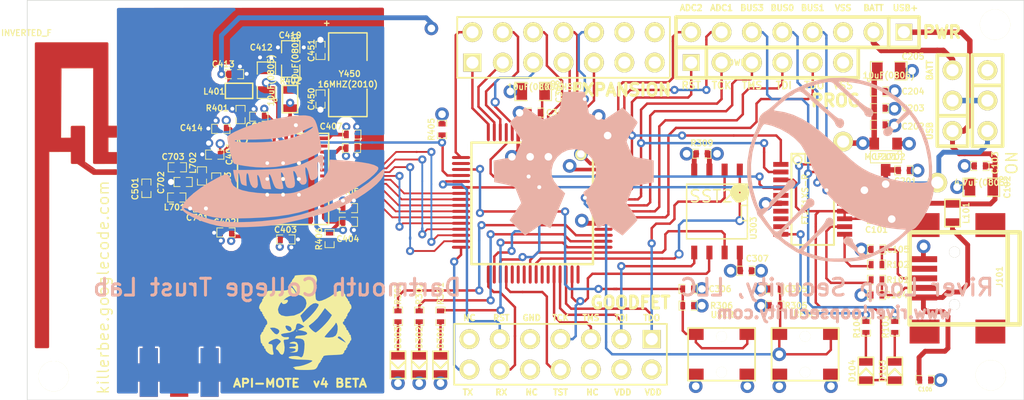
<source format=kicad_pcb>
(kicad_pcb (version 3) (host pcbnew "(2013-mar-13)-testing")
  (layers (15 F.Cu signal) (2 GROUND.Cu power hide) (1 POWER.Cu power hide) (0 B.Cu signal hide) (18 B.Paste user) (19 F.Paste user) (20 B.SilkS user hide) (21 F.SilkS user) (22 B.Mask user) (23 F.Mask user) (28 Edge.Cuts user))
  (net 0 "")
  (net 1 +1.8V)
  (net 2 +3.3V)
  (net 3 +BATT)
  (net 4 /ANALOG_RF/RF_EXT_ANT)
  (net 5 B_ADC1)
  (net 6 B_ADC2)
  (net 7 CBUS0)
  (net 8 CBUS1)
  (net 9 CBUS3)
  (net 10 E_ADC1)
  (net 11 E_ADC2)
  (net 12 E_ADC3)
  (net 13 E_ADC4)
  (net 14 E_ADC5)
  (net 15 E_INT1)
  (net 16 E_INT2)
  (net 17 E_INT3)
  (net 18 E_INT4)
  (net 19 E_INT5)
  (net 20 F_CSn)
  (net 21 F_Hold)
  (net 22 G_CSn)
  (net 23 G_RST)
  (net 24 G_RX)
  (net 25 G_SCLK)
  (net 26 G_SI)
  (net 27 G_SO)
  (net 28 G_TEST)
  (net 29 G_TX)
  (net 30 MRX_FTX)
  (net 31 MTX_FRX)
  (net 32 N-00000102)
  (net 33 N-00000103)
  (net 34 N-00000104)
  (net 35 N-00000105)
  (net 36 N-00000106)
  (net 37 N-00000107)
  (net 38 N-00000108)
  (net 39 N-00000109)
  (net 40 N-0000012)
  (net 41 N-0000017)
  (net 42 N-0000024)
  (net 43 N-0000025)
  (net 44 N-0000028)
  (net 45 N-0000029)
  (net 46 N-000003)
  (net 47 N-0000031)
  (net 48 N-0000036)
  (net 49 N-0000037)
  (net 50 N-0000039)
  (net 51 N-000004)
  (net 52 N-0000043)
  (net 53 N-0000044)
  (net 54 N-0000045)
  (net 55 N-0000046)
  (net 56 N-0000047)
  (net 57 N-0000049)
  (net 58 N-000005)
  (net 59 N-0000057)
  (net 60 N-000006)
  (net 61 N-000007)
  (net 62 N-0000071)
  (net 63 N-0000072)
  (net 64 N-0000073)
  (net 65 N-0000074)
  (net 66 N-0000075)
  (net 67 N-0000079)
  (net 68 N-000008)
  (net 69 N-0000080)
  (net 70 N-0000081)
  (net 71 N-0000082)
  (net 72 N-0000083)
  (net 73 N-0000084)
  (net 74 N-0000085)
  (net 75 N-0000086)
  (net 76 N-0000087)
  (net 77 N-0000088)
  (net 78 N-0000089)
  (net 79 N-000009)
  (net 80 N-0000090)
  (net 81 N-0000091)
  (net 82 N-0000092)
  (net 83 N-0000093)
  (net 84 N-0000094)
  (net 85 N-0000095)
  (net 86 N-0000096)
  (net 87 N-0000097)
  (net 88 N-0000098)
  (net 89 N-0000099)
  (net 90 RF_CSn)
  (net 91 RF_GIO0)
  (net 92 RF_GIO1)
  (net 93 RF_PKT)
  (net 94 RF_RST)
  (net 95 RF_SCLK)
  (net 96 RF_SFD)
  (net 97 RF_SI)
  (net 98 RF_SO)
  (net 99 RF_VREG_EN)
  (net 100 RST)
  (net 101 TCK)
  (net 102 TDI)
  (net 103 TDO)
  (net 104 TMS)
  (net 105 VCC)
  (net 106 VDD)
  (net 107 VSS)
  (module SM0402_3 (layer F.Cu) (at 34.544 43.18 270)
    (fp_text reference C501 (at 0.508 1.016 270) (layer F.SilkS) (effects (font (size 0.492 0.492) (thickness 0.0992))))
    (fp_text value "5.6pF(0402)" hide)
    (pad 2 smd rect (at 0.01778 0.0762 270) (size 0.39878 0.59944) (layers F.Cu F.Paste F.Mask) (net 33 N-00000103))
    (pad 1 smd rect (at -0.88138 0.0762 270) (size 0.39878 0.59944) (layers F.Cu F.Paste F.Mask) (net 107 VSS))
    (pad 3 smd rect (at 0.93218 0.0762 270) (size 0.39878 0.59944) (layers F.Cu F.Paste F.Mask) (net 4 /ANALOG_RF/RF_EXT_ANT))
  )
  (module USB_MINI_B (layer F.Cu) (at 102.87 51.181 180)
    (fp_text reference J101 (at -2.921 0.127 270) (layer F.SilkS) (effects (font (size 0.492 0.492) (thickness 0.0992))))
    (fp_text value USB-MINI-B hide)
    (pad 1 smd rect (at 3.44932 -1.6002 180) (size 2.30124 0.50038) (layers F.Cu F.Paste F.Mask) (net 50 N-0000039))
    (pad 2 smd rect (at 3.44932 -0.8001 180) (size 2.30124 0.50038) (layers F.Cu F.Paste F.Mask) (net 79 N-000009))
    (pad 3 smd rect (at 3.44932 0 180) (size 2.30124 0.50038) (layers F.Cu F.Paste F.Mask) (net 68 N-000008))
    (pad 4 smd rect (at 3.44932 0.8001 180) (size 2.30124 0.50038) (layers F.Cu F.Paste F.Mask) (net 46 N-000003))
    (pad 5 smd rect (at 3.44932 1.6002 180) (size 2.30124 0.50038) (layers F.Cu F.Paste F.Mask) (net 107 VSS))
    (pad 6 smd rect (at 3.35026 -4.45008 180) (size 2.49936 1.99898) (layers F.Cu F.Paste F.Mask) (net 61 N-000007))
    (pad 7 smd rect (at -2.14884 -4.45008 180) (size 2.49936 1.99898) (layers F.Cu F.Paste F.Mask) (net 60 N-000006))
    (pad 8 smd rect (at 3.35026 4.45008 180) (size 2.49936 1.99898) (layers F.Cu F.Paste F.Mask) (net 58 N-000005))
    (pad 9 smd rect (at -2.14884 4.45008 180) (size 2.49936 1.99898) (layers F.Cu F.Paste F.Mask) (net 51 N-000004))
    (pad "" np_thru_hole circle (at 0.8509 -2.19964 180) (size 0.89916 0.89916) (drill 0.899159) (layers *.Cu *.Mask F.SilkS))
    (pad 2 np_thru_hole circle (at 0.8509 2.19964 180) (size 0.89916 0.89916) (drill 0.899159) (layers *.Cu *.Mask F.SilkS) (net 79 N-000009))
  )
  (module TQFP_64 (layer F.Cu) (at 66.802 44.831 180)
    (fp_text reference U301 (at 0 0.127 180) (layer F.SilkS) (effects (font (size 0.492 0.492) (thickness 0.0992))))
    (fp_text value MSP430F2618 (at 0 1.651 270) (layer F.SilkS) (effects (font (size 0.492 0.492) (thickness 0.0992))))
    (pad 1 smd rect (at -3.74904 5.86994 180) (size 0.24892 1.524) (layers F.Cu F.Paste F.Mask) (net 106 VDD))
    (pad 2 smd oval (at -3.24866 5.86994 180) (size 0.24892 1.524) (layers F.Cu F.Paste F.Mask) (net 10 E_ADC1))
    (pad 3 smd oval (at -2.74828 5.86994 180) (size 0.24892 1.524) (layers F.Cu F.Paste F.Mask) (net 11 E_ADC2))
    (pad 4 smd oval (at -2.2479 5.86994 180) (size 0.24892 1.524) (layers F.Cu F.Paste F.Mask) (net 12 E_ADC3))
    (pad 5 smd oval (at -1.74752 5.86994 180) (size 0.24892 1.524) (layers F.Cu F.Paste F.Mask) (net 13 E_ADC4))
    (pad 6 smd oval (at -1.24968 5.86994 180) (size 0.24892 1.524) (layers F.Cu F.Paste F.Mask) (net 14 E_ADC5))
    (pad 7 smd oval (at -0.7493 5.86994 180) (size 0.24892 1.524) (layers F.Cu F.Paste F.Mask) (net 62 N-0000071))
    (pad 8 smd oval (at -0.24892 5.86994 180) (size 0.24892 1.524) (layers F.Cu F.Paste F.Mask) (net 106 VDD))
    (pad 9 smd oval (at 0.25146 5.86994 180) (size 0.24892 1.524) (layers F.Cu F.Paste F.Mask) (net 78 N-0000089))
    (pad 10 smd oval (at 0.75184 5.86994 180) (size 0.24892 1.524) (layers F.Cu F.Paste F.Mask) (net 107 VSS))
    (pad 11 smd oval (at 1.25222 5.86994 180) (size 0.24892 1.524) (layers F.Cu F.Paste F.Mask) (net 107 VSS))
    (pad 12 smd oval (at 1.75006 5.86994 180) (size 0.24892 1.524) (layers F.Cu F.Paste F.Mask) (net 15 E_INT1))
    (pad 13 smd oval (at 2.25044 5.86994 180) (size 0.24892 1.524) (layers F.Cu F.Paste F.Mask) (net 31 MTX_FRX))
    (pad 14 smd oval (at 2.75082 5.86994 180) (size 0.24892 1.524) (layers F.Cu F.Paste F.Mask) (net 16 E_INT2))
    (pad 15 smd oval (at 3.2512 5.86994 180) (size 0.24892 1.524) (layers F.Cu F.Paste F.Mask) (net 17 E_INT3))
    (pad 16 smd oval (at 3.75158 5.86994 180) (size 0.24892 1.524) (layers F.Cu F.Paste F.Mask) (net 18 E_INT4))
    (pad 17 smd oval (at 6.0325 3.74904 180) (size 1.524 0.24892) (layers F.Cu F.Paste F.Mask) (net 19 E_INT5))
    (pad 18 smd oval (at 6.0325 3.24866 180) (size 1.524 0.24892) (layers F.Cu F.Paste F.Mask) (net 73 N-0000084))
    (pad 19 smd oval (at 6.0325 2.74828 180) (size 1.524 0.24892) (layers F.Cu F.Paste F.Mask) (net 72 N-0000083))
    (pad 20 smd oval (at 6.0325 2.2479 180) (size 1.524 0.24892) (layers F.Cu F.Paste F.Mask) (net 99 RF_VREG_EN))
    (pad 21 smd oval (at 6.0325 1.74752 180) (size 1.524 0.24892) (layers F.Cu F.Paste F.Mask) (net 23 G_RST))
    (pad 22 smd oval (at 6.0325 1.24968 180) (size 1.524 0.24892) (layers F.Cu F.Paste F.Mask) (net 30 MRX_FTX))
    (pad 23 smd oval (at 6.0325 0.7493 180) (size 1.524 0.24892) (layers F.Cu F.Paste F.Mask) (net 91 RF_GIO0))
    (pad 24 smd oval (at 6.0325 0.24892 180) (size 1.524 0.24892) (layers F.Cu F.Paste F.Mask) (net 93 RF_PKT))
    (pad 25 smd oval (at 6.0325 -0.25146 180) (size 1.524 0.24892) (layers F.Cu F.Paste F.Mask) (net 92 RF_GIO1))
    (pad 26 smd oval (at 6.0325 -0.75184 180) (size 1.524 0.24892) (layers F.Cu F.Paste F.Mask) (net 96 RF_SFD))
    (pad 27 smd oval (at 6.0325 -1.25222 180) (size 1.524 0.24892) (layers F.Cu F.Paste F.Mask) (net 94 RF_RST))
    (pad 28 smd oval (at 6.0325 -1.75006 180) (size 1.524 0.24892) (layers F.Cu F.Paste F.Mask) (net 90 RF_CSn))
    (pad 29 smd oval (at 6.0325 -2.25044 180) (size 1.524 0.24892) (layers F.Cu F.Paste F.Mask) (net 97 RF_SI))
    (pad 30 smd oval (at 6.0325 -2.75082 180) (size 1.524 0.24892) (layers F.Cu F.Paste F.Mask) (net 98 RF_SO))
    (pad 31 smd oval (at 6.0325 -3.2512 180) (size 1.524 0.24892) (layers F.Cu F.Paste F.Mask) (net 95 RF_SCLK))
    (pad 32 smd oval (at 6.0325 -3.75158 180) (size 1.524 0.24892) (layers F.Cu F.Paste F.Mask) (net 29 G_TX))
    (pad 33 smd oval (at 3.75158 -6.0325 180) (size 0.24892 1.524) (layers F.Cu F.Paste F.Mask) (net 24 G_RX))
    (pad 34 smd oval (at 3.2512 -6.0325 180) (size 0.24892 1.524) (layers F.Cu F.Paste F.Mask) (net 31 MTX_FRX))
    (pad 35 smd oval (at 2.75082 -6.0325 180) (size 0.24892 1.524) (layers F.Cu F.Paste F.Mask) (net 30 MRX_FTX))
    (pad 36 smd oval (at 2.25044 -6.0325 180) (size 0.24892 1.524) (layers F.Cu F.Paste F.Mask) (net 28 G_TEST))
    (pad 37 smd oval (at 1.75006 -6.0325 180) (size 0.24892 1.524) (layers F.Cu F.Paste F.Mask) (net 74 N-0000085))
    (pad 38 smd oval (at 1.25222 -6.0325 180) (size 0.24892 1.524) (layers F.Cu F.Paste F.Mask) (net 75 N-0000086))
    (pad 39 smd oval (at 0.75184 -6.0325 180) (size 0.24892 1.524) (layers F.Cu F.Paste F.Mask) (net 66 N-0000075))
    (pad 40 smd oval (at 0.25146 -6.0325 180) (size 0.24892 1.524) (layers F.Cu F.Paste F.Mask) (net 21 F_Hold))
    (pad 41 smd oval (at -0.24892 -6.0325 180) (size 0.24892 1.524) (layers F.Cu F.Paste F.Mask) (net 20 F_CSn))
    (pad 42 smd oval (at -0.7493 -6.0325 180) (size 0.24892 1.524) (layers F.Cu F.Paste F.Mask) (net 76 N-0000087))
    (pad 43 smd oval (at -1.24968 -6.0325 180) (size 0.24892 1.524) (layers F.Cu F.Paste F.Mask) (net 71 N-0000082))
    (pad 44 smd oval (at -1.74752 -6.0325 180) (size 0.24892 1.524) (layers F.Cu F.Paste F.Mask) (net 22 G_CSn))
    (pad 45 smd oval (at -2.2479 -6.0325 180) (size 0.24892 1.524) (layers F.Cu F.Paste F.Mask) (net 26 G_SI))
    (pad 46 smd oval (at -2.74828 -6.0325 180) (size 0.24892 1.524) (layers F.Cu F.Paste F.Mask) (net 27 G_SO))
    (pad 47 smd oval (at -3.24866 -6.0325 180) (size 0.24892 1.524) (layers F.Cu F.Paste F.Mask) (net 25 G_SCLK))
    (pad 48 smd oval (at -3.74904 -6.0325 180) (size 0.24892 1.524) (layers F.Cu F.Paste F.Mask) (net 77 N-0000088))
    (pad 49 smd oval (at -5.86994 -3.75158 180) (size 1.524 0.24892) (layers F.Cu F.Paste F.Mask) (net 63 N-0000072))
    (pad 50 smd oval (at -5.86994 -3.2512 180) (size 1.524 0.24892) (layers F.Cu F.Paste F.Mask) (net 65 N-0000074))
    (pad 52 smd oval (at -5.86994 -2.25044 180) (size 1.524 0.24892) (layers F.Cu F.Paste F.Mask) (net 81 N-0000091))
    (pad 51 smd oval (at -5.88772 -2.75082 180) (size 1.524 0.24892) (layers F.Cu F.Paste F.Mask) (net 64 N-0000073))
    (pad 53 smd oval (at -5.86994 -1.75006 180) (size 1.524 0.24892) (layers F.Cu F.Paste F.Mask) (net 107 VSS))
    (pad 54 smd oval (at -5.86994 -1.25222 180) (size 1.524 0.24892) (layers F.Cu F.Paste F.Mask) (net 103 TDO))
    (pad 55 smd oval (at -5.86994 -0.75184 180) (size 1.524 0.24892) (layers F.Cu F.Paste F.Mask) (net 102 TDI))
    (pad 56 smd oval (at -5.86994 -0.25146 180) (size 1.524 0.24892) (layers F.Cu F.Paste F.Mask) (net 104 TMS))
    (pad 57 smd oval (at -5.86994 0.24892 180) (size 1.524 0.24892) (layers F.Cu F.Paste F.Mask) (net 101 TCK))
    (pad 58 smd oval (at -5.86994 0.7493 180) (size 1.524 0.24892) (layers F.Cu F.Paste F.Mask) (net 100 RST))
    (pad 59 smd oval (at -5.86994 1.24206 180) (size 1.524 0.24892) (layers F.Cu F.Paste F.Mask) (net 5 B_ADC1))
    (pad 60 smd oval (at -5.86994 1.74244 180) (size 1.524 0.24892) (layers F.Cu F.Paste F.Mask) (net 6 B_ADC2))
    (pad 61 smd oval (at -5.86994 2.24282 180) (size 1.524 0.24892) (layers F.Cu F.Paste F.Mask) (net 80 N-0000090))
    (pad 62 smd oval (at -5.86994 2.7432 180) (size 1.524 0.24892) (layers F.Cu F.Paste F.Mask) (net 107 VSS))
    (pad 63 smd oval (at -5.86994 3.24104 180) (size 1.524 0.24892) (layers F.Cu F.Paste F.Mask) (net 107 VSS))
    (pad 64 smd oval (at -5.86994 3.74142 180) (size 1.524 0.24892) (layers F.Cu F.Paste F.Mask) (net 106 VDD))
  )
  (module SSOP20 (layer F.Cu) (at 90.17 44.577 270)
    (fp_text reference U101 (at -4.318 -0.254 360) (layer F.SilkS) (effects (font (size 0.492 0.492) (thickness 0.0992))))
    (fp_text value FT231XS-R (at 0 0.635 270) (layer F.SilkS) (effects (font (size 0.492 0.492) (thickness 0.0992))))
    (pad 1 smd rect (at -2.921 2.667 270) (size 0.4064 1.27) (layers F.Cu F.Paste F.Mask) (net 100 RST))
    (pad 2 smd rect (at -2.286 2.667 270) (size 0.4064 1.27) (layers F.Cu F.Paste F.Mask) (net 101 TCK))
    (pad 3 smd rect (at -1.6256 2.667 270) (size 0.4064 1.27) (layers F.Cu F.Paste F.Mask) (net 45 N-0000029))
    (pad 4 smd rect (at -0.9652 2.667 270) (size 0.4064 1.27) (layers F.Cu F.Paste F.Mask) (net 31 MTX_FRX))
    (pad 5 smd rect (at -0.3302 2.667 270) (size 0.4064 1.27) (layers F.Cu F.Paste F.Mask) (net 55 N-0000046))
    (pad 6 smd rect (at 0.3302 2.667 270) (size 0.4064 1.27) (layers F.Cu F.Paste F.Mask) (net 107 VSS))
    (pad 7 smd rect (at 0.9906 2.667 270) (size 0.4064 1.27) (layers F.Cu F.Paste F.Mask) (net 54 N-0000045))
    (pad 8 smd rect (at 1.6256 2.667 270) (size 0.4064 1.27) (layers F.Cu F.Paste F.Mask) (net 53 N-0000044))
    (pad 9 smd rect (at 2.286 2.667 270) (size 0.4064 1.27) (layers F.Cu F.Paste F.Mask) (net 52 N-0000043))
    (pad 10 smd rect (at 2.921 2.667 270) (size 0.4064 1.27) (layers F.Cu F.Paste F.Mask) (net 44 N-0000028))
    (pad 11 smd rect (at 2.921 -2.667 270) (size 0.4064 1.27) (layers F.Cu F.Paste F.Mask) (net 48 N-0000036))
    (pad 12 smd rect (at 2.286 -2.667 270) (size 0.4064 1.27) (layers F.Cu F.Paste F.Mask) (net 49 N-0000037))
    (pad 13 smd rect (at 1.6256 -2.667 270) (size 0.4064 1.27) (layers F.Cu F.Paste F.Mask) (net 45 N-0000029))
    (pad 14 smd rect (at 0.9906 -2.667 270) (size 0.4064 1.27) (layers F.Cu F.Paste F.Mask) (net 45 N-0000029))
    (pad 15 smd rect (at 0.3302 -2.667 270) (size 0.4064 1.27) (layers F.Cu F.Paste F.Mask) (net 105 VCC))
    (pad 16 smd rect (at -0.3302 -2.667 270) (size 0.4064 1.27) (layers F.Cu F.Paste F.Mask) (net 107 VSS))
    (pad 17 smd rect (at -0.9652 -2.667 270) (size 0.4064 1.27) (layers F.Cu F.Paste F.Mask) (net 8 CBUS1))
    (pad 18 smd rect (at -1.6256 -2.667 270) (size 0.4064 1.27) (layers F.Cu F.Paste F.Mask) (net 7 CBUS0))
    (pad 19 smd rect (at -2.286 -2.667 270) (size 0.4064 1.27) (layers F.Cu F.Paste F.Mask) (net 9 CBUS3))
    (pad 20 smd rect (at -2.921 -2.667 270) (size 0.4064 1.27) (layers F.Cu F.Paste F.Mask) (net 30 MRX_FTX))
  )
  (module SOT23 (layer F.Cu) (at 96.266 41.021 180)
    (fp_text reference U201 (at 0 0 360) (layer F.SilkS) (effects (font (size 0.492 0.492) (thickness 0.0992))))
    (fp_text value MCP1702 (at 0.0635 0 180) (layer F.SilkS) (effects (font (size 0.492 0.492) (thickness 0.0992))))
    (pad 3 smd rect (at 0 -1.09982 180) (size 0.8001 1.00076) (layers F.Cu F.Paste F.Mask) (net 59 N-0000057))
    (pad 2 smd rect (at 0.9525 1.09982 180) (size 0.8001 1.00076) (layers F.Cu F.Paste F.Mask) (net 106 VDD))
    (pad 1 smd rect (at -0.9525 1.09982 180) (size 0.8001 1.00076) (layers F.Cu F.Paste F.Mask) (net 107 VSS))
  )
  (module SM2010 (layer F.Cu) (at 51.308 34.163 270)
    (fp_text reference Y450 (at -0.0762 -0.1524 360) (layer F.SilkS) (effects (font (size 0.492 0.492) (thickness 0.0992))))
    (fp_text value "16MHZ(2010)" (at 0.8001 0 360) (layer F.SilkS) (effects (font (size 0.492 0.492) (thickness 0.0992))))
    (fp_text user + (at -4.30022 1.80086 270) (layer F.SilkS) (effects (font (size 0.492 0.492) (thickness 0.0992))))
    (pad 1 smd rect (at -2.4003 0 270) (size 1.80086 2.70002) (layers F.Cu F.Paste F.Mask) (net 38 N-00000108))
    (pad 2 smd rect (at 2.4003 0 270) (size 1.80086 2.70002) (layers F.Cu F.Paste F.Mask) (net 39 N-00000109))
  )
  (module SM0603 (layer F.Cu) (at 59.055 58.42 270)
    (fp_text reference D301 (at -2.286 0 270) (layer F.SilkS) (effects (font (size 0.492 0.492) (thickness 0.0992))))
    (fp_text value YELLOW hide)
    (pad 1 smd rect (at -0.762 0 270) (size 0.635 1.143) (layers F.Cu F.Paste F.Mask) (net 70 N-0000081))
    (pad 2 smd rect (at 0.762 0 270) (size 0.635 1.143) (layers F.Cu F.Paste F.Mask) (net 107 VSS))
  )
  (module SM0603 (layer F.Cu) (at 57.277 58.42 270)
    (fp_text reference D302 (at -2.286 0 270) (layer F.SilkS) (effects (font (size 0.492 0.492) (thickness 0.0992))))
    (fp_text value GREEN hide)
    (pad 1 smd rect (at -0.762 0 270) (size 0.635 1.143) (layers F.Cu F.Paste F.Mask) (net 69 N-0000080))
    (pad 2 smd rect (at 0.762 0 270) (size 0.635 1.143) (layers F.Cu F.Paste F.Mask) (net 107 VSS))
  )
  (module SM0603 (layer F.Cu) (at 55.499 58.42 270)
    (fp_text reference D303 (at -2.286 0 450) (layer F.SilkS) (effects (font (size 0.492 0.492) (thickness 0.0992))))
    (fp_text value RED hide)
    (pad 1 smd rect (at -0.762 0 270) (size 0.635 1.143) (layers F.Cu F.Paste F.Mask) (net 67 N-0000079))
    (pad 2 smd rect (at 0.762 0 270) (size 0.635 1.143) (layers F.Cu F.Paste F.Mask) (net 107 VSS))
  )
  (module SM0603 (layer F.Cu) (at 94.615 58.928 90)
    (fp_text reference D104 (at 0 -1.143 270) (layer F.SilkS) (effects (font (size 0.492 0.492) (thickness 0.0992))))
    (fp_text value RED hide)
    (pad 1 smd rect (at -0.762 0 90) (size 0.635 1.143) (layers F.Cu F.Paste F.Mask) (net 45 N-0000029))
    (pad 2 smd rect (at 0.762 0 90) (size 0.635 1.143) (layers F.Cu F.Paste F.Mask) (net 57 N-0000049))
  )
  (module SM0603 (layer F.Cu) (at 97.028 58.928 90)
    (fp_text reference D103 (at 0 -1.016 270) (layer F.SilkS) (effects (font (size 0.492 0.492) (thickness 0.0992))))
    (fp_text value GREEN hide)
    (pad 1 smd rect (at -0.762 0 90) (size 0.635 1.143) (layers F.Cu F.Paste F.Mask) (net 45 N-0000029))
    (pad 2 smd rect (at 0.762 0 90) (size 0.635 1.143) (layers F.Cu F.Paste F.Mask) (net 56 N-0000047))
  )
  (module SM0603 (layer F.Cu) (at 101.854 45.72 270)
    (fp_text reference L101 (at 0 -1.143 450) (layer F.SilkS) (effects (font (size 0.492 0.492) (thickness 0.0992))))
    (fp_text value "600R/2A(0603)" hide)
    (pad 1 smd rect (at -0.762 0 270) (size 0.635 1.143) (layers F.Cu F.Paste F.Mask) (net 105 VCC))
    (pad 2 smd rect (at 0.762 0 270) (size 0.635 1.143) (layers F.Cu F.Paste F.Mask) (net 50 N-0000039))
  )
  (module SM0603 (layer F.Cu) (at 42.2148 35.5092)
    (fp_text reference L401 (at -2.0828 0.0508 180) (layer F.SilkS) (effects (font (size 0.492 0.492) (thickness 0.0992))))
    (fp_text value "60(0603)" hide)
    (pad 1 smd rect (at -0.762 0) (size 0.635 1.143) (layers F.Cu F.Paste F.Mask) (net 106 VDD))
    (pad 2 smd rect (at 0.762 0) (size 0.635 1.143) (layers F.Cu F.Paste F.Mask) (net 2 +3.3V))
  )
  (module SM0402 (layer F.Cu) (at 42.3418 37.4904 270)
    (fp_text reference R401 (at -0.5334 1.9558 360) (layer F.SilkS) (effects (font (size 0.492 0.492) (thickness 0.0992))))
    (fp_text value "43K(0402)" hide)
    (pad 1 smd rect (at -0.44958 0 270) (size 0.39878 0.59944) (layers F.Cu F.Paste F.Mask) (net 107 VSS))
    (pad 2 smd rect (at 0.44958 0 270) (size 0.39878 0.59944) (layers F.Cu F.Paste F.Mask) (net 35 N-00000105))
  )
  (module SM0402 (layer F.Cu) (at 51.3588 46.4566)
    (fp_text reference C404 (at -0.0508 1.4224 180) (layer F.SilkS) (effects (font (size 0.492 0.492) (thickness 0.0992))))
    (fp_text value "0.1uF(0402)" hide)
    (pad 1 smd rect (at -0.44958 0) (size 0.39878 0.59944) (layers F.Cu F.Paste F.Mask) (net 2 +3.3V))
    (pad 2 smd rect (at 0.44958 0) (size 0.39878 0.59944) (layers F.Cu F.Paste F.Mask) (net 107 VSS))
  )
  (module SM0402 (layer F.Cu) (at 51.3588 45.3136)
    (fp_text reference C405 (at -0.0508 -1.3716 180) (layer F.SilkS) (effects (font (size 0.492 0.492) (thickness 0.0992))))
    (fp_text value "0.1uF(0402)" hide)
    (pad 1 smd rect (at -0.44958 0) (size 0.39878 0.59944) (layers F.Cu F.Paste F.Mask) (net 1 +1.8V))
    (pad 2 smd rect (at 0.44958 0) (size 0.39878 0.59944) (layers F.Cu F.Paste F.Mask) (net 107 VSS))
  )
  (module SM0402 (layer F.Cu) (at 43.8658 37.6682)
    (fp_text reference C408 (at 0.3302 0.8128 180) (layer F.SilkS) (effects (font (size 0.492 0.492) (thickness 0.0992))))
    (fp_text value "68pF(0402)" hide)
    (pad 1 smd rect (at -0.44958 0) (size 0.39878 0.59944) (layers F.Cu F.Paste F.Mask) (net 107 VSS))
    (pad 2 smd rect (at 0.44958 0) (size 0.39878 0.59944) (layers F.Cu F.Paste F.Mask) (net 1 +1.8V))
  )
  (module SM0402 (layer F.Cu) (at 49.784 47.8536 270)
    (fp_text reference R406 (at 0.0254 0.889 270) (layer F.SilkS) (effects (font (size 0.492 0.492) (thickness 0.0992))))
    (fp_text value "43K(0402)" hide)
    (pad 1 smd rect (at -0.44958 0 270) (size 0.39878 0.59944) (layers F.Cu F.Paste F.Mask) (net 2 +3.3V))
    (pad 2 smd rect (at 0.44958 0 270) (size 0.39878 0.59944) (layers F.Cu F.Paste F.Mask) (net 94 RF_RST))
  )
  (module SM0402 (layer F.Cu) (at 46.1264 47.9298 180)
    (fp_text reference C403 (at 0.0254 0.8128 180) (layer F.SilkS) (effects (font (size 0.492 0.492) (thickness 0.0992))))
    (fp_text value "68pF(0402)" hide)
    (pad 1 smd rect (at -0.44958 0 180) (size 0.39878 0.59944) (layers F.Cu F.Paste F.Mask) (net 107 VSS))
    (pad 2 smd rect (at 0.44958 0 180) (size 0.39878 0.59944) (layers F.Cu F.Paste F.Mask) (net 1 +1.8V))
  )
  (module SM0402 (layer F.Cu) (at 41.1226 47.3456)
    (fp_text reference C402 (at -0.1016 -0.8636) (layer F.SilkS) (effects (font (size 0.492 0.492) (thickness 0.0992))))
    (fp_text value "10nF(0402)" hide)
    (pad 1 smd rect (at -0.44958 0) (size 0.39878 0.59944) (layers F.Cu F.Paste F.Mask) (net 107 VSS))
    (pad 2 smd rect (at 0.44958 0) (size 0.39878 0.59944) (layers F.Cu F.Paste F.Mask) (net 1 +1.8V))
  )
  (module SM0402 (layer F.Cu) (at 41.8338 34.1122)
    (fp_text reference C413 (at -0.9398 -0.8382) (layer F.SilkS) (effects (font (size 0.492 0.492) (thickness 0.0992))))
    (fp_text value "0.1uF(0402)" hide)
    (pad 1 smd rect (at -0.44958 0) (size 0.39878 0.59944) (layers F.Cu F.Paste F.Mask) (net 106 VDD))
    (pad 2 smd rect (at 0.44958 0) (size 0.39878 0.59944) (layers F.Cu F.Paste F.Mask) (net 107 VSS))
  )
  (module SM0402 (layer F.Cu) (at 40.1828 40.8432)
    (fp_text reference C401 (at 1.2192 -0.0762 90) (layer F.SilkS) (effects (font (size 0.492 0.492) (thickness 0.0992))))
    (fp_text value "0.1uF(0402)" hide)
    (pad 1 smd rect (at -0.44958 0) (size 0.39878 0.59944) (layers F.Cu F.Paste F.Mask) (net 107 VSS))
    (pad 2 smd rect (at 0.44958 0) (size 0.39878 0.59944) (layers F.Cu F.Paste F.Mask) (net 1 +1.8V))
  )
  (module SM0402 (layer F.Cu) (at 49.022 36.195 90)
    (fp_text reference C450 (at 0 -0.762 90) (layer F.SilkS) (effects (font (size 0.492 0.492) (thickness 0.0992))))
    (fp_text value "27pF(0402)" hide)
    (pad 1 smd rect (at -0.44958 0 90) (size 0.39878 0.59944) (layers F.Cu F.Paste F.Mask) (net 107 VSS))
    (pad 2 smd rect (at 0.44958 0 90) (size 0.39878 0.59944) (layers F.Cu F.Paste F.Mask) (net 39 N-00000109))
  )
  (module SM0402 (layer F.Cu) (at 49.022 32.131 270)
    (fp_text reference C451 (at 0 0.762 270) (layer F.SilkS) (effects (font (size 0.492 0.492) (thickness 0.0992))))
    (fp_text value "27pF(0402)" hide)
    (pad 1 smd rect (at -0.44958 0 270) (size 0.39878 0.59944) (layers F.Cu F.Paste F.Mask) (net 107 VSS))
    (pad 2 smd rect (at 0.44958 0 270) (size 0.39878 0.59944) (layers F.Cu F.Paste F.Mask) (net 38 N-00000108))
  )
  (module SM0402 (layer F.Cu) (at 59.182 38.735 270)
    (fp_text reference R405 (at 0 0.889 270) (layer F.SilkS) (effects (font (size 0.492 0.492) (thickness 0.0992))))
    (fp_text value "43K(0402)" hide)
    (pad 1 smd rect (at -0.44958 0 270) (size 0.39878 0.59944) (layers F.Cu F.Paste F.Mask) (net 107 VSS))
    (pad 2 smd rect (at 0.44958 0 270) (size 0.39878 0.59944) (layers F.Cu F.Paste F.Mask) (net 99 RF_VREG_EN))
  )
  (module SM0402 (layer F.Cu) (at 86.995 52.07 180)
    (fp_text reference C305 (at -1.778 0 180) (layer F.SilkS) (effects (font (size 0.492 0.492) (thickness 0.0992))))
    (fp_text value "2.2nF(0402)" hide)
    (pad 1 smd rect (at -0.44958 0 180) (size 0.39878 0.59944) (layers F.Cu F.Paste F.Mask) (net 100 RST))
    (pad 2 smd rect (at 0.44958 0 180) (size 0.39878 0.59944) (layers F.Cu F.Paste F.Mask) (net 107 VSS))
  )
  (module SM0402 (layer F.Cu) (at 37.5412 43.1292)
    (fp_text reference C702 (at -1.8542 0.0508 270) (layer F.SilkS) (effects (font (size 0.492 0.492) (thickness 0.0992))))
    (fp_text value "5.6pF(0402)" hide)
    (pad 1 smd rect (at -0.44958 0) (size 0.39878 0.59944) (layers F.Cu F.Paste F.Mask) (net 107 VSS))
    (pad 2 smd rect (at 0.44958 0) (size 0.39878 0.59944) (layers F.Cu F.Paste F.Mask) (net 37 N-00000107))
  )
  (module SM0402 (layer F.Cu) (at 37.05352 41.8973)
    (fp_text reference C703 (at -0.35052 -0.8763) (layer F.SilkS) (effects (font (size 0.492 0.492) (thickness 0.0992))))
    (fp_text value "0.5pF(0402)" hide)
    (pad 1 smd rect (at -0.44958 0) (size 0.39878 0.59944) (layers F.Cu F.Paste F.Mask) (net 33 N-00000103))
    (pad 2 smd rect (at 0.44958 0) (size 0.39878 0.59944) (layers F.Cu F.Paste F.Mask) (net 36 N-00000106))
  )
  (module SM0402 (layer F.Cu) (at 38.7858 44.8818 270)
    (fp_text reference C701 (at 1.2192 0.0508 360) (layer F.SilkS) (effects (font (size 0.492 0.492) (thickness 0.0992))))
    (fp_text value "0.5pF(0402)" hide)
    (pad 1 smd rect (at -0.44958 0 270) (size 0.39878 0.59944) (layers F.Cu F.Paste F.Mask) (net 34 N-00000104))
    (pad 2 smd rect (at 0.44958 0 270) (size 0.39878 0.59944) (layers F.Cu F.Paste F.Mask) (net 107 VSS))
  )
  (module SM0402 (layer F.Cu) (at 51.6382 39.1668)
    (fp_text reference C406 (at -0.3302 2.6162 180) (layer F.SilkS) (effects (font (size 0.492 0.492) (thickness 0.0992))))
    (fp_text value "0.1uF(0402)" hide)
    (pad 1 smd rect (at -0.44958 0) (size 0.39878 0.59944) (layers F.Cu F.Paste F.Mask) (net 1 +1.8V))
    (pad 2 smd rect (at 0.44958 0) (size 0.39878 0.59944) (layers F.Cu F.Paste F.Mask) (net 107 VSS))
  )
  (module SM0402 (layer F.Cu) (at 51.6128 40.2844)
    (fp_text reference C407 (at -1.7018 -1.8034) (layer F.SilkS) (effects (font (size 0.492 0.492) (thickness 0.0992))))
    (fp_text value "68pF(0402)" hide)
    (pad 1 smd rect (at -0.44958 0) (size 0.39878 0.59944) (layers F.Cu F.Paste F.Mask) (net 1 +1.8V))
    (pad 2 smd rect (at 0.44958 0) (size 0.39878 0.59944) (layers F.Cu F.Paste F.Mask) (net 107 VSS))
  )
  (module SM0402 (layer F.Cu) (at 95.758 35.56)
    (fp_text reference C202 (at 2.794 2.921) (layer F.SilkS) (effects (font (size 0.492 0.492) (thickness 0.0992))))
    (fp_text value "0.1uF(0402)" hide)
    (pad 1 smd rect (at -0.44958 0) (size 0.39878 0.59944) (layers F.Cu F.Paste F.Mask) (net 106 VDD))
    (pad 2 smd rect (at 0.44958 0) (size 0.39878 0.59944) (layers F.Cu F.Paste F.Mask) (net 107 VSS))
  )
  (module SM0402 (layer F.Cu) (at 97.79 42.164)
    (fp_text reference C201 (at 0.127 0.889) (layer F.SilkS) (effects (font (size 0.492 0.492) (thickness 0.0992))))
    (fp_text value "1uF(0402)" hide)
    (pad 1 smd rect (at -0.44958 0) (size 0.39878 0.59944) (layers F.Cu F.Paste F.Mask) (net 59 N-0000057))
    (pad 2 smd rect (at 0.44958 0) (size 0.39878 0.59944) (layers F.Cu F.Paste F.Mask) (net 107 VSS))
  )
  (module SM0402 (layer F.Cu) (at 95.758 36.957)
    (fp_text reference C203 (at 2.794 0) (layer F.SilkS) (effects (font (size 0.492 0.492) (thickness 0.0992))))
    (fp_text value "0.1uF(0402)" hide)
    (pad 1 smd rect (at -0.44958 0) (size 0.39878 0.59944) (layers F.Cu F.Paste F.Mask) (net 106 VDD))
    (pad 2 smd rect (at 0.44958 0) (size 0.39878 0.59944) (layers F.Cu F.Paste F.Mask) (net 107 VSS))
  )
  (module SM0402 (layer F.Cu) (at 95.758 38.354)
    (fp_text reference C204 (at 2.794 -2.794) (layer F.SilkS) (effects (font (size 0.492 0.492) (thickness 0.0992))))
    (fp_text value "1uF(0402)" hide)
    (pad 1 smd rect (at -0.44958 0) (size 0.39878 0.59944) (layers F.Cu F.Paste F.Mask) (net 106 VDD))
    (pad 2 smd rect (at 0.44958 0) (size 0.39878 0.59944) (layers F.Cu F.Paste F.Mask) (net 107 VSS))
  )
  (module SM0402 (layer F.Cu) (at 104.14 41.783 180)
    (fp_text reference C103 (at -1.27 0.254 270) (layer F.SilkS) (effects (font (size 0.492 0.492) (thickness 0.0992))))
    (fp_text value "0.1uF(0402)" hide)
    (pad 1 smd rect (at -0.44958 0 180) (size 0.39878 0.59944) (layers F.Cu F.Paste F.Mask) (net 105 VCC))
    (pad 2 smd rect (at 0.44958 0 180) (size 0.39878 0.59944) (layers F.Cu F.Paste F.Mask) (net 107 VSS))
  )
  (module SM0402 (layer F.Cu) (at 95.504 48.768 180)
    (fp_text reference C105 (at -1.778 0 180) (layer F.SilkS) (effects (font (size 0.492 0.492) (thickness 0.0992))))
    (fp_text value "47pF(0402)" hide)
    (pad 1 smd rect (at -0.44958 0 180) (size 0.39878 0.59944) (layers F.Cu F.Paste F.Mask) (net 68 N-000008))
    (pad 2 smd rect (at 0.44958 0 180) (size 0.39878 0.59944) (layers F.Cu F.Paste F.Mask) (net 107 VSS))
  )
  (module SM0402 (layer F.Cu) (at 95.504 52.578 180)
    (fp_text reference C104 (at -1.651 0 180) (layer F.SilkS) (effects (font (size 0.492 0.492) (thickness 0.0992))))
    (fp_text value "47pF(0402)" hide)
    (pad 1 smd rect (at -0.44958 0 180) (size 0.39878 0.59944) (layers F.Cu F.Paste F.Mask) (net 79 N-000009))
    (pad 2 smd rect (at 0.44958 0 180) (size 0.39878 0.59944) (layers F.Cu F.Paste F.Mask) (net 107 VSS))
  )
  (module SM0402 (layer F.Cu) (at 97.028 55.245 90)
    (fp_text reference R103 (at 0 -0.762 270) (layer F.SilkS) (effects (font (size 0.492 0.492) (thickness 0.0992))))
    (fp_text value "300R(0402)" hide)
    (pad 1 smd rect (at -0.44958 0 90) (size 0.39878 0.59944) (layers F.Cu F.Paste F.Mask) (net 56 N-0000047))
    (pad 2 smd rect (at 0.44958 0 90) (size 0.39878 0.59944) (layers F.Cu F.Paste F.Mask) (net 9 CBUS3))
  )
  (module SM0402 (layer F.Cu) (at 94.615 55.245 90)
    (fp_text reference R104 (at 0 -0.762 270) (layer F.SilkS) (effects (font (size 0.492 0.492) (thickness 0.0992))))
    (fp_text value "300R(0402)" hide)
    (pad 1 smd rect (at -0.44958 0 90) (size 0.39878 0.59944) (layers F.Cu F.Paste F.Mask) (net 57 N-0000049))
    (pad 2 smd rect (at 0.44958 0 90) (size 0.39878 0.59944) (layers F.Cu F.Paste F.Mask) (net 44 N-0000028))
  )
  (module SM0402 (layer F.Cu) (at 79.756 52.07)
    (fp_text reference C306 (at 2.667 0) (layer F.SilkS) (effects (font (size 0.492 0.492) (thickness 0.0992))))
    (fp_text value "2.2nF(0402)" hide)
    (pad 1 smd rect (at -0.44958 0) (size 0.39878 0.59944) (layers F.Cu F.Paste F.Mask) (net 72 N-0000083))
    (pad 2 smd rect (at 0.44958 0) (size 0.39878 0.59944) (layers F.Cu F.Paste F.Mask) (net 107 VSS))
  )
  (module SM0402 (layer F.Cu) (at 59.055 54.356 90)
    (fp_text reference R301 (at 1.905 0 270) (layer F.SilkS) (effects (font (size 0.492 0.492) (thickness 0.0992))))
    (fp_text value "330R(0402)" hide)
    (pad 1 smd rect (at -0.44958 0 90) (size 0.39878 0.59944) (layers F.Cu F.Paste F.Mask) (net 70 N-0000081))
    (pad 2 smd rect (at 0.44958 0 90) (size 0.39878 0.59944) (layers F.Cu F.Paste F.Mask) (net 63 N-0000072))
  )
  (module SM0402 (layer F.Cu) (at 57.277 54.356 90)
    (fp_text reference R302 (at 1.905 0 270) (layer F.SilkS) (effects (font (size 0.492 0.492) (thickness 0.0992))))
    (fp_text value "330R(0402)" hide)
    (pad 1 smd rect (at -0.44958 0 90) (size 0.39878 0.59944) (layers F.Cu F.Paste F.Mask) (net 69 N-0000080))
    (pad 2 smd rect (at 0.44958 0 90) (size 0.39878 0.59944) (layers F.Cu F.Paste F.Mask) (net 65 N-0000074))
  )
  (module SM0402 (layer F.Cu) (at 55.499 54.356 90)
    (fp_text reference R303 (at 1.905 0 270) (layer F.SilkS) (effects (font (size 0.492 0.492) (thickness 0.0992))))
    (fp_text value "330R(0402)" hide)
    (pad 1 smd rect (at -0.44958 0 90) (size 0.39878 0.59944) (layers F.Cu F.Paste F.Mask) (net 67 N-0000079))
    (pad 2 smd rect (at 0.44958 0 90) (size 0.39878 0.59944) (layers F.Cu F.Paste F.Mask) (net 64 N-0000073))
  )
  (module SM0402 (layer F.Cu) (at 66.929 37.338 180)
    (fp_text reference C303 (at -1.905 0 360) (layer F.SilkS) (effects (font (size 0.492 0.492) (thickness 0.0992))))
    (fp_text value "0.1uF(0402)" hide)
    (pad 1 smd rect (at -0.44958 0 180) (size 0.39878 0.59944) (layers F.Cu F.Paste F.Mask) (net 62 N-0000071))
    (pad 2 smd rect (at 0.44958 0 180) (size 0.39878 0.59944) (layers F.Cu F.Paste F.Mask) (net 107 VSS))
  )
  (module SM0402 (layer F.Cu) (at 86.995 53.467 180)
    (fp_text reference R305 (at -1.778 0 180) (layer F.SilkS) (effects (font (size 0.492 0.492) (thickness 0.0992))))
    (fp_text value "43K(0402)" hide)
    (pad 1 smd rect (at -0.44958 0 180) (size 0.39878 0.59944) (layers F.Cu F.Paste F.Mask) (net 100 RST))
    (pad 2 smd rect (at 0.44958 0 180) (size 0.39878 0.59944) (layers F.Cu F.Paste F.Mask) (net 106 VDD))
  )
  (module SM0402 (layer F.Cu) (at 80.899 40.767)
    (fp_text reference R309 (at 0 -0.889) (layer F.SilkS) (effects (font (size 0.492 0.492) (thickness 0.0992))))
    (fp_text value "10K(0402)" hide)
    (pad 1 smd rect (at -0.44958 0) (size 0.39878 0.59944) (layers F.Cu F.Paste F.Mask) (net 107 VSS))
    (pad 2 smd rect (at 0.44958 0) (size 0.39878 0.59944) (layers F.Cu F.Paste F.Mask) (net 106 VDD))
  )
  (module SM0402 (layer F.Cu) (at 84.582 50.546)
    (fp_text reference C307 (at 0.9525 -1.016) (layer F.SilkS) (effects (font (size 0.492 0.492) (thickness 0.0992))))
    (fp_text value "0.1uF(0402)" hide)
    (pad 1 smd rect (at -0.44958 0) (size 0.39878 0.59944) (layers F.Cu F.Paste F.Mask) (net 106 VDD))
    (pad 2 smd rect (at 0.44958 0) (size 0.39878 0.59944) (layers F.Cu F.Paste F.Mask) (net 107 VSS))
  )
  (module SM0402 (layer F.Cu) (at 72.2884 38.8366 270)
    (fp_text reference C301 (at -0.1016 0.9144 270) (layer F.SilkS) (effects (font (size 0.492 0.492) (thickness 0.0992))))
    (fp_text value "0.1uF(0402)" hide)
    (pad 1 smd rect (at -0.44958 0 270) (size 0.39878 0.59944) (layers F.Cu F.Paste F.Mask) (net 107 VSS))
    (pad 2 smd rect (at 0.44958 0 270) (size 0.39878 0.59944) (layers F.Cu F.Paste F.Mask) (net 106 VDD))
  )
  (module pin_array_7x2 (layer F.Cu) (at 69.088 57.531 180)
    (fp_text reference CONN1 hide)
    (fp_text value GOODFET hide)
    (pad 1 thru_hole rect (at -7.62 1.27 180) (size 1.524 1.524) (drill 1.016) (layers *.Cu *.Mask F.SilkS) (net 27 G_SO))
    (pad 2 thru_hole circle (at -7.62 -1.27 180) (size 1.651 1.651) (drill 1.016) (layers *.Cu *.Mask F.SilkS) (net 106 VDD))
    (pad 3 thru_hole circle (at -5.08 1.27 180) (size 1.651 1.651) (drill 1.016) (layers *.Cu *.Mask F.SilkS) (net 26 G_SI))
    (pad 4 thru_hole circle (at -5.08 -1.27 180) (size 1.651 1.651) (drill 1.016) (layers *.Cu *.Mask F.SilkS) (net 106 VDD))
    (pad 5 thru_hole circle (at -2.54 1.27 180) (size 1.651 1.651) (drill 1.016) (layers *.Cu *.Mask F.SilkS) (net 22 G_CSn))
    (pad 6 thru_hole circle (at -2.54 -1.27 180) (size 1.651 1.651) (drill 1.016) (layers *.Cu *.Mask F.SilkS) (net 43 N-0000025))
    (pad 7 thru_hole circle (at 0 1.27 180) (size 1.651 1.651) (drill 1.016) (layers *.Cu *.Mask F.SilkS) (net 25 G_SCLK))
    (pad 8 thru_hole circle (at 0 -1.27 180) (size 1.651 1.651) (drill 1.016) (layers *.Cu *.Mask F.SilkS) (net 28 G_TEST))
    (pad 9 thru_hole circle (at 2.54 1.27 180) (size 1.651 1.651) (drill 1.016) (layers *.Cu *.Mask F.SilkS) (net 107 VSS))
    (pad 10 thru_hole circle (at 2.54 -1.27 180) (size 1.651 1.651) (drill 1.016) (layers *.Cu *.Mask F.SilkS) (net 41 N-0000017))
    (pad 11 thru_hole circle (at 5.08 1.27 180) (size 1.651 1.651) (drill 1.016) (layers *.Cu *.Mask F.SilkS) (net 23 G_RST))
    (pad 12 thru_hole circle (at 5.08 -1.27 180) (size 1.651 1.651) (drill 1.016) (layers *.Cu *.Mask F.SilkS) (net 24 G_RX))
    (pad 13 thru_hole circle (at 7.62 1.27 180) (size 1.651 1.651) (drill 1.016) (layers *.Cu *.Mask F.SilkS) (net 42 N-0000024))
    (pad 14 thru_hole circle (at 7.62 -1.27 180) (size 1.651 1.651) (drill 1.016) (layers *.Cu *.Mask F.SilkS) (net 29 G_TX))
  )
  (module pin_array_7x2 (layer F.Cu) (at 69.342 31.877)
    (fp_text reference CONN2 hide)
    (fp_text value EXPANSION (at 0 3.302) (layer F.SilkS) (effects (font (size 0.492 0.492) (thickness 0.0992))))
    (pad 1 thru_hole rect (at -7.62 1.27) (size 1.524 1.524) (drill 1.016) (layers *.Cu *.Mask F.SilkS) (net 18 E_INT4))
    (pad 2 thru_hole circle (at -7.62 -1.27) (size 1.651 1.651) (drill 1.016) (layers *.Cu *.Mask F.SilkS) (net 19 E_INT5))
    (pad 3 thru_hole circle (at -5.08 1.27) (size 1.651 1.651) (drill 1.016) (layers *.Cu *.Mask F.SilkS) (net 17 E_INT3))
    (pad 4 thru_hole circle (at -5.08 -1.27) (size 1.651 1.651) (drill 1.016) (layers *.Cu *.Mask F.SilkS) (net 16 E_INT2))
    (pad 5 thru_hole circle (at -2.54 1.27) (size 1.651 1.651) (drill 1.016) (layers *.Cu *.Mask F.SilkS) (net 15 E_INT1))
    (pad 6 thru_hole circle (at -2.54 -1.27) (size 1.651 1.651) (drill 1.016) (layers *.Cu *.Mask F.SilkS) (net 14 E_ADC5))
    (pad 7 thru_hole circle (at 0 1.27) (size 1.651 1.651) (drill 1.016) (layers *.Cu *.Mask F.SilkS) (net 13 E_ADC4))
    (pad 8 thru_hole circle (at 0 -1.27) (size 1.651 1.651) (drill 1.016) (layers *.Cu *.Mask F.SilkS) (net 12 E_ADC3))
    (pad 9 thru_hole circle (at 2.54 1.27) (size 1.651 1.651) (drill 1.016) (layers *.Cu *.Mask F.SilkS) (net 10 E_ADC1))
    (pad 10 thru_hole circle (at 2.54 -1.27) (size 1.651 1.651) (drill 1.016) (layers *.Cu *.Mask F.SilkS) (net 11 E_ADC2))
    (pad 11 thru_hole circle (at 5.08 1.27) (size 1.651 1.651) (drill 1.016) (layers *.Cu *.Mask F.SilkS) (net 107 VSS))
    (pad 12 thru_hole circle (at 5.08 -1.27) (size 1.651 1.651) (drill 1.016) (layers *.Cu *.Mask F.SilkS) (net 106 VDD))
    (pad 13 thru_hole circle (at 7.62 1.27) (size 1.651 1.651) (drill 1.016) (layers *.Cu *.Mask F.SilkS) (net 107 VSS))
    (pad 14 thru_hole circle (at 7.62 -1.27) (size 1.651 1.651) (drill 1.016) (layers *.Cu *.Mask F.SilkS) (net 106 VDD))
  )
  (module SM0402 (layer F.Cu) (at 37.0078 44.4246)
    (fp_text reference L701 (at -0.1778 0.8128) (layer F.SilkS) (effects (font (size 0.492 0.492) (thickness 0.0992))))
    (fp_text value "7.5nH(0402)" hide)
    (pad 1 smd rect (at -0.44958 0) (size 0.39878 0.59944) (layers F.Cu F.Paste F.Mask) (net 33 N-00000103))
    (pad 2 smd rect (at 0.44958 0) (size 0.39878 0.59944) (layers F.Cu F.Paste F.Mask) (net 34 N-00000104))
  )
  (module SM0402 (layer F.Cu) (at 40.3098 43.1292 90)
    (fp_text reference L703 (at -0.0508 0.9652 270) (layer F.SilkS) (effects (font (size 0.492 0.492) (thickness 0.0992))))
    (fp_text value "7.5nH(0402)" hide)
    (pad 1 smd rect (at -0.44958 0 90) (size 0.39878 0.59944) (layers F.Cu F.Paste F.Mask) (net 34 N-00000104))
    (pad 2 smd rect (at 0.44958 0 90) (size 0.39878 0.59944) (layers F.Cu F.Paste F.Mask) (net 36 N-00000106))
  )
  (module SM0402 (layer F.Cu) (at 39.116 42.6212 90)
    (fp_text reference L702 (at 1.0922 -0.762 90) (layer F.SilkS) (effects (font (size 0.492 0.492) (thickness 0.0992))))
    (fp_text value "5.6nH(0402)" hide)
    (pad 1 smd rect (at -0.44958 0 90) (size 0.39878 0.59944) (layers F.Cu F.Paste F.Mask) (net 37 N-00000107))
    (pad 2 smd rect (at 0.44958 0 90) (size 0.39878 0.59944) (layers F.Cu F.Paste F.Mask) (net 36 N-00000106))
  )
  (module ANT_2.4GHZ_INVERTED_F_r2 (layer F.Cu) (at 30.83052 43.14698)
    (fp_text reference ANT2 hide)
    (fp_text value INVERTED_F (at -6.39 -12.48) (layer F.SilkS) (effects (font (size 0.492 0.492) (thickness 0.0992))))
  )
  (module QLP48_CC2400_r2 (layer F.Cu) (at 45.8978 42.8752)
    (fp_text reference U401 hide)
    (fp_text value CC2420 (at -1.72 -4.43) (layer F.SilkS) (effects (font (size 0.492 0.492) (thickness 0.0992))))
    (pad 1 smd rect (at -3.39852 -2.74828) (size 0.59944 0.24892) (layers F.Cu F.Paste F.Mask) (net 1 +1.8V))
    (pad 2 smd rect (at -3.39852 -2.2479) (size 0.59944 0.24892) (layers F.Cu F.Paste F.Mask) (net 1 +1.8V))
    (pad 3 smd rect (at -3.39852 -1.74752) (size 0.59944 0.24892) (layers F.Cu F.Paste F.Mask) (net 1 +1.8V))
    (pad 4 smd rect (at -3.39852 -1.24714) (size 0.59944 0.24892) (layers F.Cu F.Paste F.Mask) (net 1 +1.8V))
    (pad 5 smd rect (at -3.39852 -0.7493) (size 0.59944 0.24892) (layers F.Cu F.Paste F.Mask) (net 107 VSS))
    (pad 6 smd rect (at -3.39852 -0.24892) (size 0.59944 0.24892) (layers F.Cu F.Paste F.Mask) (net 36 N-00000106))
    (pad 7 smd rect (at -3.39852 0.25146) (size 0.59944 0.24892) (layers F.Cu F.Paste F.Mask) (net 37 N-00000107))
    (pad 8 smd rect (at -3.39852 0.75184) (size 0.59944 0.24892) (layers F.Cu F.Paste F.Mask) (net 34 N-00000104))
    (pad 9 smd rect (at -3.39852 1.25222) (size 0.59944 0.24892) (layers F.Cu F.Paste F.Mask) (net 107 VSS))
    (pad 10 smd rect (at -3.39852 1.7526) (size 0.59944 0.24892) (layers F.Cu F.Paste F.Mask) (net 1 +1.8V))
    (pad 11 smd rect (at -3.39852 2.25298) (size 0.59944 0.24892) (layers F.Cu F.Paste F.Mask) (net 83 N-0000093))
    (pad 12 smd rect (at -3.39852 2.75082) (size 0.59944 0.24892) (layers F.Cu F.Paste F.Mask) (net 82 N-0000092))
    (pad 33 smd rect (at 3.39852 -1.25222) (size 0.59944 0.24892) (layers F.Cu F.Paste F.Mask) (net 97 RF_SI))
    (pad 34 smd rect (at 3.39852 -1.75006) (size 0.59944 0.24892) (layers F.Cu F.Paste F.Mask) (net 98 RF_SO))
    (pad 35 smd rect (at 3.39852 -2.25044) (size 0.59944 0.24892) (layers F.Cu F.Paste F.Mask) (net 1 +1.8V))
    (pad 36 smd rect (at 3.39852 -2.75082) (size 0.59944 0.24892) (layers F.Cu F.Paste F.Mask) (net 86 N-0000096))
    (pad 17 smd rect (at -0.7493 3.40106) (size 0.24892 0.59944) (layers F.Cu F.Paste F.Mask) (net 1 +1.8V))
    (pad 18 smd rect (at -0.25146 3.40106) (size 0.24892 0.59944) (layers F.Cu F.Paste F.Mask) (net 1 +1.8V))
    (pad 19 smd rect (at 0.24892 3.40106) (size 0.24892 0.59944) (layers F.Cu F.Paste F.Mask) (net 107 VSS))
    (pad 20 smd rect (at 0.7493 3.40106) (size 0.24892 0.59944) (layers F.Cu F.Paste F.Mask) (net 1 +1.8V))
    (pad 21 smd rect (at 1.24968 3.40106) (size 0.24892 0.59944) (layers F.Cu F.Paste F.Mask) (net 94 RF_RST))
    (pad 22 smd rect (at 1.75006 3.40106) (size 0.24892 0.59944) (layers F.Cu F.Paste F.Mask) (net 107 VSS))
    (pad 23 smd rect (at 2.25044 3.40106) (size 0.24892 0.59944) (layers F.Cu F.Paste F.Mask) (net 107 VSS))
    (pad 24 smd rect (at 2.75082 3.40106) (size 0.24892 0.59944) (layers F.Cu F.Paste F.Mask) (net 107 VSS))
    (pad 13 smd rect (at -2.74828 3.40106) (size 0.24892 0.59944) (layers F.Cu F.Paste F.Mask) (net 84 N-0000094))
    (pad 14 smd rect (at -2.2479 3.40106) (size 0.24892 0.59944) (layers F.Cu F.Paste F.Mask) (net 1 +1.8V))
    (pad 15 smd rect (at -1.74752 3.40106) (size 0.24892 0.59944) (layers F.Cu F.Paste F.Mask) (net 1 +1.8V))
    (pad 16 smd rect (at -1.24968 3.40106) (size 0.24892 0.59944) (layers F.Cu F.Paste F.Mask) (net 89 N-0000099))
    (pad 25 smd rect (at 3.39852 2.74828) (size 0.59944 0.24892) (layers F.Cu F.Paste F.Mask) (net 2 +3.3V))
    (pad 26 smd rect (at 3.40106 2.2479) (size 0.59944 0.24892) (layers F.Cu F.Paste F.Mask) (net 1 +1.8V))
    (pad 27 smd rect (at 3.40106 1.75006) (size 0.59944 0.24892) (layers F.Cu F.Paste F.Mask) (net 96 RF_SFD))
    (pad 28 smd rect (at 3.40106 1.24968) (size 0.59944 0.24892) (layers F.Cu F.Paste F.Mask) (net 92 RF_GIO1))
    (pad 29 smd rect (at 3.40106 0.7493) (size 0.59944 0.24892) (layers F.Cu F.Paste F.Mask) (net 93 RF_PKT))
    (pad 30 smd rect (at 3.40106 0.24892) (size 0.59944 0.24892) (layers F.Cu F.Paste F.Mask) (net 91 RF_GIO0))
    (pad 31 smd rect (at 3.40106 -0.25146) (size 0.59944 0.24892) (layers F.Cu F.Paste F.Mask) (net 90 RF_CSn))
    (pad 32 smd rect (at 3.40106 -0.75184) (size 0.59944 0.24892) (layers F.Cu F.Paste F.Mask) (net 95 RF_SCLK))
    (pad 37 smd rect (at 2.75082 -3.39852) (size 0.24892 0.59944) (layers F.Cu F.Paste F.Mask) (net 1 +1.8V))
    (pad 38 smd rect (at 2.25044 -3.39852) (size 0.24892 0.59944) (layers F.Cu F.Paste F.Mask) (net 39 N-00000109))
    (pad 39 smd rect (at 1.75006 -3.39852) (size 0.24892 0.59944) (layers F.Cu F.Paste F.Mask) (net 38 N-00000108))
    (pad 40 smd rect (at 1.25222 -3.39852) (size 0.24892 0.59944) (layers F.Cu F.Paste F.Mask) (net 85 N-0000095))
    (pad 41 smd rect (at 0.75184 -3.39852) (size 0.24892 0.59944) (layers F.Cu F.Paste F.Mask) (net 99 RF_VREG_EN))
    (pad 42 smd rect (at 0.25146 -3.39852) (size 0.24892 0.59944) (layers F.Cu F.Paste F.Mask) (net 1 +1.8V))
    (pad 43 smd rect (at -0.24892 -3.39852) (size 0.24892 0.59944) (layers F.Cu F.Paste F.Mask) (net 2 +3.3V))
    (pad 44 smd rect (at -0.7493 -3.39852) (size 0.24892 0.59944) (layers F.Cu F.Paste F.Mask) (net 1 +1.8V))
    (pad 45 smd rect (at -1.24968 -3.39852) (size 0.24892 0.59944) (layers F.Cu F.Paste F.Mask) (net 35 N-00000105))
    (pad 46 smd rect (at -1.75006 -3.39852) (size 0.24892 0.59944) (layers F.Cu F.Paste F.Mask) (net 88 N-0000098))
    (pad 47 smd rect (at -2.2479 -3.39852) (size 0.24892 0.59944) (layers F.Cu F.Paste F.Mask) (net 87 N-0000097))
    (pad 48 smd rect (at -2.74828 -3.39852) (size 0.24892 0.59944) (layers F.Cu F.Paste F.Mask) (net 1 +1.8V))
    (pad 49 smd rect (at 0 0) (size 5.3 5.3) (layers F.Cu F.Paste F.Mask) (net 107 VSS))
    (pad 49 thru_hole circle (at 0 0) (size 0.3556 0.3556) (drill 0.3048) (layers *.Cu *.Mask F.SilkS) (net 107 VSS))
    (pad 49 thru_hole circle (at 0 1.325) (size 0.3556 0.3556) (drill 0.3048) (layers *.Cu *.Mask F.SilkS) (net 107 VSS))
    (pad 49 thru_hole circle (at 0 -1.325) (size 0.3556 0.3556) (drill 0.3048) (layers *.Cu *.Mask F.SilkS) (net 107 VSS))
    (pad 49 thru_hole circle (at 1.325 0) (size 0.3556 0.3556) (drill 0.3048) (layers *.Cu *.Mask F.SilkS) (net 107 VSS))
    (pad 49 thru_hole circle (at -1.325 0) (size 0.3556 0.3556) (drill 0.3048) (layers *.Cu *.Mask F.SilkS) (net 107 VSS))
    (pad 49 thru_hole circle (at 1.325 1.325) (size 0.3556 0.3556) (drill 0.3048) (layers *.Cu *.Mask F.SilkS) (net 107 VSS))
    (pad 49 thru_hole circle (at -1.325 -1.325) (size 0.3556 0.3556) (drill 0.3048) (layers *.Cu *.Mask F.SilkS) (net 107 VSS))
    (pad 49 thru_hole circle (at 1.325 -1.325) (size 0.3556 0.3556) (drill 0.3048) (layers *.Cu *.Mask F.SilkS) (net 107 VSS))
    (pad 49 thru_hole circle (at -1.325 1.325) (size 0.3556 0.3556) (drill 0.3048) (layers *.Cu *.Mask F.SilkS) (net 107 VSS))
  )
  (module SM0402 (layer F.Cu) (at 95.504 46.228)
    (fp_text reference C101 (at 0 0.889) (layer F.SilkS) (effects (font (size 0.492 0.492) (thickness 0.0992))))
    (fp_text value "0.1uF(0402)" hide)
    (pad 1 smd rect (at -0.44958 0) (size 0.39878 0.59944) (layers F.Cu F.Paste F.Mask) (net 45 N-0000029))
    (pad 2 smd rect (at 0.44958 0) (size 0.39878 0.59944) (layers F.Cu F.Paste F.Mask) (net 107 VSS))
  )
  (module SM0402 (layer F.Cu) (at 95.504 50.038)
    (fp_text reference R102 (at 1.778 0) (layer F.SilkS) (effects (font (size 0.492 0.492) (thickness 0.0992))))
    (fp_text value "27R(0402)" hide)
    (pad 1 smd rect (at -0.44958 0) (size 0.39878 0.59944) (layers F.Cu F.Paste F.Mask) (net 48 N-0000036))
    (pad 2 smd rect (at 0.44958 0) (size 0.39878 0.59944) (layers F.Cu F.Paste F.Mask) (net 68 N-000008))
  )
  (module SM0402 (layer F.Cu) (at 95.504 51.308)
    (fp_text reference R101 (at 1.778 0) (layer F.SilkS) (effects (font (size 0.492 0.492) (thickness 0.0992))))
    (fp_text value "27R(0402)" hide)
    (pad 1 smd rect (at -0.44958 0) (size 0.39878 0.59944) (layers F.Cu F.Paste F.Mask) (net 49 N-0000037))
    (pad 2 smd rect (at 0.44958 0) (size 0.39878 0.59944) (layers F.Cu F.Paste F.Mask) (net 79 N-000009))
  )
  (module SIL-3 (layer F.Cu) (at 101.854 36.322 90)
    (fp_text reference JMP201 hide)
    (fp_text value "JUMPER(SIL-3)" hide)
    (pad 1 thru_hole circle (at -2.54 0 90) (size 1.651 1.651) (drill 1.016) (layers *.Cu *.Mask F.SilkS) (net 105 VCC))
    (pad 2 thru_hole circle (at 0 0 90) (size 1.651 1.651) (drill 1.016) (layers *.Cu *.Mask F.SilkS) (net 40 N-0000012))
    (pad 3 thru_hole circle (at 2.54 0 90) (size 1.651 1.651) (drill 1.016) (layers *.Cu *.Mask F.SilkS) (net 3 +BATT))
  )
  (module SIL-3 (layer F.Cu) (at 104.775 36.322 270)
    (fp_text reference SW201 hide)
    (fp_text value "SWITCH(SIL-3)" hide)
    (pad 1 thru_hole circle (at -2.54 0 270) (size 1.651 1.651) (drill 1.016) (layers *.Cu *.Mask F.SilkS) (net 47 N-0000031))
    (pad 2 thru_hole circle (at 0 0 270) (size 1.651 1.651) (drill 1.016) (layers *.Cu *.Mask F.SilkS) (net 40 N-0000012))
    (pad 3 thru_hole circle (at 2.54 0 270) (size 1.651 1.651) (drill 1.016) (layers *.Cu *.Mask F.SilkS) (net 59 N-0000057))
  )
  (module SM0402 (layer F.Cu) (at 79.756 53.467 180)
    (fp_text reference R306 (at -2.794 0 180) (layer F.SilkS) (effects (font (size 0.492 0.492) (thickness 0.0992))))
    (fp_text value "43K(0402)" hide)
    (pad 1 smd rect (at -0.44958 0 180) (size 0.39878 0.59944) (layers F.Cu F.Paste F.Mask) (net 106 VDD))
    (pad 2 smd rect (at 0.44958 0 180) (size 0.39878 0.59944) (layers F.Cu F.Paste F.Mask) (net 72 N-0000083))
  )
  (module SM0402 (layer F.Cu) (at 40.6908 38.6842)
    (fp_text reference C414 (at -2.4638 -0.0762 180) (layer F.SilkS) (effects (font (size 0.492 0.492) (thickness 0.0992))))
    (fp_text value "68pF(0402)" hide)
    (pad 1 smd rect (at -0.44958 0) (size 0.39878 0.59944) (layers F.Cu F.Paste F.Mask) (net 107 VSS))
    (pad 2 smd rect (at 0.44958 0) (size 0.39878 0.59944) (layers F.Cu F.Paste F.Mask) (net 1 +1.8V))
  )
  (module SM0805 (layer F.Cu) (at 44.5008 34.6202 90)
    (fp_text reference C412 (at 2.7432 -0.4318 180) (layer F.SilkS) (effects (font (size 0.492 0.492) (thickness 0.0992))))
    (fp_text value "10uF(0805)" (at 0 0.381 90) (layer F.SilkS) (effects (font (size 0.492 0.492) (thickness 0.0992))))
    (pad 1 smd rect (at -0.9525 0 90) (size 0.889 1.397) (layers F.Cu F.Paste F.Mask) (net 2 +3.3V))
    (pad 2 smd rect (at 0.9525 0 90) (size 0.889 1.397) (layers F.Cu F.Paste F.Mask) (net 107 VSS))
  )
  (module SM0805 (layer F.Cu) (at 96.52 33.8328)
    (fp_text reference C205 (at 2.032 -1.1938) (layer F.SilkS) (effects (font (size 0.492 0.492) (thickness 0.0992))))
    (fp_text value "10uF(0805)" (at 0 0.381) (layer F.SilkS) (effects (font (size 0.492 0.492) (thickness 0.0992))))
    (pad 1 smd rect (at -0.9525 0) (size 0.889 1.397) (layers F.Cu F.Paste F.Mask) (net 106 VDD))
    (pad 2 smd rect (at 0.9525 0) (size 0.889 1.397) (layers F.Cu F.Paste F.Mask) (net 107 VSS))
  )
  (module SM0805 (layer F.Cu) (at 104.267 43.561 180)
    (fp_text reference C102 (at -2.159 0 270) (layer F.SilkS) (effects (font (size 0.492 0.492) (thickness 0.0992))))
    (fp_text value "4.7uF(0805)" (at 0 0.381 180) (layer F.SilkS) (effects (font (size 0.492 0.492) (thickness 0.0992))))
    (pad 1 smd rect (at -0.9525 0 180) (size 0.889 1.397) (layers F.Cu F.Paste F.Mask) (net 105 VCC))
    (pad 2 smd rect (at 0.9525 0 180) (size 0.889 1.397) (layers F.Cu F.Paste F.Mask) (net 107 VSS))
  )
  (module SM0805 (layer F.Cu) (at 66.802 35.56 180)
    (fp_text reference C302 (at -2.159 0 450) (layer F.SilkS) (effects (font (size 0.492 0.492) (thickness 0.0992))))
    (fp_text value "10uF(0805)" (at 0 0.381 180) (layer F.SilkS) (effects (font (size 0.492 0.492) (thickness 0.0992))))
    (pad 1 smd rect (at -0.9525 0 180) (size 0.889 1.397) (layers F.Cu F.Paste F.Mask) (net 62 N-0000071))
    (pad 2 smd rect (at 0.9525 0 180) (size 0.889 1.397) (layers F.Cu F.Paste F.Mask) (net 107 VSS))
  )
  (module SM0805 (layer F.Cu) (at 46.5328 32.8422 90)
    (fp_text reference C410 (at 1.9812 -0.0508 180) (layer F.SilkS) (effects (font (size 0.492 0.492) (thickness 0.0992))))
    (fp_text value "10uF(0805)" (at 0 0.381 90) (layer F.SilkS) (effects (font (size 0.492 0.492) (thickness 0.0992))))
    (pad 1 smd rect (at -0.9525 0 90) (size 0.889 1.397) (layers F.Cu F.Paste F.Mask) (net 32 N-00000102))
    (pad 2 smd rect (at 0.9525 0 90) (size 0.889 1.397) (layers F.Cu F.Paste F.Mask) (net 107 VSS))
  )
  (module SM0603 (layer F.Cu) (at 46.482 36.195 90)
    (fp_text reference R402 (at 1.524 0.0254 180) (layer F.SilkS) (effects (font (size 0.508 0.4572) (thickness 0.1143))))
    (fp_text value "2R(0603)" hide)
    (pad 1 smd rect (at -0.762 0 90) (size 0.635 1.143) (layers F.Cu F.Paste F.Mask) (net 1 +1.8V))
    (pad 2 smd rect (at 0.762 0 90) (size 0.635 1.143) (layers F.Cu F.Paste F.Mask) (net 32 N-00000102))
  )
  (module SM0402 (layer F.Cu) (at 99.568 59.69)
    (fp_text reference C106 (at 0 0.762) (layer F.SilkS) (effects (font (size 0.35052 0.3048) (thickness 0.07112))))
    (fp_text value "10nF(0402)" hide)
    (pad 1 smd rect (at -0.44958 0) (size 0.39878 0.59944) (layers F.Cu F.Paste F.Mask) (net 50 N-0000039))
    (pad 2 smd rect (at 0.44958 0) (size 0.39878 0.59944) (layers F.Cu F.Paste F.Mask) (net 107 VSS))
  )
  (module mounting_hole (layer F.Cu) (at 105.0544 59.2836)
    (fp_text reference MH1 hide)
    (fp_text value Xmm hide)
    (pad "" np_thru_hole circle (at 0 0) (size 2.54 2.54) (drill 2.54) (layers *.Cu *.Mask F.SilkS))
  )
  (module mounting_hole (layer F.Cu) (at 105.3846 30.4546)
    (fp_text reference MH2 hide)
    (fp_text value Xmm hide)
    (pad "" np_thru_hole circle (at 0.0254 -0.4826) (size 2.54 2.54) (drill 2.54) (layers *.Cu *.Mask F.SilkS))
  )
  (module mounting_hole (layer F.Cu) (at 26.7208 59.3598)
    (fp_text reference MH3 hide)
    (fp_text value Xmm hide)
    (pad "" np_thru_hole circle (at 0 0) (size 2.54 2.54) (drill 2.54) (layers *.Cu *.Mask F.SilkS))
  )
  (module SO8N (layer F.Cu) (at 82.169 45.593 180)
    (fp_text reference U303 (at -3.048 -1.397 450) (layer F.SilkS) (effects (font (size 0.492 0.492) (thickness 0.0992))))
    (fp_text value SST25 (at 0 1.27 180) (layer F.SilkS) (effects (font (size 1.016 1.016) (thickness 0.127))))
    (pad 8 smd rect (at -1.905 -3.429 180) (size 0.508 1.143) (layers F.Cu F.Paste F.Mask) (net 106 VDD))
    (pad 7 smd rect (at -0.635 -3.429 180) (size 0.508 1.143) (layers F.Cu F.Paste F.Mask) (net 21 F_Hold))
    (pad 6 smd rect (at 0.635 -3.429 180) (size 0.508 1.143) (layers F.Cu F.Paste F.Mask) (net 25 G_SCLK))
    (pad 5 smd rect (at 1.905 -3.429 180) (size 0.508 1.143) (layers F.Cu F.Paste F.Mask) (net 26 G_SI))
    (pad 4 smd rect (at 1.905 3.429 180) (size 0.508 1.143) (layers F.Cu F.Paste F.Mask) (net 107 VSS))
    (pad 3 smd rect (at 0.635 3.429 180) (size 0.508 1.143) (layers F.Cu F.Paste F.Mask) (net 106 VDD))
    (pad 2 smd rect (at -0.635 3.429 180) (size 0.508 1.143) (layers F.Cu F.Paste F.Mask) (net 27 G_SO))
    (pad 1 smd rect (at -1.905 3.429 180) (size 0.508 1.143) (layers F.Cu F.Paste F.Mask) (net 20 F_CSn))
  )
  (module header_pwr (layer F.Cu) (at 88.9 30.607 180)
    (fp_text reference CONN3 hide)
    (fp_text value POWER (at 5.08 -2.54 180) (layer F.SilkS) (effects (font (size 0.492 0.492) (thickness 0.0992))))
    (pad 1 thru_hole rect (at -8.89 0 180) (size 1.397 1.397) (drill 1.016) (layers *.Cu *.Mask F.SilkS) (net 105 VCC))
    (pad 2 thru_hole circle (at -6.35 0 180) (size 1.651 1.651) (drill 1.016) (layers *.Cu *.Mask F.SilkS) (net 3 +BATT))
    (pad 3 thru_hole circle (at -3.81 0 180) (size 1.651 1.651) (drill 1.016) (layers *.Cu *.Mask F.SilkS) (net 107 VSS))
    (pad 4 thru_hole circle (at -1.27 0 180) (size 1.651 1.651) (drill 1.016) (layers *.Cu *.Mask F.SilkS) (net 8 CBUS1))
    (pad 5 thru_hole circle (at 1.27 0 180) (size 1.651 1.651) (drill 1.016) (layers *.Cu *.Mask F.SilkS) (net 7 CBUS0))
    (pad 6 thru_hole circle (at 3.81 0 180) (size 1.651 1.651) (drill 1.016) (layers *.Cu *.Mask F.SilkS) (net 9 CBUS3))
    (pad 7 thru_hole circle (at 6.35 0 180) (size 1.651 1.651) (drill 1.016) (layers *.Cu *.Mask F.SilkS) (net 5 B_ADC1))
    (pad 8 thru_hole circle (at 8.89 0 180) (size 1.651 1.651) (drill 1.016) (layers *.Cu *.Mask F.SilkS) (net 6 B_ADC2))
  )
  (module header_prog (layer F.Cu) (at 86.36 33.147)
    (fp_text reference CONN4 hide)
    (fp_text value JTAG hide)
    (pad 1 thru_hole rect (at -6.35 0) (size 1.397 1.397) (drill 1.016) (layers *.Cu *.Mask F.SilkS) (net 100 RST))
    (pad 2 thru_hole circle (at -3.81 0) (size 1.651 1.651) (drill 1.016) (layers *.Cu *.Mask F.SilkS) (net 101 TCK))
    (pad 3 thru_hole circle (at -1.27 0) (size 1.651 1.651) (drill 1.016) (layers *.Cu *.Mask F.SilkS) (net 104 TMS))
    (pad 4 thru_hole circle (at 1.27 0) (size 1.651 1.651) (drill 1.016) (layers *.Cu *.Mask F.SilkS) (net 102 TDI))
    (pad 5 thru_hole circle (at 3.81 0) (size 1.651 1.651) (drill 1.016) (layers *.Cu *.Mask F.SilkS) (net 103 TDO))
    (pad 6 thru_hole circle (at 6.35 0) (size 1.651 1.651) (drill 1.016) (layers *.Cu *.Mask F.SilkS) (net 107 VSS))
  )
  (module EVQPSH02K (layer F.Cu) (at 82.55 57.531)
    (fp_text reference SW306 hide)
    (fp_text value SW_PUSH hide)
    (pad 1 smd rect (at 2.15 -1.7) (size 1.3 1) (layers F.Cu F.Paste F.Mask) (net 72 N-0000083))
    (pad 1 smd rect (at -2.15 -1.7) (size 1.3 1) (layers F.Cu F.Paste F.Mask) (net 72 N-0000083))
    (pad 2 smd rect (at 2.15 1.7) (size 1.3 1) (layers F.Cu F.Paste F.Mask) (net 107 VSS))
    (pad 2 smd rect (at -2.15 1.7) (size 1.3 1) (layers F.Cu F.Paste F.Mask) (net 107 VSS))
    (pad "" np_thru_hole circle (at 0 -1.5) (size 0.9 0.9) (drill 0.9) (layers *.Cu *.Mask F.SilkS))
    (pad "" np_thru_hole circle (at 0 1.5) (size 0.9 0.9) (drill 0.9) (layers *.Cu *.Mask F.SilkS))
  )
  (module EVQPSH02K (layer F.Cu) (at 89.535 57.531)
    (fp_text reference SW305 hide)
    (fp_text value SW_PUSH hide)
    (pad 1 smd rect (at 2.15 -1.7) (size 1.3 1) (layers F.Cu F.Paste F.Mask) (net 100 RST))
    (pad 1 smd rect (at -2.15 -1.7) (size 1.3 1) (layers F.Cu F.Paste F.Mask) (net 100 RST))
    (pad 2 smd rect (at 2.15 1.7) (size 1.3 1) (layers F.Cu F.Paste F.Mask) (net 107 VSS))
    (pad 2 smd rect (at -2.15 1.7) (size 1.3 1) (layers F.Cu F.Paste F.Mask) (net 107 VSS))
    (pad "" np_thru_hole circle (at 0 -1.5) (size 0.9 0.9) (drill 0.9) (layers *.Cu *.Mask F.SilkS))
    (pad "" np_thru_hole circle (at 0 1.5) (size 0.9 0.9) (drill 0.9) (layers *.Cu *.Mask F.SilkS))
  )
  (module TAP (layer F.Cu) (at 88.646 49.657)
    (fp_text reference PIN_ARRAY_1 hide)
    (fp_text value Val** hide)
  )
  (module TAP (layer F.Cu) (at 88.392 37.846)
    (fp_text reference PIN_ARRAY_1 hide)
    (fp_text value Val** hide)
  )
  (module TAP (layer F.Cu) (at 100.584 43.18)
    (fp_text reference PIN_ARRAY_1 hide)
    (fp_text value Val** hide)
    (pad 1 thru_hole circle (at 0 0) (size 1.651 1.651) (drill 1.016) (layers *.Cu *.Mask F.SilkS) (net 59 N-0000057))
  )
  (module TAP (layer F.Cu) (at 92.583 39.624)
    (fp_text reference PIN_ARRAY_1 hide)
    (fp_text value Val** hide)
    (pad 1 thru_hole circle (at 0.127 0.127) (size 1.651 1.651) (drill 1.016) (layers *.Cu *.Mask F.SilkS) (net 106 VDD))
  )
  (module river-logo (layer B.Cu) (at 92.456 42.1005)
    (fp_text reference G*** hide)
    (fp_text value LOGO hide)
  )
  (module LOGO (layer B.Cu) (at 46.482 42.291)
    (fp_text reference G*** hide)
    (fp_text value LOGO hide)
  )
  (module RP-SMA_EDGE (layer F.Cu) (at 37.211 59.055 90)
    (fp_text reference ANT1 hide)
    (fp_text value RP-SMA hide)
    (pad 5 smd rect (at 0 0 90) (size 4.06 1.52) (layers F.Cu F.Paste F.Mask) (net 4 /ANALOG_RF/RF_EXT_ANT))
    (pad 1 smd rect (at 0 2.54 90) (size 4.06 1.52) (layers F.Cu F.Paste F.Mask) (net 107 VSS))
    (pad 2 smd rect (at 0 -2.54 90) (size 4.06 1.52) (layers F.Cu F.Paste F.Mask) (net 107 VSS))
    (pad 3 smd rect (at 0 -2.54 90) (size 4.06 1.52) (layers B.Cu B.Paste B.Mask) (net 107 VSS))
    (pad 4 smd rect (at 0 2.54 90) (size 4.06 1.52) (layers B.Cu B.Paste B.Mask) (net 107 VSS))
  )
  (module LOGO (layer F.Cu) (at 47.752 54.356)
    (fp_text reference G*** hide)
    (fp_text value LOGO hide)
  )
  (module LOGO (layer B.Cu) (at 70.358 41.656)
    (fp_text reference G*** hide)
    (fp_text value LOGO hide)
  )
  (gr_circle (center 84.074 44.0055) (end 84.074 43.942) (layer F.SilkS) (width 0.730001))
  (gr_line (start 58.4835 58.1406) (end 59.0423 58.6994) (angle 90) (layer F.SilkS) (width 0.1746))
  (gr_line (start 59.0677 58.6994) (end 59.6265 58.1406) (angle 90) (layer F.SilkS) (width 0.1746))
  (gr_line (start 54.9656 58.1914) (end 55.4736 58.6994) (angle 90) (layer F.SilkS) (width 0.1746))
  (gr_line (start 55.5371 58.6994) (end 56.0451 58.1914) (angle 90) (layer F.SilkS) (width 0.1746))
  (gr_line (start 107.823 27.94) (end 107.823 61.341) (angle 90) (layer Edge.Cuts) (width 0.0504))
  (gr_line (start 24.511 27.94) (end 24.511 61.341) (angle 90) (layer Edge.Cuts) (width 0.0504))
  (gr_line (start 107.823 27.94) (end 24.511 27.94) (angle 90) (layer Edge.Cuts) (width 0.0504))
  (gr_text USB+ (at 97.917 28.575) (layer F.SilkS) (effects (font (size 0.492 0.492) (thickness 0.123))))
  (gr_text BATT (at 95.25 28.575) (layer F.SilkS) (effects (font (size 0.492 0.492) (thickness 0.123))))
  (gr_text VSS (at 92.71 28.575) (layer F.SilkS) (effects (font (size 0.492 0.492) (thickness 0.123))))
  (gr_text BUS1 (at 90.17 28.575) (layer F.SilkS) (effects (font (size 0.492 0.492) (thickness 0.123))))
  (gr_text BUS0 (at 87.63 28.575) (layer F.SilkS) (effects (font (size 0.492 0.492) (thickness 0.123))))
  (gr_text BUS3 (at 85.09 28.575) (layer F.SilkS) (effects (font (size 0.492 0.492) (thickness 0.123))))
  (gr_text ADC2 (at 80.01 28.575) (layer F.SilkS) (effects (font (size 0.492 0.492) (thickness 0.123))))
  (gr_text ADC1 (at 82.55 28.575) (layer F.SilkS) (effects (font (size 0.492 0.492) (thickness 0.123))))
  (gr_line (start 24.511 61.341) (end 107.823 61.341) (angle 90) (layer Edge.Cuts) (width 0.0504))
  (gr_text VSS (at 92.71 35.052) (layer F.SilkS) (effects (font (size 0.602 0.5936) (thickness 0.123))))
  (gr_text TDO (at 90.297 35.052) (layer F.SilkS) (effects (font (size 0.602 0.5936) (thickness 0.123))))
  (gr_text TDI (at 87.757 35.052) (layer F.SilkS) (effects (font (size 0.602 0.5936) (thickness 0.123))))
  (gr_text TMS (at 85.09 35.052) (layer F.SilkS) (effects (font (size 0.602 0.5936) (thickness 0.123))))
  (gr_text TCK (at 82.55 35.052) (layer F.SilkS) (effects (font (size 0.602 0.5936) (thickness 0.123))))
  (gr_text RST (at 80.01 35.052) (layer F.SilkS) (effects (font (size 0.602 0.5936) (thickness 0.123))))
  (gr_text NC (at 61.468 54.483) (layer F.SilkS) (effects (font (size 0.492 0.492) (thickness 0.123))))
  (gr_text RST (at 64.135 54.483) (layer F.SilkS) (effects (font (size 0.492 0.492) (thickness 0.123))))
  (gr_text GND (at 66.675 54.483) (layer F.SilkS) (effects (font (size 0.492 0.492) (thickness 0.123))))
  (gr_text TCK (at 69.088 54.483) (layer F.SilkS) (effects (font (size 0.492 0.492) (thickness 0.123))))
  (gr_text TMS (at 71.628 54.483) (layer F.SilkS) (effects (font (size 0.492 0.492) (thickness 0.123))))
  (gr_text TDI (at 74.168 54.483) (layer F.SilkS) (effects (font (size 0.492 0.492) (thickness 0.123))))
  (gr_text TDO (at 76.708 54.483) (layer F.SilkS) (effects (font (size 0.492 0.492) (thickness 0.123))))
  (gr_text VDD (at 76.835 60.706) (layer F.SilkS) (effects (font (size 0.492 0.492) (thickness 0.123))))
  (gr_text VDD (at 74.295 60.706) (layer F.SilkS) (effects (font (size 0.492 0.492) (thickness 0.123))))
  (gr_text NC (at 71.755 60.706) (layer F.SilkS) (effects (font (size 0.492 0.492) (thickness 0.123))))
  (gr_text TST (at 69.088 60.706) (layer F.SilkS) (effects (font (size 0.492 0.492) (thickness 0.123))))
  (gr_text NC (at 66.675 60.706) (layer F.SilkS) (effects (font (size 0.492 0.492) (thickness 0.123))))
  (gr_text RX (at 64.135 60.706) (layer F.SilkS) (effects (font (size 0.492 0.492) (thickness 0.123))))
  (gr_text TX (at 61.341 60.706) (layer F.SilkS) (effects (font (size 0.492 0.492) (thickness 0.123))))
  (gr_text "ON\n" (at 106.807 41.529 90) (layer F.SilkS) (effects (font (size 0.940003 0.940003) (thickness 0.123))))
  (gr_text "USB\n" (at 99.949 38.862 90) (layer F.SilkS) (effects (font (size 0.492 0.492) (thickness 0.123))))
  (gr_text BATT (at 99.949 33.782 90) (layer F.SilkS) (effects (font (size 0.492 0.492) (thickness 0.123))))
  (gr_text killerbee.googlecode.com (at 30.861 51.943 90) (layer F.SilkS) (effects (font (size 0.94158 0.94158) (thickness 0.1124))))
  (gr_text PWR (at 100.965 30.607) (layer F.SilkS) (effects (font (size 1 1) (thickness 0.25))))
  (gr_text PROG (at 92.075 36.322) (layer F.SilkS) (effects (font (size 1 1) (thickness 0.25))))
  (gr_text EXPANSION (at 74.168 35.433) (layer F.SilkS) (effects (font (size 1 1) (thickness 0.25))))
  (gr_text GOODFET (at 74.93 53.213) (layer F.SilkS) (effects (font (size 1 1) (thickness 0.25))))
  (gr_text www.riverloopsecurity.com (at 91.948 54.0385) (layer B.SilkS) (effects (font (size 1 1) (thickness 0.25)) (justify mirror)))
  (gr_text "Dartmouth College Trust Lab" (at 45.4025 51.943) (layer B.SilkS) (effects (font (size 1.4064 1.4064) (thickness 0.25)) (justify mirror)))
  (gr_text "River Loop Security, LLC" (at 92.202 51.943) (layer B.SilkS) (effects (font (size 1.4064 1.4064) (thickness 0.25)) (justify mirror)))
  (gr_line (start 97.028 58.7502) (end 97.5868 59.309) (angle 90) (layer F.SilkS) (width 0.1746))
  (gr_line (start 96.4692 59.309) (end 97.028 58.7502) (angle 90) (layer F.SilkS) (width 0.1746))
  (gr_line (start 94.615 58.7248) (end 95.1992 59.309) (angle 90) (layer F.SilkS) (width 0.1746))
  (gr_line (start 94.0308 59.309) (end 94.615 58.7248) (angle 90) (layer F.SilkS) (width 0.1746))
  (gr_line (start 56.7436 58.166) (end 57.277 58.6994) (angle 90) (layer F.SilkS) (width 0.1746))
  (gr_line (start 57.2897 58.6994) (end 57.8231 58.166) (angle 90) (layer F.SilkS) (width 0.1746))
  (gr_text RESET (at 89.662 54.1655) (layer F.SilkS) (effects (font (size 0.492 0.492) (thickness 0.123))))
  (gr_text USER (at 82.6135 54.229) (layer F.SilkS) (effects (font (size 0.492 0.492) (thickness 0.123))))
  (gr_text "API-MOTE  v4 BETA" (at 47.3075 59.944) (layer F.SilkS) (effects (font (size 0.6698 0.746) (thickness 0.16745))))
  (segment (start 46.14926 39.47668) (end 46.14926 37.98824) (width 0.3048) (layer F.Cu) (net 1))
  (segment (start 46.482 37.6555) (end 46.482 36.957) (width 0.3048) (layer F.Cu) (net 1))
  (segment (start 46.14926 37.98824) (end 46.482 37.6555) (width 0.3048) (layer F.Cu) (net 1))
  (segment (start 46.482 36.957) (end 46.482 36.5125) (width 0.3048) (layer F.Cu) (net 1))
  (via (at 46.482 36.5125) (size 0.6858) (drill 0.3302) (layers F.Cu B.Cu) (net 1))
  (segment (start 45.1485 39.47668) (end 45.1485 38.1635) (width 0.3048) (layer F.Cu) (net 1))
  (segment (start 44.6532 37.6682) (end 44.31538 37.6682) (width 0.3048) (layer F.Cu) (net 1))
  (segment (start 45.1485 38.1635) (end 44.6532 37.6682) (width 0.3048) (layer F.Cu) (net 1))
  (segment (start 41.14038 38.6842) (end 41.14038 37.98062) (width 0.3048) (layer F.Cu) (net 1))
  (via (at 41.148 37.973) (size 0.762) (drill 0.4318) (layers F.Cu B.Cu) (net 1))
  (segment (start 41.14038 37.98062) (end 41.148 37.973) (width 0.3048) (layer F.Cu) (net 1))
  (segment (start 49.79924 40.62476) (end 50.33264 40.62476) (width 0.3048) (layer F.Cu) (net 1))
  (segment (start 50.33264 40.62476) (end 50.673 40.2844) (width 0.3048) (layer F.Cu) (net 1))
  (segment (start 51.16322 40.2844) (end 50.673 40.2844) (width 0.3048) (layer F.Cu) (net 1))
  (segment (start 49.79924 40.62476) (end 49.29632 40.62476) (width 0.3048) (layer F.Cu) (net 1))
  (segment (start 49.9872 39.1668) (end 50.5206 39.1668) (width 0.3048) (layer F.Cu) (net 1))
  (segment (start 48.64862 39.47668) (end 49.67732 39.47668) (width 0.3048) (layer F.Cu) (net 1))
  (segment (start 50.5206 39.1668) (end 51.18862 39.1668) (width 0.3048) (layer F.Cu) (net 1))
  (segment (start 49.67732 39.47668) (end 49.9872 39.1668) (width 0.3048) (layer F.Cu) (net 1))
  (segment (start 42.49928 41.12768) (end 41.99128 41.12768) (width 0.2032) (layer F.Cu) (net 1))
  (segment (start 40.91686 41.12768) (end 40.63238 40.8432) (width 0.2032) (layer F.Cu) (net 1))
  (segment (start 41.99128 41.12768) (end 40.91686 41.12768) (width 0.2032) (layer F.Cu) (net 1))
  (segment (start 42.49928 40.6273) (end 41.99128 40.6273) (width 0.2032) (layer F.Cu) (net 1))
  (segment (start 40.84828 40.6273) (end 40.63238 40.8432) (width 0.2032) (layer F.Cu) (net 1))
  (segment (start 41.99128 40.6273) (end 40.84828 40.6273) (width 0.2032) (layer F.Cu) (net 1))
  (segment (start 41.41724 41.62806) (end 41.92524 41.62806) (width 0.2032) (layer F.Cu) (net 1))
  (segment (start 40.63238 40.8432) (end 41.41724 41.62806) (width 0.2032) (layer F.Cu) (net 1))
  (segment (start 41.92524 41.62806) (end 42.49928 41.62806) (width 0.2032) (layer F.Cu) (net 1))
  (segment (start 41.34866 40.12692) (end 41.85666 40.12692) (width 0.2032) (layer F.Cu) (net 1))
  (segment (start 40.63238 40.8432) (end 41.34866 40.12692) (width 0.2032) (layer F.Cu) (net 1))
  (segment (start 41.85666 40.12692) (end 42.49928 40.12692) (width 0.2032) (layer F.Cu) (net 1))
  (segment (start 41.57218 47.3456) (end 41.57218 48.03902) (width 0.3048) (layer F.Cu) (net 1))
  (via (at 41.5544 48.0568) (size 0.6858) (drill 0.3302) (layers F.Cu B.Cu) (net 1))
  (segment (start 41.57218 48.03902) (end 41.5544 48.0568) (width 0.3048) (layer F.Cu) (net 1))
  (segment (start 45.61078 47.879) (end 45.61078 48.53178) (width 0.3048) (layer F.Cu) (net 1))
  (via (at 45.6184 48.5394) (size 0.6858) (drill 0.3302) (layers F.Cu B.Cu) (net 1))
  (segment (start 45.61078 48.53178) (end 45.6184 48.5394) (width 0.3048) (layer F.Cu) (net 1))
  (segment (start 46.6471 46.27626) (end 46.6471 46.84268) (width 0.3048) (layer F.Cu) (net 1))
  (segment (start 46.6471 46.84268) (end 45.61078 47.879) (width 0.3048) (layer F.Cu) (net 1))
  (segment (start 45.1485 46.27626) (end 45.1485 47.2059) (width 0.3048) (layer F.Cu) (net 1))
  (segment (start 45.61078 47.66818) (end 45.61078 47.879) (width 0.3048) (layer F.Cu) (net 1))
  (segment (start 45.1485 47.2059) (end 45.61078 47.66818) (width 0.3048) (layer F.Cu) (net 1))
  (segment (start 45.64634 46.27626) (end 45.64634 47.84344) (width 0.3048) (layer F.Cu) (net 1))
  (segment (start 45.64634 47.84344) (end 45.61078 47.879) (width 0.3048) (layer F.Cu) (net 1))
  (segment (start 42.418 47.6758) (end 41.90238 47.6758) (width 0.3048) (layer F.Cu) (net 1))
  (segment (start 41.90238 47.6758) (end 41.57218 47.3456) (width 0.3048) (layer F.Cu) (net 1))
  (segment (start 42.3926 47.0662) (end 41.85158 47.0662) (width 0.3048) (layer F.Cu) (net 1))
  (segment (start 41.85158 47.0662) (end 41.57218 47.3456) (width 0.3048) (layer F.Cu) (net 1))
  (segment (start 43.6499 46.27626) (end 43.6499 46.7233) (width 0.3048) (layer F.Cu) (net 1))
  (segment (start 43.307 47.0662) (end 42.3926 47.0662) (width 0.3048) (layer F.Cu) (net 1))
  (segment (start 43.6499 46.7233) (end 43.307 47.0662) (width 0.3048) (layer F.Cu) (net 1))
  (segment (start 41.6052 46.609) (end 41.6052 47.31258) (width 0.3048) (layer F.Cu) (net 1))
  (segment (start 41.6052 47.31258) (end 41.57218 47.3456) (width 0.3048) (layer F.Cu) (net 1))
  (segment (start 42.49928 44.6278) (end 41.9608 44.6278) (width 0.3048) (layer F.Cu) (net 1))
  (segment (start 41.6052 44.9834) (end 41.6052 46.609) (width 0.3048) (layer F.Cu) (net 1))
  (segment (start 41.6052 46.609) (end 41.6052 46.6344) (width 0.3048) (layer F.Cu) (net 1))
  (segment (start 41.9608 44.6278) (end 41.6052 44.9834) (width 0.3048) (layer F.Cu) (net 1))
  (segment (start 44.15028 46.27626) (end 44.15028 47.13732) (width 0.3048) (layer F.Cu) (net 1))
  (segment (start 43.6118 47.6758) (end 42.418 47.6758) (width 0.3048) (layer F.Cu) (net 1))
  (segment (start 42.418 47.6758) (end 42.3926 47.6758) (width 0.3048) (layer F.Cu) (net 1))
  (segment (start 44.15028 47.13732) (end 43.6118 47.6758) (width 0.3048) (layer F.Cu) (net 1))
  (segment (start 43.14952 39.47668) (end 42.27068 39.47668) (width 0.3048) (layer F.Cu) (net 1))
  (segment (start 41.4782 38.6842) (end 41.14038 38.6842) (width 0.3048) (layer F.Cu) (net 1))
  (segment (start 42.27068 39.47668) (end 41.4782 38.6842) (width 0.3048) (layer F.Cu) (net 1))
  (segment (start 44.31538 37.6682) (end 44.31538 37.01542) (width 0.3048) (layer F.Cu) (net 1))
  (via (at 44.323 37.0078) (size 0.6858) (drill 0.3302) (layers F.Cu B.Cu) (net 1))
  (segment (start 44.31538 37.01542) (end 44.323 37.0078) (width 0.3048) (layer F.Cu) (net 1))
  (segment (start 51.16322 40.2844) (end 51.16322 40.93718) (width 0.3048) (layer F.Cu) (net 1))
  (via (at 51.1556 40.9448) (size 0.6858) (drill 0.3302) (layers F.Cu B.Cu) (net 1))
  (segment (start 51.16322 40.93718) (end 51.1556 40.9448) (width 0.3048) (layer F.Cu) (net 1))
  (segment (start 49.42586 45.1231) (end 50.71872 45.1231) (width 0.3048) (layer F.Cu) (net 1))
  (segment (start 50.71872 45.1231) (end 50.90922 45.3136) (width 0.3048) (layer F.Cu) (net 1))
  (segment (start 50.90922 45.3136) (end 50.90922 44.68622) (width 0.3048) (layer F.Cu) (net 1))
  (via (at 50.9016 44.6786) (size 0.6858) (drill 0.3302) (layers F.Cu B.Cu) (net 1))
  (segment (start 50.90922 44.68622) (end 50.9016 44.6786) (width 0.3048) (layer F.Cu) (net 1))
  (segment (start 51.18862 39.1668) (end 51.18862 38.51402) (width 0.3048) (layer F.Cu) (net 1))
  (via (at 51.181 38.5064) (size 0.6858) (drill 0.3302) (layers F.Cu B.Cu) (net 1))
  (segment (start 51.18862 38.51402) (end 51.181 38.5064) (width 0.3048) (layer F.Cu) (net 1))
  (segment (start 40.63238 40.8432) (end 40.63238 39.93642) (width 0.2032) (layer F.Cu) (net 1))
  (via (at 40.64 39.9288) (size 0.762) (drill 0.4318) (layers F.Cu B.Cu) (net 1))
  (segment (start 40.63238 39.93642) (end 40.64 39.9288) (width 0.2032) (layer F.Cu) (net 1))
  (segment (start 44.5008 34.8234) (end 45.2882 34.8234) (width 0.3048) (layer B.Cu) (net 2))
  (segment (start 45.5422 35.0774) (end 45.5676 35.1028) (width 0.3048) (layer B.Cu) (net 2))
  (segment (start 45.5676 35.1028) (end 45.5676 39.3954) (width 0.3048) (layer B.Cu) (net 2))
  (segment (start 45.5676 39.3954) (end 46.5074 40.3352) (width 0.3048) (layer B.Cu) (net 2))
  (segment (start 46.5074 40.3352) (end 48.1838 40.3352) (width 0.3048) (layer B.Cu) (net 2))
  (segment (start 48.1838 40.3352) (end 48.6664 40.8178) (width 0.3048) (layer B.Cu) (net 2))
  (segment (start 48.6664 40.8178) (end 48.6664 46.8376) (width 0.3048) (layer B.Cu) (net 2))
  (segment (start 48.6664 46.8376) (end 48.9712 47.1424) (width 0.3048) (layer B.Cu) (net 2))
  (segment (start 50.7746 47.1424) (end 48.9712 47.1424) (width 0.3048) (layer B.Cu) (net 2))
  (segment (start 44.5008 34.8234) (end 44.5008 35.5727) (width 0.3048) (layer F.Cu) (net 2))
  (via (at 44.5008 34.8234) (size 0.762) (drill 0.4318) (layers F.Cu B.Cu) (net 2))
  (segment (start 45.2882 34.8234) (end 45.5422 35.0774) (width 0.3048) (layer B.Cu) (net 2))
  (segment (start 45.64888 39.47668) (end 45.64888 37.90188) (width 0.3048) (layer F.Cu) (net 2))
  (segment (start 45.466 36.5379) (end 44.5008 35.5727) (width 0.3048) (layer F.Cu) (net 2))
  (segment (start 45.466 37.719) (end 45.466 36.5379) (width 0.3048) (layer F.Cu) (net 2))
  (segment (start 45.64888 37.90188) (end 45.466 37.719) (width 0.3048) (layer F.Cu) (net 2))
  (segment (start 50.90922 47.13478) (end 50.9016 47.1424) (width 0.3048) (layer F.Cu) (net 2))
  (via (at 50.9016 47.1424) (size 0.6858) (drill 0.3302) (layers F.Cu B.Cu) (net 2))
  (segment (start 50.90922 46.4566) (end 50.90922 47.13478) (width 0.3048) (layer F.Cu) (net 2))
  (segment (start 49.784 47.40402) (end 49.784 47.2186) (width 0.3048) (layer F.Cu) (net 2))
  (segment (start 49.911 47.2186) (end 50.673 46.4566) (width 0.3048) (layer F.Cu) (net 2))
  (segment (start 44.5008 35.5727) (end 43.0403 35.5727) (width 0.3048) (layer F.Cu) (net 2))
  (segment (start 43.0403 35.5727) (end 42.9768 35.5092) (width 0.3048) (layer F.Cu) (net 2))
  (segment (start 45.14088 36.21278) (end 44.5008 35.5727) (width 0.3048) (layer F.Cu) (net 2))
  (segment (start 49.29632 45.62348) (end 49.29632 46.12132) (width 0.3048) (layer F.Cu) (net 2))
  (segment (start 49.7586 46.4566) (end 50.673 46.4566) (width 0.3048) (layer F.Cu) (net 2))
  (segment (start 50.673 46.4566) (end 50.90922 46.4566) (width 0.3048) (layer F.Cu) (net 2))
  (segment (start 49.29632 46.12132) (end 49.6316 46.4566) (width 0.3048) (layer F.Cu) (net 2))
  (segment (start 101.854 33.782) (end 101.854 32.893) (width 0.4572) (layer F.Cu) (net 3))
  (segment (start 95.25 31.496) (end 95.25 30.861) (width 0.4572) (layer F.Cu) (net 3))
  (segment (start 95.25 31.496) (end 95.885 32.131) (width 0.4572) (layer F.Cu) (net 3))
  (segment (start 95.885 32.131) (end 100.584 32.131) (width 0.4572) (layer F.Cu) (net 3))
  (segment (start 101.092 32.131) (end 100.584 32.131) (width 0.4572) (layer F.Cu) (net 3))
  (segment (start 101.854 32.893) (end 101.092 32.131) (width 0.4572) (layer F.Cu) (net 3))
  (segment (start 34.4678 44.11218) (end 34.4678 45.4406) (width 0.4572) (layer F.Cu) (net 4))
  (segment (start 37.211 48.1838) (end 37.211 59.055) (width 0.4572) (layer F.Cu) (net 4))
  (segment (start 34.4678 45.4406) (end 37.211 48.1838) (width 0.4572) (layer F.Cu) (net 4))
  (segment (start 81.28 31.242) (end 81.28 30.988) (width 0.2032) (layer F.Cu) (net 5))
  (segment (start 74.26706 43.58894) (end 74.422 43.434) (width 0.2032) (layer F.Cu) (net 5))
  (segment (start 74.422 43.434) (end 74.422 35.941) (width 0.2032) (layer F.Cu) (net 5))
  (segment (start 74.422 35.941) (end 74.93 35.433) (width 0.2032) (layer F.Cu) (net 5))
  (segment (start 74.93 35.433) (end 78.613 35.433) (width 0.2032) (layer F.Cu) (net 5))
  (via (at 78.613 35.433) (size 0.6858) (drill 0.3302) (layers F.Cu B.Cu) (net 5))
  (segment (start 78.613 35.433) (end 81.28 35.433) (width 0.2032) (layer B.Cu) (net 5))
  (via (at 81.28 35.433) (size 0.6858) (drill 0.3302) (layers F.Cu B.Cu) (net 5))
  (segment (start 81.28 35.433) (end 81.28 31.242) (width 0.2032) (layer F.Cu) (net 5))
  (segment (start 72.67194 43.58894) (end 74.26706 43.58894) (width 0.2032) (layer F.Cu) (net 5))
  (segment (start 81.661 30.607) (end 82.55 30.607) (width 0.2032) (layer F.Cu) (net 5))
  (segment (start 81.28 30.988) (end 81.661 30.607) (width 0.2032) (layer F.Cu) (net 5))
  (segment (start 78.486 31.369) (end 78.486 30.988) (width 0.2032) (layer F.Cu) (net 6))
  (segment (start 73.75144 43.08856) (end 73.914 42.926) (width 0.2032) (layer F.Cu) (net 6))
  (segment (start 73.914 42.926) (end 73.914 35.179) (width 0.2032) (layer F.Cu) (net 6))
  (segment (start 73.914 35.179) (end 74.295 34.798) (width 0.2032) (layer F.Cu) (net 6))
  (segment (start 74.295 34.798) (end 78.105 34.798) (width 0.2032) (layer F.Cu) (net 6))
  (segment (start 78.105 34.798) (end 78.486 34.417) (width 0.2032) (layer F.Cu) (net 6))
  (segment (start 78.486 34.417) (end 78.486 31.369) (width 0.2032) (layer F.Cu) (net 6))
  (segment (start 72.67194 43.08856) (end 73.75144 43.08856) (width 0.2032) (layer F.Cu) (net 6))
  (segment (start 78.867 30.607) (end 80.01 30.607) (width 0.2032) (layer F.Cu) (net 6))
  (segment (start 78.486 30.988) (end 78.867 30.607) (width 0.2032) (layer F.Cu) (net 6))
  (segment (start 88.9 31.115) (end 88.9 30.988) (width 0.2032) (layer B.Cu) (net 7))
  (segment (start 90.551 35.56) (end 90.17 35.179) (width 0.2032) (layer B.Cu) (net 7))
  (segment (start 90.17 35.179) (end 89.281 35.179) (width 0.2032) (layer B.Cu) (net 7))
  (segment (start 89.281 35.179) (end 88.9 34.798) (width 0.2032) (layer B.Cu) (net 7))
  (segment (start 88.9 34.798) (end 88.9 31.115) (width 0.2032) (layer B.Cu) (net 7))
  (segment (start 90.551 40.894) (end 90.551 43.18) (width 0.2032) (layer B.Cu) (net 7))
  (segment (start 90.7796 42.9514) (end 90.551 43.18) (width 0.2032) (layer F.Cu) (net 7))
  (via (at 90.551 43.18) (size 0.6858) (drill 0.3302) (layers F.Cu B.Cu) (net 7))
  (segment (start 92.837 42.9514) (end 90.7796 42.9514) (width 0.2032) (layer F.Cu) (net 7))
  (segment (start 90.551 40.894) (end 90.551 35.56) (width 0.2032) (layer B.Cu) (net 7))
  (segment (start 88.519 30.607) (end 87.63 30.607) (width 0.2032) (layer B.Cu) (net 7))
  (segment (start 88.9 30.988) (end 88.519 30.607) (width 0.2032) (layer B.Cu) (net 7))
  (segment (start 91.313 31.115) (end 91.313 30.861) (width 0.2032) (layer B.Cu) (net 8))
  (segment (start 92.837 43.6118) (end 91.5162 43.6118) (width 0.2032) (layer F.Cu) (net 8))
  (segment (start 91.5162 43.6118) (end 91.313 43.815) (width 0.2032) (layer F.Cu) (net 8))
  (segment (start 91.313 40.894) (end 91.313 43.815) (width 0.2032) (layer B.Cu) (net 8))
  (via (at 91.313 43.815) (size 0.6858) (drill 0.3302) (layers F.Cu B.Cu) (net 8))
  (segment (start 91.313 40.894) (end 91.313 31.115) (width 0.2032) (layer B.Cu) (net 8))
  (segment (start 91.059 30.607) (end 90.17 30.607) (width 0.2032) (layer B.Cu) (net 8))
  (segment (start 91.313 30.861) (end 91.059 30.607) (width 0.2032) (layer B.Cu) (net 8))
  (segment (start 89.789 42.418) (end 89.789 36.703) (width 0.2032) (layer B.Cu) (net 9))
  (segment (start 85.979 30.607) (end 85.09 30.607) (width 0.2032) (layer B.Cu) (net 9))
  (segment (start 86.36 30.988) (end 85.979 30.607) (width 0.2032) (layer B.Cu) (net 9))
  (segment (start 86.36 35.814) (end 86.36 30.988) (width 0.2032) (layer B.Cu) (net 9))
  (segment (start 86.741 36.195) (end 86.36 35.814) (width 0.2032) (layer B.Cu) (net 9))
  (segment (start 89.281 36.195) (end 86.741 36.195) (width 0.2032) (layer B.Cu) (net 9))
  (segment (start 89.789 36.703) (end 89.281 36.195) (width 0.2032) (layer B.Cu) (net 9))
  (segment (start 97.028 53.848) (end 97.028 54.229) (width 0.2032) (layer B.Cu) (net 9))
  (segment (start 97.028 54.79542) (end 97.028 54.229) (width 0.2032) (layer F.Cu) (net 9))
  (via (at 97.028 54.229) (size 0.6858) (drill 0.3302) (layers F.Cu B.Cu) (net 9))
  (segment (start 96.393 53.594) (end 96.774 53.594) (width 0.2032) (layer B.Cu) (net 9))
  (segment (start 89.789 53.213) (end 90.17 53.594) (width 0.2032) (layer B.Cu) (net 9))
  (segment (start 90.17 53.594) (end 96.393 53.594) (width 0.2032) (layer B.Cu) (net 9))
  (segment (start 89.789 42.418) (end 89.789 51.054) (width 0.2032) (layer B.Cu) (net 9))
  (segment (start 89.789 51.054) (end 89.789 53.213) (width 0.2032) (layer B.Cu) (net 9))
  (segment (start 96.774 53.594) (end 97.028 53.848) (width 0.2032) (layer B.Cu) (net 9))
  (segment (start 89.916 42.291) (end 89.789 42.418) (width 0.2032) (layer F.Cu) (net 9))
  (via (at 89.789 42.418) (size 0.6858) (drill 0.3302) (layers F.Cu B.Cu) (net 9))
  (segment (start 89.916 42.291) (end 92.837 42.291) (width 0.2032) (layer F.Cu) (net 9))
  (segment (start 70.05066 38.96106) (end 70.05066 38.15334) (width 0.2032) (layer F.Cu) (net 10))
  (segment (start 71.882 36.322) (end 71.882 33.147) (width 0.2032) (layer F.Cu) (net 10))
  (segment (start 70.05066 38.15334) (end 71.882 36.322) (width 0.2032) (layer F.Cu) (net 10))
  (segment (start 71.12 34.798) (end 71.12 34.29) (width 0.2032) (layer B.Cu) (net 11))
  (segment (start 71.12 36.449) (end 71.12 36.195) (width 0.2032) (layer F.Cu) (net 11))
  (via (at 71.12 36.195) (size 0.6858) (drill 0.3302) (layers F.Cu B.Cu) (net 11))
  (segment (start 71.12 36.195) (end 71.12 34.798) (width 0.2032) (layer B.Cu) (net 11))
  (segment (start 69.55028 38.01872) (end 70.866 36.703) (width 0.2032) (layer F.Cu) (net 11))
  (segment (start 69.55028 38.96106) (end 69.55028 38.01872) (width 0.2032) (layer F.Cu) (net 11))
  (segment (start 70.866 36.703) (end 71.12 36.449) (width 0.2032) (layer F.Cu) (net 11))
  (segment (start 70.866 30.607) (end 71.882 30.607) (width 0.2032) (layer B.Cu) (net 11))
  (segment (start 70.612 30.861) (end 70.866 30.607) (width 0.2032) (layer B.Cu) (net 11))
  (segment (start 70.612 33.782) (end 70.612 30.861) (width 0.2032) (layer B.Cu) (net 11))
  (segment (start 71.12 34.29) (end 70.612 33.782) (width 0.2032) (layer B.Cu) (net 11))
  (segment (start 70.485 31.877) (end 70.485 30.861) (width 0.2032) (layer F.Cu) (net 12))
  (segment (start 69.0499 37.8841) (end 70.485 36.449) (width 0.2032) (layer F.Cu) (net 12))
  (segment (start 70.485 36.449) (end 70.485 31.877) (width 0.2032) (layer F.Cu) (net 12))
  (segment (start 69.0499 38.96106) (end 69.0499 37.8841) (width 0.2032) (layer F.Cu) (net 12))
  (segment (start 70.231 30.607) (end 69.342 30.607) (width 0.2032) (layer F.Cu) (net 12))
  (segment (start 70.485 30.861) (end 70.231 30.607) (width 0.2032) (layer F.Cu) (net 12))
  (segment (start 68.54952 38.96106) (end 68.54952 37.74948) (width 0.2032) (layer F.Cu) (net 13))
  (segment (start 69.85 33.655) (end 69.342 33.147) (width 0.2032) (layer F.Cu) (net 13))
  (segment (start 69.85 36.449) (end 69.85 33.655) (width 0.2032) (layer F.Cu) (net 13))
  (segment (start 68.54952 37.74948) (end 69.85 36.449) (width 0.2032) (layer F.Cu) (net 13))
  (segment (start 68.05168 38.96106) (end 68.05168 37.61232) (width 0.2032) (layer F.Cu) (net 14))
  (segment (start 67.691 30.607) (end 66.802 30.607) (width 0.2032) (layer F.Cu) (net 14))
  (segment (start 67.945 30.861) (end 67.691 30.607) (width 0.2032) (layer F.Cu) (net 14))
  (segment (start 67.945 33.401) (end 67.945 30.861) (width 0.2032) (layer F.Cu) (net 14))
  (segment (start 69.215 34.671) (end 67.945 33.401) (width 0.2032) (layer F.Cu) (net 14))
  (segment (start 69.215 36.449) (end 69.215 34.671) (width 0.2032) (layer F.Cu) (net 14))
  (segment (start 68.05168 37.61232) (end 69.215 36.449) (width 0.2032) (layer F.Cu) (net 14))
  (segment (start 65.05194 38.96106) (end 65.05194 38.25494) (width 0.2032) (layer F.Cu) (net 15))
  (via (at 63.627 36.449) (size 0.762) (drill 0.4318) (layers F.Cu B.Cu) (net 15))
  (segment (start 63.627 36.449) (end 63.627 34.798) (width 0.2032) (layer B.Cu) (net 15))
  (segment (start 63.627 34.798) (end 64.008 34.417) (width 0.2032) (layer B.Cu) (net 15))
  (segment (start 64.008 34.417) (end 66.421 34.417) (width 0.2032) (layer B.Cu) (net 15))
  (segment (start 66.421 34.417) (end 66.802 34.036) (width 0.2032) (layer B.Cu) (net 15))
  (segment (start 66.802 34.036) (end 66.802 33.147) (width 0.2032) (layer B.Cu) (net 15))
  (segment (start 63.627 36.83) (end 63.627 36.449) (width 0.2032) (layer F.Cu) (net 15))
  (segment (start 65.05194 38.25494) (end 63.627 36.83) (width 0.2032) (layer F.Cu) (net 15))
  (segment (start 64.05118 38.96106) (end 64.05118 37.88918) (width 0.2032) (layer F.Cu) (net 16))
  (segment (start 65.151 30.607) (end 64.262 30.607) (width 0.2032) (layer F.Cu) (net 16))
  (segment (start 65.532 30.988) (end 65.151 30.607) (width 0.2032) (layer F.Cu) (net 16))
  (segment (start 65.532 33.909) (end 65.532 30.988) (width 0.2032) (layer F.Cu) (net 16))
  (segment (start 65.024 34.417) (end 65.532 33.909) (width 0.2032) (layer F.Cu) (net 16))
  (segment (start 64.008 34.417) (end 65.024 34.417) (width 0.2032) (layer F.Cu) (net 16))
  (segment (start 62.865 35.56) (end 64.008 34.417) (width 0.2032) (layer F.Cu) (net 16))
  (segment (start 62.865 36.703) (end 62.865 35.56) (width 0.2032) (layer F.Cu) (net 16))
  (segment (start 64.05118 37.88918) (end 62.865 36.703) (width 0.2032) (layer F.Cu) (net 16))
  (segment (start 63.5508 38.96106) (end 63.5508 38.1508) (width 0.2032) (layer F.Cu) (net 17))
  (segment (start 62.23 35.179) (end 64.262 33.147) (width 0.2032) (layer F.Cu) (net 17))
  (segment (start 62.23 36.83) (end 62.23 35.179) (width 0.2032) (layer F.Cu) (net 17))
  (segment (start 63.5508 38.1508) (end 62.23 36.83) (width 0.2032) (layer F.Cu) (net 17))
  (segment (start 63.627 33.147) (end 64.262 33.147) (width 0.2032) (layer F.Cu) (net 17))
  (segment (start 62.23 37.465) (end 61.722 36.957) (width 0.2032) (layer F.Cu) (net 18))
  (segment (start 63.05042 38.28542) (end 62.23 37.465) (width 0.2032) (layer F.Cu) (net 18))
  (segment (start 63.05042 38.96106) (end 63.05042 38.28542) (width 0.2032) (layer F.Cu) (net 18))
  (segment (start 61.722 36.957) (end 61.722 33.147) (width 0.2032) (layer F.Cu) (net 18))
  (segment (start 61.722 30.607) (end 60.579 30.607) (width 0.2032) (layer F.Cu) (net 19))
  (segment (start 60.325 40.63746) (end 60.7695 41.08196) (width 0.2032) (layer F.Cu) (net 19))
  (segment (start 60.325 30.861) (end 60.325 40.63746) (width 0.2032) (layer F.Cu) (net 19))
  (segment (start 60.579 30.607) (end 60.325 30.861) (width 0.2032) (layer F.Cu) (net 19))
  (segment (start 77.597 49.53) (end 78.613 49.53) (width 0.2032) (layer F.Cu) (net 20))
  (segment (start 67.056 49.911) (end 67.437 49.53) (width 0.2032) (layer F.Cu) (net 20))
  (segment (start 67.437 49.53) (end 77.597 49.53) (width 0.2032) (layer F.Cu) (net 20))
  (segment (start 84.074 46.355) (end 84.074 42.418) (width 0.2032) (layer F.Cu) (net 20))
  (via (at 84.074 46.355) (size 0.762) (drill 0.4318) (layers F.Cu B.Cu) (net 20))
  (segment (start 79.375 46.355) (end 84.074 46.355) (width 0.2032) (layer B.Cu) (net 20))
  (segment (start 78.994 46.736) (end 79.375 46.355) (width 0.2032) (layer B.Cu) (net 20))
  (segment (start 78.994 49.149) (end 78.994 46.736) (width 0.2032) (layer B.Cu) (net 20))
  (via (at 78.994 49.149) (size 0.762) (drill 0.4318) (layers F.Cu B.Cu) (net 20))
  (segment (start 78.613 49.53) (end 78.994 49.149) (width 0.2032) (layer F.Cu) (net 20))
  (segment (start 67.056 49.911) (end 67.056 50.85842) (width 0.2032) (layer F.Cu) (net 20))
  (segment (start 67.056 50.85842) (end 67.05092 50.8635) (width 0.2032) (layer F.Cu) (net 20))
  (segment (start 67.056 49.911) (end 67.05092 49.91608) (width 0.2032) (layer F.Cu) (net 20))
  (segment (start 79.629 47.244) (end 78.105 47.244) (width 0.2032) (layer F.Cu) (net 21))
  (segment (start 82.804 47.498) (end 82.55 47.244) (width 0.2032) (layer F.Cu) (net 21))
  (segment (start 82.55 47.244) (end 79.629 47.244) (width 0.2032) (layer F.Cu) (net 21))
  (segment (start 67.183 49.022) (end 77.597 49.022) (width 0.2032) (layer F.Cu) (net 21))
  (segment (start 66.55054 49.65446) (end 67.183 49.022) (width 0.2032) (layer F.Cu) (net 21))
  (segment (start 66.55054 50.8635) (end 66.55054 49.65446) (width 0.2032) (layer F.Cu) (net 21))
  (segment (start 82.804 47.498) (end 82.804 48.768) (width 0.2032) (layer F.Cu) (net 21))
  (segment (start 77.851 48.768) (end 77.597 49.022) (width 0.2032) (layer F.Cu) (net 21))
  (segment (start 77.851 47.498) (end 77.851 48.768) (width 0.2032) (layer F.Cu) (net 21))
  (segment (start 78.105 47.244) (end 77.851 47.498) (width 0.2032) (layer F.Cu) (net 21))
  (segment (start 68.54952 50.8635) (end 68.54952 54.32552) (width 0.2032) (layer F.Cu) (net 22))
  (segment (start 71.628 55.245) (end 71.628 56.261) (width 0.2032) (layer F.Cu) (net 22))
  (segment (start 71.247 54.864) (end 71.628 55.245) (width 0.2032) (layer F.Cu) (net 22))
  (segment (start 69.088 54.864) (end 71.247 54.864) (width 0.2032) (layer F.Cu) (net 22))
  (segment (start 68.54952 54.32552) (end 69.088 54.864) (width 0.2032) (layer F.Cu) (net 22))
  (segment (start 64.008 55.0164) (end 64.008 56.261) (width 0.2032) (layer B.Cu) (net 23))
  (segment (start 63.754 54.7624) (end 64.008 55.0164) (width 0.2032) (layer B.Cu) (net 23))
  (segment (start 61.5442 54.7624) (end 63.754 54.7624) (width 0.2032) (layer B.Cu) (net 23))
  (segment (start 61.2648 54.483) (end 61.5442 54.7624) (width 0.2032) (layer B.Cu) (net 23))
  (segment (start 61.2648 43.7642) (end 61.2648 54.483) (width 0.2032) (layer B.Cu) (net 23))
  (segment (start 60.833 43.3324) (end 61.2648 43.7642) (width 0.2032) (layer B.Cu) (net 23))
  (segment (start 59.2582 43.3324) (end 60.833 43.3324) (width 0.2032) (layer B.Cu) (net 23))
  (via (at 59.2582 43.3324) (size 0.6858) (drill 0.3302) (layers F.Cu B.Cu) (net 23))
  (segment (start 59.50712 43.08348) (end 59.2582 43.3324) (width 0.2032) (layer F.Cu) (net 23))
  (segment (start 60.7695 43.08348) (end 59.50712 43.08348) (width 0.2032) (layer F.Cu) (net 23))
  (segment (start 63.5 52.324) (end 64.008 52.324) (width 0.2032) (layer F.Cu) (net 24))
  (segment (start 63.05042 51.87442) (end 63.5 52.324) (width 0.2032) (layer F.Cu) (net 24))
  (segment (start 63.05042 50.8635) (end 63.05042 51.87442) (width 0.2032) (layer F.Cu) (net 24))
  (segment (start 64.008 52.324) (end 65.278 53.594) (width 0.2032) (layer F.Cu) (net 24))
  (segment (start 64.897 58.801) (end 64.008 58.801) (width 0.2032) (layer F.Cu) (net 24))
  (segment (start 65.278 58.42) (end 64.897 58.801) (width 0.2032) (layer F.Cu) (net 24))
  (segment (start 65.278 56.007) (end 65.278 58.42) (width 0.2032) (layer F.Cu) (net 24))
  (segment (start 65.278 53.594) (end 65.278 56.007) (width 0.2032) (layer F.Cu) (net 24))
  (segment (start 72.644 50.8) (end 81.28 50.8) (width 0.2032) (layer F.Cu) (net 25))
  (segment (start 72.009 50.8) (end 72.644 50.8) (width 0.2032) (layer F.Cu) (net 25))
  (segment (start 70.739 53.086) (end 71.12 53.086) (width 0.2032) (layer F.Cu) (net 25))
  (segment (start 71.12 53.086) (end 71.374 52.832) (width 0.2032) (layer F.Cu) (net 25))
  (segment (start 71.374 52.832) (end 71.374 51.181) (width 0.2032) (layer F.Cu) (net 25))
  (segment (start 71.374 51.181) (end 71.755 50.8) (width 0.2032) (layer F.Cu) (net 25))
  (segment (start 71.755 50.8) (end 72.009 50.8) (width 0.2032) (layer F.Cu) (net 25))
  (segment (start 81.508602 48.768) (end 81.534 48.768) (width 0.2032) (layer F.Cu) (net 25))
  (segment (start 81.508602 50.571398) (end 81.508602 48.768) (width 0.2032) (layer F.Cu) (net 25))
  (segment (start 81.28 50.8) (end 81.508602 50.571398) (width 0.2032) (layer F.Cu) (net 25))
  (via (at 70.739 53.086) (size 0.6858) (drill 0.3302) (layers F.Cu B.Cu) (net 25))
  (segment (start 70.358 56.007) (end 70.104 56.261) (width 0.2032) (layer B.Cu) (net 25))
  (segment (start 69.088 56.261) (end 70.104 56.261) (width 0.2032) (layer B.Cu) (net 25))
  (segment (start 70.358 53.467) (end 70.358 56.007) (width 0.2032) (layer B.Cu) (net 25))
  (segment (start 70.358 53.467) (end 70.739 53.086) (width 0.2032) (layer B.Cu) (net 25))
  (segment (start 70.05066 52.77866) (end 70.358 53.086) (width 0.2032) (layer F.Cu) (net 25))
  (segment (start 70.358 53.086) (end 70.739 53.086) (width 0.2032) (layer F.Cu) (net 25))
  (segment (start 70.05066 52.77866) (end 70.05066 50.8635) (width 0.2032) (layer F.Cu) (net 25))
  (segment (start 80.264 49.276) (end 80.264 49.911) (width 0.2032) (layer F.Cu) (net 26))
  (segment (start 80.01 50.165) (end 80.264 49.911) (width 0.2032) (layer F.Cu) (net 26))
  (via (at 74.168 50.165) (size 0.6858) (drill 0.3302) (layers F.Cu B.Cu) (net 26))
  (segment (start 74.168 50.165) (end 74.168 56.261) (width 0.2032) (layer B.Cu) (net 26))
  (segment (start 74.168 50.165) (end 80.01 50.165) (width 0.2032) (layer F.Cu) (net 26))
  (segment (start 69.0499 50.8635) (end 69.0499 53.6829) (width 0.2032) (layer F.Cu) (net 26))
  (segment (start 69.0499 53.6829) (end 69.596 54.229) (width 0.2032) (layer F.Cu) (net 26))
  (segment (start 69.596 54.229) (end 73.66 54.229) (width 0.2032) (layer F.Cu) (net 26))
  (segment (start 73.66 54.229) (end 74.168 54.737) (width 0.2032) (layer F.Cu) (net 26))
  (segment (start 74.168 54.737) (end 74.168 56.261) (width 0.2032) (layer F.Cu) (net 26))
  (segment (start 82.2325 44.7675) (end 82.4865 44.7675) (width 0.2032) (layer F.Cu) (net 27))
  (segment (start 80.01 44.7675) (end 82.2325 44.7675) (width 0.2032) (layer F.Cu) (net 27))
  (segment (start 79.629 44.7675) (end 80.01 44.7675) (width 0.2032) (layer F.Cu) (net 27))
  (segment (start 82.804 44.45) (end 82.804 42.418) (width 0.2032) (layer F.Cu) (net 27))
  (segment (start 82.4865 44.7675) (end 82.804 44.45) (width 0.2032) (layer F.Cu) (net 27))
  (segment (start 79.629 44.7675) (end 78.9305 44.7675) (width 0.2032) (layer F.Cu) (net 27))
  (segment (start 78.613 46.228) (end 78.232 46.609) (width 0.2032) (layer F.Cu) (net 27))
  (segment (start 78.232 46.609) (end 77.089 46.609) (width 0.2032) (layer F.Cu) (net 27))
  (segment (start 77.089 46.609) (end 76.708 46.99) (width 0.2032) (layer F.Cu) (net 27))
  (segment (start 76.708 46.99) (end 76.708 48.26) (width 0.2032) (layer F.Cu) (net 27))
  (segment (start 76.708 48.26) (end 76.708 56.261) (width 0.2032) (layer B.Cu) (net 27))
  (via (at 76.708 48.26) (size 0.6858) (drill 0.3302) (layers F.Cu B.Cu) (net 27))
  (segment (start 78.613 45.085) (end 78.613 46.228) (width 0.2032) (layer F.Cu) (net 27))
  (segment (start 78.9305 44.7675) (end 78.613 45.085) (width 0.2032) (layer F.Cu) (net 27))
  (segment (start 79.629 44.7675) (end 79.5655 44.7675) (width 0.2032) (layer F.Cu) (net 27))
  (segment (start 69.55028 50.8635) (end 69.55028 53.29428) (width 0.2032) (layer F.Cu) (net 27))
  (segment (start 76.708 54.229) (end 76.708 56.261) (width 0.2032) (layer F.Cu) (net 27))
  (segment (start 76.2 53.721) (end 76.708 54.229) (width 0.2032) (layer F.Cu) (net 27))
  (segment (start 69.977 53.721) (end 76.2 53.721) (width 0.2032) (layer F.Cu) (net 27))
  (segment (start 69.55028 53.29428) (end 69.977 53.721) (width 0.2032) (layer F.Cu) (net 27))
  (segment (start 64.55156 50.8635) (end 64.55156 51.97856) (width 0.2032) (layer F.Cu) (net 28))
  (segment (start 64.55156 51.97856) (end 64.897 52.324) (width 0.2032) (layer F.Cu) (net 28))
  (segment (start 64.897 52.324) (end 65.913 52.324) (width 0.2032) (layer F.Cu) (net 28))
  (segment (start 67.945 58.293) (end 67.945 52.705) (width 0.2032) (layer F.Cu) (net 28))
  (segment (start 67.945 52.705) (end 67.564 52.324) (width 0.2032) (layer F.Cu) (net 28))
  (segment (start 67.564 52.324) (end 65.913 52.324) (width 0.2032) (layer F.Cu) (net 28))
  (segment (start 67.945 58.293) (end 68.072 58.42) (width 0.2032) (layer F.Cu) (net 28))
  (segment (start 68.453 58.801) (end 69.088 58.801) (width 0.2032) (layer F.Cu) (net 28))
  (segment (start 68.05168 58.39968) (end 68.072 58.42) (width 0.2032) (layer F.Cu) (net 28))
  (segment (start 68.072 58.42) (end 68.453 58.801) (width 0.2032) (layer F.Cu) (net 28))
  (segment (start 60.198 57.277) (end 60.198 58.42) (width 0.2032) (layer B.Cu) (net 29))
  (segment (start 60.7695 49.2125) (end 60.198 49.784) (width 0.2032) (layer F.Cu) (net 29))
  (segment (start 60.7695 48.58258) (end 60.7695 49.2125) (width 0.2032) (layer F.Cu) (net 29))
  (via (at 60.198 49.784) (size 0.6858) (drill 0.3302) (layers F.Cu B.Cu) (net 29))
  (segment (start 60.198 49.784) (end 60.198 57.277) (width 0.2032) (layer B.Cu) (net 29))
  (segment (start 60.579 58.801) (end 61.468 58.801) (width 0.2032) (layer B.Cu) (net 29))
  (segment (start 60.198 58.42) (end 60.579 58.801) (width 0.2032) (layer B.Cu) (net 29))
  (segment (start 92.837 41.656) (end 89.154 41.656) (width 0.2032) (layer F.Cu) (net 30))
  (segment (start 89.154 41.656) (end 89.027 41.783) (width 0.2032) (layer F.Cu) (net 30))
  (segment (start 64.05118 49.86782) (end 64.05118 49.76622) (width 0.2032) (layer F.Cu) (net 30))
  (segment (start 66.802 49.403) (end 67.31 48.895) (width 0.2032) (layer B.Cu) (net 30))
  (segment (start 67.31 43.561) (end 67.31 48.895) (width 0.2032) (layer B.Cu) (net 30))
  (segment (start 64.05118 49.86782) (end 64.05118 50.8635) (width 0.2032) (layer F.Cu) (net 30))
  (via (at 65.913 49.403) (size 0.6858) (drill 0.3302) (layers F.Cu B.Cu) (net 30))
  (segment (start 65.913 49.403) (end 66.802 49.403) (width 0.2032) (layer B.Cu) (net 30))
  (segment (start 65.7098 49.6062) (end 65.913 49.403) (width 0.2032) (layer F.Cu) (net 30))
  (segment (start 64.2112 49.6062) (end 65.7098 49.6062) (width 0.2032) (layer F.Cu) (net 30))
  (segment (start 64.05118 49.76622) (end 64.2112 49.6062) (width 0.2032) (layer F.Cu) (net 30))
  (segment (start 60.7695 43.58132) (end 65.13068 43.58132) (width 0.2032) (layer F.Cu) (net 30))
  (segment (start 65.13068 43.58132) (end 65.151 43.561) (width 0.2032) (layer F.Cu) (net 30))
  (segment (start 65.151 43.561) (end 67.31 43.561) (width 0.2032) (layer F.Cu) (net 30))
  (segment (start 89.154 41.656) (end 89.027 41.783) (width 0.2032) (layer F.Cu) (net 30))
  (via (at 89.027 41.783) (size 0.6858) (drill 0.3302) (layers F.Cu B.Cu) (net 30))
  (segment (start 89.027 43.18) (end 89.027 41.783) (width 0.2032) (layer B.Cu) (net 30))
  (segment (start 88.646 43.561) (end 89.027 43.18) (width 0.2032) (layer B.Cu) (net 30))
  (segment (start 85.09 43.561) (end 88.646 43.561) (width 0.2032) (layer B.Cu) (net 30))
  (segment (start 74.676 43.561) (end 85.09 43.561) (width 0.2032) (layer B.Cu) (net 30))
  (segment (start 67.31 43.561) (end 74.676 43.561) (width 0.2032) (layer B.Cu) (net 30))
  (via (at 67.31 43.561) (size 0.6858) (drill 0.3302) (layers F.Cu B.Cu) (net 30))
  (segment (start 65.151 43.561) (end 65.151 43.58132) (width 0.2032) (layer F.Cu) (net 30))
  (segment (start 66.04 47.244) (end 65.278 47.244) (width 0.2032) (layer B.Cu) (net 31))
  (segment (start 65.024 47.752) (end 65.024 48.8696) (width 0.2032) (layer B.Cu) (net 31))
  (segment (start 65.024 48.8696) (end 64.9986 48.895) (width 0.2032) (layer B.Cu) (net 31))
  (segment (start 63.5508 50.8635) (end 63.5508 49.3522) (width 0.2032) (layer F.Cu) (net 31))
  (via (at 64.9986 48.895) (size 0.6858) (drill 0.3302) (layers F.Cu B.Cu) (net 31))
  (segment (start 66.421 46.863) (end 66.04 47.244) (width 0.2032) (layer B.Cu) (net 31))
  (segment (start 66.421 46.863) (end 66.421 42.672) (width 0.2032) (layer B.Cu) (net 31))
  (segment (start 64.897 49.022) (end 64.9986 48.895) (width 0.2032) (layer F.Cu) (net 31))
  (segment (start 63.881 49.022) (end 64.897 49.022) (width 0.2032) (layer F.Cu) (net 31))
  (segment (start 63.5508 49.3522) (end 63.881 49.022) (width 0.2032) (layer F.Cu) (net 31))
  (segment (start 65.024 47.498) (end 65.024 47.752) (width 0.2032) (layer B.Cu) (net 31))
  (segment (start 65.278 47.244) (end 65.024 47.498) (width 0.2032) (layer B.Cu) (net 31))
  (segment (start 85.725 42.672) (end 85.725 43.307) (width 0.2032) (layer F.Cu) (net 31))
  (segment (start 66.421 42.672) (end 85.725 42.672) (width 0.2032) (layer B.Cu) (net 31))
  (via (at 85.725 42.672) (size 0.6858) (drill 0.3302) (layers F.Cu B.Cu) (net 31))
  (segment (start 63.246 42.418) (end 63.246 41.2496) (width 0.2032) (layer F.Cu) (net 31))
  (via (at 66.421 42.672) (size 0.6858) (drill 0.3302) (layers F.Cu B.Cu) (net 31))
  (segment (start 63.5 42.672) (end 65.786 42.672) (width 0.2032) (layer F.Cu) (net 31))
  (segment (start 63.246 42.418) (end 63.5 42.672) (width 0.2032) (layer F.Cu) (net 31))
  (segment (start 66.421 42.672) (end 65.786 42.672) (width 0.2032) (layer F.Cu) (net 31))
  (segment (start 64.55156 39.94404) (end 63.6524 40.8432) (width 0.2032) (layer F.Cu) (net 31))
  (segment (start 64.55156 39.94404) (end 64.55156 38.96106) (width 0.2032) (layer F.Cu) (net 31))
  (segment (start 63.246 41.2496) (end 63.6524 40.8432) (width 0.2032) (layer F.Cu) (net 31))
  (segment (start 86.0298 43.6118) (end 87.503 43.6118) (width 0.2032) (layer F.Cu) (net 31))
  (segment (start 85.725 43.307) (end 86.0298 43.6118) (width 0.2032) (layer F.Cu) (net 31))
  (segment (start 46.482 35.433) (end 46.482 33.8455) (width 0.3048) (layer F.Cu) (net 32))
  (segment (start 46.482 33.8455) (end 46.5328 33.7947) (width 0.3048) (layer F.Cu) (net 32))
  (segment (start 34.4678 43.19778) (end 35.5854 43.19778) (width 0.4064) (layer F.Cu) (net 33))
  (segment (start 35.5854 43.19778) (end 35.5854 43.14698) (width 0.4064) (layer F.Cu) (net 33))
  (segment (start 35.5854 43.14698) (end 35.5854 43.8912) (width 0.4064) (layer F.Cu) (net 33))
  (segment (start 36.0934 44.3992) (end 36.55822 44.3992) (width 0.4064) (layer F.Cu) (net 33))
  (segment (start 35.5854 43.8912) (end 36.0934 44.3992) (width 0.4064) (layer F.Cu) (net 33))
  (segment (start 35.5854 43.14698) (end 35.61842 43.14698) (width 0.4064) (layer F.Cu) (net 33))
  (segment (start 36.1823 41.8973) (end 36.60394 41.8973) (width 0.4064) (layer F.Cu) (net 33))
  (segment (start 35.6108 42.4688) (end 36.1823 41.8973) (width 0.4064) (layer F.Cu) (net 33))
  (segment (start 35.6108 43.13936) (end 35.6108 42.4688) (width 0.4064) (layer F.Cu) (net 33))
  (segment (start 35.61842 43.14698) (end 35.6108 43.13936) (width 0.4064) (layer F.Cu) (net 33))
  (segment (start 39.4081 44.4119) (end 38.80612 44.4119) (width 0.4064) (layer F.Cu) (net 34))
  (segment (start 40.24122 43.57878) (end 39.4081 44.4119) (width 0.4064) (layer F.Cu) (net 34))
  (segment (start 40.3098 43.57878) (end 40.24122 43.57878) (width 0.4064) (layer F.Cu) (net 34))
  (segment (start 38.80612 44.4119) (end 38.7858 44.43222) (width 0.4064) (layer F.Cu) (net 34))
  (segment (start 42.49928 43.62704) (end 40.35806 43.62704) (width 0.4064) (layer F.Cu) (net 34))
  (segment (start 40.35806 43.62704) (end 40.3098 43.57878) (width 0.4064) (layer F.Cu) (net 34))
  (segment (start 37.45738 44.4246) (end 38.77818 44.4246) (width 0.4572) (layer F.Cu) (net 34))
  (segment (start 38.77818 44.4246) (end 38.7858 44.43222) (width 0.4572) (layer F.Cu) (net 34))
  (segment (start 38.75278 44.3992) (end 38.7858 44.43222) (width 0.4064) (layer F.Cu) (net 34))
  (segment (start 44.64812 39.47668) (end 44.64812 38.88232) (width 0.2032) (layer F.Cu) (net 35))
  (segment (start 42.3418 38.4302) (end 42.3418 37.93998) (width 0.2032) (layer F.Cu) (net 35))
  (segment (start 42.5704 38.6588) (end 42.3418 38.4302) (width 0.2032) (layer F.Cu) (net 35))
  (segment (start 44.4246 38.6588) (end 42.5704 38.6588) (width 0.2032) (layer F.Cu) (net 35))
  (segment (start 44.64812 38.88232) (end 44.4246 38.6588) (width 0.2032) (layer F.Cu) (net 35))
  (segment (start 39.1668 42.17162) (end 39.1668 41.8973) (width 0.4064) (layer F.Cu) (net 36))
  (segment (start 39.1414 41.8846) (end 39.1414 41.8973) (width 0.4064) (layer F.Cu) (net 36))
  (segment (start 39.1541 41.8846) (end 39.1414 41.8846) (width 0.4064) (layer F.Cu) (net 36))
  (segment (start 39.1668 41.8973) (end 39.1541 41.8846) (width 0.4064) (layer F.Cu) (net 36))
  (segment (start 40.3098 42.67962) (end 40.29202 42.67962) (width 0.4064) (layer F.Cu) (net 36))
  (segment (start 39.5097 41.8973) (end 39.1414 41.8973) (width 0.4064) (layer F.Cu) (net 36))
  (segment (start 39.1414 41.8973) (end 37.5031 41.8973) (width 0.4064) (layer F.Cu) (net 36))
  (segment (start 40.29202 42.67962) (end 39.5097 41.8973) (width 0.4064) (layer F.Cu) (net 36))
  (segment (start 42.49928 42.62628) (end 40.36314 42.62628) (width 0.4064) (layer F.Cu) (net 36))
  (segment (start 40.36314 42.62628) (end 40.3098 42.67962) (width 0.4064) (layer F.Cu) (net 36))
  (segment (start 38.9382 43.07078) (end 38.0492 43.07078) (width 0.2032) (layer F.Cu) (net 37))
  (segment (start 38.0492 43.07078) (end 37.99078 43.1292) (width 0.2032) (layer F.Cu) (net 37))
  (segment (start 42.49928 43.12666) (end 39.22268 43.12666) (width 0.1778) (layer F.Cu) (net 37))
  (segment (start 39.22268 43.12666) (end 39.1668 43.07078) (width 0.2032) (layer F.Cu) (net 37))
  (segment (start 49.022 32.58058) (end 50.49012 32.58058) (width 0.2032) (layer F.Cu) (net 38))
  (segment (start 50.49012 32.58058) (end 51.308 31.7627) (width 0.2032) (layer F.Cu) (net 38))
  (segment (start 47.64786 39.47668) (end 47.64786 34.52114) (width 0.2032) (layer F.Cu) (net 38))
  (segment (start 49.022 33.655) (end 49.022 32.58058) (width 0.2032) (layer F.Cu) (net 38))
  (segment (start 48.768 33.909) (end 49.022 33.655) (width 0.2032) (layer F.Cu) (net 38))
  (segment (start 48.26 33.909) (end 48.768 33.909) (width 0.2032) (layer F.Cu) (net 38))
  (segment (start 47.64786 34.52114) (end 48.26 33.909) (width 0.2032) (layer F.Cu) (net 38))
  (segment (start 48.14824 35.03676) (end 48.14824 34.65576) (width 0.2032) (layer F.Cu) (net 39))
  (segment (start 49.022 35.74542) (end 49.022 34.925) (width 0.2032) (layer F.Cu) (net 39))
  (segment (start 48.14824 35.03676) (end 48.14824 39.47668) (width 0.2032) (layer F.Cu) (net 39))
  (segment (start 49.022 34.671) (end 49.022 34.925) (width 0.2032) (layer F.Cu) (net 39))
  (segment (start 48.768 34.417) (end 49.022 34.671) (width 0.2032) (layer F.Cu) (net 39))
  (segment (start 48.387 34.417) (end 48.768 34.417) (width 0.2032) (layer F.Cu) (net 39))
  (segment (start 48.14824 34.65576) (end 48.387 34.417) (width 0.2032) (layer F.Cu) (net 39))
  (segment (start 49.022 35.74542) (end 50.49012 35.74542) (width 0.2032) (layer F.Cu) (net 39))
  (segment (start 50.49012 35.74542) (end 51.308 36.5633) (width 0.2032) (layer F.Cu) (net 39))
  (segment (start 101.854 36.322) (end 104.775 36.322) (width 0.4572) (layer B.Cu) (net 40))
  (segment (start 89.662 54.102) (end 89.535 54.102) (width 0.2032) (layer B.Cu) (net 44))
  (segment (start 87.503 47.498) (end 89.154 47.498) (width 0.2032) (layer F.Cu) (net 44))
  (segment (start 89.154 47.498) (end 89.154 53.721) (width 0.2032) (layer B.Cu) (net 44))
  (via (at 89.154 47.498) (size 0.6858) (drill 0.3302) (layers F.Cu B.Cu) (net 44))
  (via (at 94.615 54.229) (size 0.6858) (drill 0.3302) (layers F.Cu B.Cu) (net 44))
  (segment (start 94.615 54.229) (end 94.488 54.102) (width 0.2032) (layer B.Cu) (net 44))
  (segment (start 94.488 54.102) (end 89.662 54.102) (width 0.2032) (layer B.Cu) (net 44))
  (segment (start 94.615 54.229) (end 94.615 54.79542) (width 0.2032) (layer F.Cu) (net 44))
  (segment (start 89.535 54.102) (end 89.154 53.721) (width 0.2032) (layer B.Cu) (net 44))
  (segment (start 95.885 59.69) (end 95.885 54.229) (width 0.2032) (layer F.Cu) (net 45))
  (segment (start 95.885 54.229) (end 95.25 53.594) (width 0.2032) (layer F.Cu) (net 45))
  (segment (start 94.615 59.69) (end 95.885 59.69) (width 0.2032) (layer F.Cu) (net 45))
  (segment (start 95.885 59.69) (end 97.028 59.69) (width 0.2032) (layer F.Cu) (net 45))
  (segment (start 90.424 46.609) (end 90.424 45.847) (width 0.2032) (layer F.Cu) (net 45))
  (segment (start 90.424 45.847) (end 90.7034 45.5676) (width 0.2032) (layer F.Cu) (net 45))
  (segment (start 90.424 53.086) (end 90.424 53.213) (width 0.2032) (layer F.Cu) (net 45))
  (segment (start 90.424 46.609) (end 90.424 46.863) (width 0.2032) (layer F.Cu) (net 45))
  (segment (start 90.424 46.863) (end 90.424 52.959) (width 0.2032) (layer F.Cu) (net 45))
  (segment (start 90.424 52.959) (end 90.424 53.086) (width 0.2032) (layer F.Cu) (net 45))
  (segment (start 90.805 53.594) (end 95.25 53.594) (width 0.2032) (layer F.Cu) (net 45))
  (segment (start 90.424 53.213) (end 90.805 53.594) (width 0.2032) (layer F.Cu) (net 45))
  (segment (start 92.837 46.2026) (end 95.02902 46.2026) (width 0.2032) (layer F.Cu) (net 45))
  (segment (start 95.02902 46.2026) (end 95.05442 46.228) (width 0.2032) (layer F.Cu) (net 45))
  (segment (start 87.503 42.9514) (end 88.5444 42.9514) (width 0.2032) (layer F.Cu) (net 45))
  (segment (start 88.5444 42.9514) (end 88.773 43.18) (width 0.2032) (layer F.Cu) (net 45))
  (segment (start 88.773 43.18) (end 88.773 45.212) (width 0.2032) (layer F.Cu) (net 45))
  (segment (start 88.773 45.212) (end 89.1286 45.5676) (width 0.2032) (layer F.Cu) (net 45))
  (segment (start 89.1286 45.5676) (end 90.7034 45.5676) (width 0.2032) (layer F.Cu) (net 45))
  (segment (start 90.7034 45.5676) (end 92.837 45.5676) (width 0.2032) (layer F.Cu) (net 45))
  (segment (start 92.837 45.5676) (end 92.837 46.2026) (width 0.2032) (layer F.Cu) (net 45))
  (segment (start 95.05442 50.165) (end 93.345 50.165) (width 0.2032) (layer F.Cu) (net 48))
  (segment (start 92.837 49.657) (end 92.837 47.498) (width 0.2032) (layer F.Cu) (net 48))
  (segment (start 93.345 50.165) (end 92.837 49.657) (width 0.2032) (layer F.Cu) (net 48))
  (segment (start 92.837 46.863) (end 91.694 46.863) (width 0.2032) (layer F.Cu) (net 49))
  (segment (start 91.694 51.562) (end 95.05442 51.562) (width 0.2032) (layer F.Cu) (net 49))
  (segment (start 91.313 51.181) (end 91.694 51.562) (width 0.2032) (layer F.Cu) (net 49))
  (segment (start 91.313 47.244) (end 91.313 51.181) (width 0.2032) (layer F.Cu) (net 49))
  (segment (start 91.694 46.863) (end 91.313 47.244) (width 0.2032) (layer F.Cu) (net 49))
  (segment (start 99.06 58.928) (end 99.06 59.63158) (width 0.4064) (layer F.Cu) (net 50))
  (segment (start 99.06 59.63158) (end 99.11842 59.69) (width 0.4064) (layer F.Cu) (net 50))
  (segment (start 101.854 46.482) (end 101.854 47.117) (width 0.4064) (layer F.Cu) (net 50))
  (segment (start 102.235 47.498) (end 103.124 48.387) (width 0.4064) (layer F.Cu) (net 50))
  (segment (start 103.124 48.387) (end 103.124 51.689) (width 0.4064) (layer F.Cu) (net 50))
  (segment (start 103.124 51.689) (end 102.489 52.324) (width 0.4064) (layer F.Cu) (net 50))
  (segment (start 102.489 52.324) (end 101.473 52.324) (width 0.4064) (layer F.Cu) (net 50))
  (segment (start 101.473 52.324) (end 101.0158 52.7812) (width 0.4064) (layer F.Cu) (net 50))
  (segment (start 101.0158 52.7812) (end 99.42068 52.7812) (width 0.4064) (layer F.Cu) (net 50))
  (segment (start 101.854 47.117) (end 102.235 47.498) (width 0.4064) (layer F.Cu) (net 50))
  (segment (start 99.314 57.531) (end 99.06 57.785) (width 0.4064) (layer F.Cu) (net 50))
  (segment (start 99.314 57.531) (end 99.568 57.277) (width 0.4064) (layer F.Cu) (net 50))
  (segment (start 99.568 57.277) (end 101.219 57.277) (width 0.4064) (layer F.Cu) (net 50))
  (segment (start 101.219 57.277) (end 101.473 57.023) (width 0.4064) (layer F.Cu) (net 50))
  (segment (start 101.473 57.023) (end 101.473 54.356) (width 0.4064) (layer F.Cu) (net 50))
  (segment (start 101.473 54.356) (end 101.092 53.975) (width 0.4064) (layer F.Cu) (net 50))
  (segment (start 101.092 53.975) (end 99.695 53.975) (width 0.4064) (layer F.Cu) (net 50))
  (segment (start 99.695 53.975) (end 99.42068 53.70068) (width 0.4064) (layer F.Cu) (net 50))
  (segment (start 99.42068 52.7812) (end 99.42068 53.70068) (width 0.4064) (layer F.Cu) (net 50))
  (segment (start 99.06 57.785) (end 99.06 58.928) (width 0.4064) (layer F.Cu) (net 50))
  (segment (start 99.06 58.928) (end 99.06 58.928) (width 0.4064) (layer F.Cu) (net 50))
  (segment (start 97.028 55.69458) (end 97.028 58.166) (width 0.2032) (layer F.Cu) (net 56))
  (segment (start 94.615 55.69458) (end 94.615 58.166) (width 0.2032) (layer F.Cu) (net 57))
  (segment (start 102.362 40.64) (end 104.1146 40.64) (width 0.4064) (layer B.Cu) (net 59))
  (segment (start 104.775 39.9796) (end 104.775 38.862) (width 0.4064) (layer B.Cu) (net 59))
  (segment (start 104.1146 40.64) (end 104.775 39.9796) (width 0.4064) (layer B.Cu) (net 59))
  (segment (start 96.266 42.12082) (end 97.29724 42.12082) (width 0.4572) (layer F.Cu) (net 59))
  (segment (start 97.29724 42.12082) (end 97.34042 42.164) (width 0.4572) (layer F.Cu) (net 59))
  (segment (start 100.33 43.307) (end 96.266 43.307) (width 0.4572) (layer B.Cu) (net 59))
  (via (at 96.266 43.307) (size 1.143) (drill 0.635) (layers F.Cu B.Cu) (net 59))
  (segment (start 100.33 43.307) (end 100.711 42.926) (width 0.4064) (layer B.Cu) (net 59))
  (segment (start 100.711 42.926) (end 100.711 41.021) (width 0.4064) (layer B.Cu) (net 59))
  (segment (start 100.711 41.021) (end 101.092 40.64) (width 0.4064) (layer B.Cu) (net 59))
  (segment (start 102.362 40.64) (end 101.092 40.64) (width 0.4064) (layer B.Cu) (net 59))
  (segment (start 96.266 43.307) (end 96.266 42.12082) (width 0.4064) (layer F.Cu) (net 59))
  (segment (start 102.108 40.64) (end 102.362 40.64) (width 0.4064) (layer B.Cu) (net 59))
  (segment (start 67.5513 38.96106) (end 67.5513 35.7632) (width 0.2032) (layer F.Cu) (net 62))
  (segment (start 67.5513 35.7632) (end 67.7545 35.56) (width 0.2032) (layer F.Cu) (net 62))
  (segment (start 67.5513 38.96106) (end 67.5513 37.51072) (width 0.2032) (layer F.Cu) (net 62))
  (segment (start 67.5513 37.51072) (end 67.37858 37.338) (width 0.2032) (layer F.Cu) (net 62))
  (segment (start 71.5645 48.58258) (end 72.67194 48.58258) (width 0.2032) (layer F.Cu) (net 63))
  (segment (start 64.0715 53.4035) (end 64.0715 53.848) (width 0.2032) (layer B.Cu) (net 63))
  (via (at 64.0715 48.1965) (size 0.6858) (drill 0.3302) (layers F.Cu B.Cu) (net 63))
  (segment (start 69.2785 48.1965) (end 64.0715 48.1965) (width 0.2032) (layer F.Cu) (net 63))
  (segment (start 69.66458 48.58258) (end 69.2785 48.1965) (width 0.2032) (layer F.Cu) (net 63))
  (segment (start 71.5645 48.58258) (end 69.66458 48.58258) (width 0.2032) (layer F.Cu) (net 63))
  (segment (start 64.0715 48.1965) (end 64.0715 53.4035) (width 0.2032) (layer B.Cu) (net 63))
  (segment (start 59.11342 53.848) (end 59.055 53.90642) (width 0.2032) (layer F.Cu) (net 63))
  (via (at 64.0715 53.848) (size 0.6858) (drill 0.3302) (layers F.Cu B.Cu) (net 63))
  (segment (start 64.0715 53.848) (end 59.436 53.848) (width 0.2032) (layer F.Cu) (net 63))
  (segment (start 59.436 53.848) (end 59.11342 53.848) (width 0.2032) (layer F.Cu) (net 63))
  (segment (start 72.68972 47.58182) (end 70.37832 47.58182) (width 0.2032) (layer F.Cu) (net 64))
  (segment (start 62.2935 46.9265) (end 62.484 46.736) (width 0.2032) (layer B.Cu) (net 64))
  (via (at 62.484 46.736) (size 0.6858) (drill 0.3302) (layers F.Cu B.Cu) (net 64))
  (segment (start 62.484 46.736) (end 69.5325 46.736) (width 0.2032) (layer F.Cu) (net 64))
  (segment (start 55.499 52.705) (end 55.499 53.90642) (width 0.2032) (layer F.Cu) (net 64))
  (segment (start 62.2935 52.197) (end 56.007 52.197) (width 0.2032) (layer F.Cu) (net 64))
  (segment (start 62.2935 52.197) (end 62.2935 48.006) (width 0.2032) (layer B.Cu) (net 64))
  (via (at 62.2935 52.197) (size 0.6858) (drill 0.3302) (layers F.Cu B.Cu) (net 64))
  (segment (start 70.37832 47.58182) (end 69.5325 46.736) (width 0.2032) (layer F.Cu) (net 64))
  (segment (start 56.007 52.197) (end 55.499 52.705) (width 0.2032) (layer F.Cu) (net 64))
  (segment (start 62.2935 48.006) (end 62.2935 46.9265) (width 0.2032) (layer B.Cu) (net 64))
  (segment (start 72.67194 48.0822) (end 69.9262 48.0822) (width 0.2032) (layer F.Cu) (net 65))
  (segment (start 69.9262 48.0822) (end 69.342 47.498) (width 0.2032) (layer F.Cu) (net 65))
  (segment (start 69.342 47.498) (end 63.246 47.498) (width 0.2032) (layer F.Cu) (net 65))
  (via (at 63.246 47.498) (size 0.6858) (drill 0.3302) (layers F.Cu B.Cu) (net 65))
  (segment (start 57.277 53.467) (end 57.277 53.90642) (width 0.2032) (layer F.Cu) (net 65))
  (segment (start 63.246 53.0225) (end 57.7215 53.0225) (width 0.2032) (layer F.Cu) (net 65))
  (via (at 63.246 53.0225) (size 0.6858) (drill 0.3302) (layers F.Cu B.Cu) (net 65))
  (segment (start 57.7215 53.0225) (end 57.277 53.467) (width 0.2032) (layer F.Cu) (net 65))
  (segment (start 63.246 47.498) (end 63.246 53.0225) (width 0.2032) (layer B.Cu) (net 65))
  (segment (start 55.499 55.372) (end 55.499 54.80558) (width 0.2032) (layer F.Cu) (net 67))
  (segment (start 55.499 55.31358) (end 55.499 55.372) (width 0.2032) (layer F.Cu) (net 67))
  (segment (start 55.499 55.372) (end 55.499 57.658) (width 0.2032) (layer F.Cu) (net 67))
  (segment (start 95.95358 48.768) (end 95.95358 50.038) (width 0.2032) (layer F.Cu) (net 68))
  (segment (start 99.42068 51.181) (end 97.663 51.181) (width 0.2032) (layer F.Cu) (net 68))
  (segment (start 97.028 48.768) (end 95.95358 48.768) (width 0.2032) (layer F.Cu) (net 68))
  (segment (start 97.282 49.022) (end 97.028 48.768) (width 0.2032) (layer F.Cu) (net 68))
  (segment (start 97.282 50.8) (end 97.282 49.022) (width 0.2032) (layer F.Cu) (net 68))
  (segment (start 97.663 51.181) (end 97.282 50.8) (width 0.2032) (layer F.Cu) (net 68))
  (segment (start 57.277 54.80558) (end 57.277 55.31358) (width 0.2032) (layer F.Cu) (net 69))
  (segment (start 57.277 55.31358) (end 57.277 57.658) (width 0.2032) (layer F.Cu) (net 69))
  (segment (start 59.055 54.80558) (end 59.055 55.31358) (width 0.2032) (layer F.Cu) (net 70))
  (segment (start 59.055 55.31358) (end 59.055 57.658) (width 0.2032) (layer F.Cu) (net 70))
  (segment (start 80.4 55.831) (end 80.4 56.524) (width 0.2032) (layer F.Cu) (net 72))
  (segment (start 84.7 56.651) (end 84.7 55.831) (width 0.2032) (layer F.Cu) (net 72))
  (segment (start 84.328 57.023) (end 84.7 56.651) (width 0.2032) (layer F.Cu) (net 72))
  (segment (start 80.899 57.023) (end 84.328 57.023) (width 0.2032) (layer F.Cu) (net 72))
  (segment (start 80.4 56.524) (end 80.899 57.023) (width 0.2032) (layer F.Cu) (net 72))
  (segment (start 79.30642 53.467) (end 79.30642 55.55742) (width 0.2032) (layer F.Cu) (net 72))
  (segment (start 79.58 55.831) (end 80.4 55.831) (width 0.2032) (layer F.Cu) (net 72))
  (segment (start 79.30642 55.55742) (end 79.58 55.831) (width 0.2032) (layer F.Cu) (net 72))
  (segment (start 79.30642 52.07) (end 73.787 52.07) (width 0.2032) (layer F.Cu) (net 72))
  (segment (start 79.30642 53.467) (end 79.30642 52.07) (width 0.2032) (layer F.Cu) (net 72))
  (segment (start 69.469 45.593) (end 69.469 51.689) (width 0.2032) (layer B.Cu) (net 72))
  (via (at 69.469 45.593) (size 0.6858) (drill 0.3302) (layers F.Cu B.Cu) (net 72))
  (segment (start 60.7695 42.08272) (end 62.31128 42.08272) (width 0.2032) (layer F.Cu) (net 72))
  (segment (start 62.484 45.593) (end 69.469 45.593) (width 0.2032) (layer F.Cu) (net 72))
  (segment (start 62.357 45.72) (end 62.484 45.593) (width 0.2032) (layer F.Cu) (net 72))
  (via (at 62.357 45.72) (size 0.6858) (drill 0.3302) (layers F.Cu B.Cu) (net 72))
  (segment (start 62.357 42.037) (end 62.357 45.72) (width 0.2032) (layer B.Cu) (net 72))
  (via (at 62.357 42.037) (size 0.6858) (drill 0.3302) (layers F.Cu B.Cu) (net 72))
  (segment (start 62.31128 42.08272) (end 62.357 42.037) (width 0.2032) (layer F.Cu) (net 72))
  (segment (start 72.263 52.07) (end 73.787 52.07) (width 0.2032) (layer F.Cu) (net 72))
  (via (at 72.263 52.07) (size 0.6858) (drill 0.3302) (layers F.Cu B.Cu) (net 72))
  (segment (start 69.85 52.07) (end 72.263 52.07) (width 0.2032) (layer B.Cu) (net 72))
  (segment (start 69.469 51.689) (end 69.85 52.07) (width 0.2032) (layer B.Cu) (net 72))
  (segment (start 73.787 52.07) (end 73.533 52.07) (width 0.2032) (layer F.Cu) (net 72))
  (segment (start 95.95358 52.578) (end 95.95358 51.308) (width 0.2032) (layer F.Cu) (net 79))
  (segment (start 99.42068 51.9811) (end 97.8789 51.9811) (width 0.2032) (layer F.Cu) (net 79))
  (segment (start 97.282 52.578) (end 95.95358 52.578) (width 0.2032) (layer F.Cu) (net 79))
  (segment (start 97.8789 51.9811) (end 97.282 52.578) (width 0.2032) (layer F.Cu) (net 79))
  (segment (start 55.626 46.863) (end 55.626 46.228) (width 0.1524) (layer B.Cu) (net 90))
  (segment (start 53.89626 42.62374) (end 55.62346 42.62374) (width 0.1524) (layer F.Cu) (net 90))
  (segment (start 49.29886 42.62374) (end 53.89626 42.62374) (width 0.1524) (layer F.Cu) (net 90))
  (via (at 55.626 42.6212) (size 0.6858) (drill 0.3302) (layers F.Cu B.Cu) (net 90))
  (segment (start 55.62346 42.62374) (end 55.626 42.6212) (width 0.1524) (layer F.Cu) (net 90))
  (segment (start 55.626 42.6212) (end 55.626 46.228) (width 0.1524) (layer B.Cu) (net 90))
  (segment (start 60.7695 46.58106) (end 55.90794 46.58106) (width 0.1524) (layer F.Cu) (net 90))
  (segment (start 55.90794 46.58106) (end 55.626 46.863) (width 0.1524) (layer F.Cu) (net 90))
  (via (at 55.626 46.863) (size 0.6858) (drill 0.3302) (layers F.Cu B.Cu) (net 90))
  (segment (start 55.626 46.228) (end 55.626 46.355) (width 0.2032) (layer B.Cu) (net 90))
  (segment (start 60.7695 44.0817) (end 56.0197 44.0817) (width 0.1524) (layer F.Cu) (net 91))
  (segment (start 49.651922 43.12412) (end 49.8348 42.941242) (width 0.1524) (layer F.Cu) (net 91))
  (segment (start 49.8348 42.941242) (end 52.5272 42.941242) (width 0.1524) (layer F.Cu) (net 91))
  (segment (start 49.29886 43.12412) (end 49.651922 43.12412) (width 0.1524) (layer F.Cu) (net 91))
  (segment (start 56.0197 44.0817) (end 54.879242 42.941242) (width 0.1524) (layer F.Cu) (net 91))
  (segment (start 54.879242 42.941242) (end 52.5272 42.941242) (width 0.1524) (layer F.Cu) (net 91))
  (segment (start 60.7695 45.08246) (end 55.54726 45.08246) (width 0.1524) (layer F.Cu) (net 92))
  (segment (start 49.77892 44.12488) (end 50.292 43.6118) (width 0.1524) (layer F.Cu) (net 92))
  (segment (start 50.292 43.6118) (end 51.4604 43.6118) (width 0.1524) (layer F.Cu) (net 92))
  (segment (start 49.29886 44.12488) (end 49.77892 44.12488) (width 0.1524) (layer F.Cu) (net 92))
  (segment (start 55.54726 45.08246) (end 54.0766 43.6118) (width 0.1524) (layer F.Cu) (net 92))
  (segment (start 54.0766 43.6118) (end 51.4604 43.6118) (width 0.1524) (layer F.Cu) (net 92))
  (segment (start 54.5084 43.2816) (end 51.0794 43.2816) (width 0.1524) (layer F.Cu) (net 93))
  (segment (start 49.7967 43.6245) (end 50.1396 43.2816) (width 0.1524) (layer F.Cu) (net 93))
  (segment (start 50.1396 43.2816) (end 51.0794 43.2816) (width 0.1524) (layer F.Cu) (net 93))
  (segment (start 49.29886 43.6245) (end 49.7967 43.6245) (width 0.1524) (layer F.Cu) (net 93))
  (segment (start 55.80888 44.58208) (end 54.5084 43.2816) (width 0.1524) (layer F.Cu) (net 93))
  (segment (start 60.7695 44.58208) (end 55.80888 44.58208) (width 0.1524) (layer F.Cu) (net 93))
  (segment (start 52.6034 44.5262) (end 52.6034 44.4246) (width 0.1524) (layer F.Cu) (net 94))
  (segment (start 52.6034 44.4246) (end 52.6796 44.3484) (width 0.1524) (layer F.Cu) (net 94))
  (segment (start 52.6796 44.3484) (end 53.2892 44.3484) (width 0.1524) (layer F.Cu) (net 94))
  (segment (start 52.20462 48.30318) (end 49.784 48.30318) (width 0.1524) (layer F.Cu) (net 94))
  (segment (start 55.02402 46.08322) (end 53.2892 44.3484) (width 0.1524) (layer F.Cu) (net 94))
  (segment (start 52.6034 44.5262) (end 52.6034 47.9044) (width 0.1524) (layer F.Cu) (net 94))
  (segment (start 60.7695 46.08322) (end 55.02402 46.08322) (width 0.1524) (layer F.Cu) (net 94))
  (segment (start 52.20462 48.30318) (end 52.6034 47.9044) (width 0.1524) (layer F.Cu) (net 94))
  (segment (start 49.784 48.30318) (end 48.60798 48.30318) (width 0.1778) (layer F.Cu) (net 94))
  (segment (start 47.14748 46.84268) (end 47.14748 46.27626) (width 0.1778) (layer F.Cu) (net 94))
  (segment (start 48.60798 48.30318) (end 47.14748 46.84268) (width 0.1778) (layer F.Cu) (net 94))
  (segment (start 52.451 42.306238) (end 54.797962 42.306238) (width 0.1524) (layer F.Cu) (net 95))
  (segment (start 56.515 41.8846) (end 56.515 47.117) (width 0.1524) (layer B.Cu) (net 95))
  (segment (start 56.515 47.117) (end 56.515 47.752) (width 0.1524) (layer B.Cu) (net 95))
  (segment (start 54.797962 42.306238) (end 55.2196 41.8846) (width 0.1524) (layer F.Cu) (net 95))
  (segment (start 55.2196 41.8846) (end 56.515 41.8846) (width 0.1524) (layer F.Cu) (net 95))
  (via (at 56.515 41.8846) (size 0.6858) (drill 0.3302) (layers F.Cu B.Cu) (net 95))
  (segment (start 49.29886 42.12336) (end 49.626522 42.12336) (width 0.1524) (layer F.Cu) (net 95))
  (segment (start 49.8094 42.306238) (end 52.451 42.306238) (width 0.1524) (layer F.Cu) (net 95))
  (segment (start 49.626522 42.12336) (end 49.8094 42.306238) (width 0.1524) (layer F.Cu) (net 95))
  (segment (start 60.7695 48.0822) (end 59.3598 48.0822) (width 0.1524) (layer F.Cu) (net 95))
  (segment (start 59.3598 48.0822) (end 58.547 48.895) (width 0.1524) (layer F.Cu) (net 95))
  (segment (start 58.547 48.895) (end 56.515 48.895) (width 0.1524) (layer F.Cu) (net 95))
  (via (at 56.515 48.895) (size 0.6858) (drill 0.3302) (layers F.Cu B.Cu) (net 95))
  (segment (start 56.515 48.895) (end 56.515 47.752) (width 0.1524) (layer B.Cu) (net 95))
  (segment (start 56.515 47.752) (end 56.515 47.879) (width 0.2032) (layer B.Cu) (net 95))
  (segment (start 53.6702 43.942) (end 55.31104 45.58284) (width 0.1524) (layer F.Cu) (net 96))
  (segment (start 49.29886 44.62526) (end 49.81194 44.62526) (width 0.1524) (layer F.Cu) (net 96))
  (segment (start 50.4952 43.942) (end 51.7906 43.942) (width 0.1524) (layer F.Cu) (net 96))
  (segment (start 49.81194 44.62526) (end 50.4952 43.942) (width 0.1524) (layer F.Cu) (net 96))
  (segment (start 52.6796 43.942) (end 53.6702 43.942) (width 0.1524) (layer F.Cu) (net 96))
  (segment (start 52.6796 43.942) (end 51.7906 43.942) (width 0.1524) (layer F.Cu) (net 96))
  (segment (start 60.7695 45.58284) (end 55.31104 45.58284) (width 0.1524) (layer F.Cu) (net 96))
  (segment (start 57.531 41.2496) (end 57.15 41.2496) (width 0.1524) (layer F.Cu) (net 97))
  (segment (start 57.531 41.2496) (end 57.531 43.053) (width 0.1524) (layer B.Cu) (net 97))
  (segment (start 57.531 43.053) (end 57.531 46.99) (width 0.1524) (layer B.Cu) (net 97))
  (via (at 57.531 41.2496) (size 0.6858) (drill 0.3302) (layers F.Cu B.Cu) (net 97))
  (segment (start 52.4002 41.9862) (end 54.5338 41.9862) (width 0.1524) (layer F.Cu) (net 97))
  (segment (start 49.59858 41.62298) (end 49.9618 41.9862) (width 0.1524) (layer F.Cu) (net 97))
  (segment (start 49.9618 41.9862) (end 52.4002 41.9862) (width 0.1524) (layer F.Cu) (net 97))
  (segment (start 49.59858 41.62298) (end 49.29632 41.62298) (width 0.1524) (layer F.Cu) (net 97))
  (segment (start 55.2704 41.2496) (end 57.15 41.2496) (width 0.1524) (layer F.Cu) (net 97))
  (segment (start 54.5338 41.9862) (end 55.2704 41.2496) (width 0.1524) (layer F.Cu) (net 97))
  (segment (start 60.7695 47.08144) (end 57.94756 47.08144) (width 0.1524) (layer F.Cu) (net 97))
  (segment (start 57.94756 47.08144) (end 57.531 47.498) (width 0.1524) (layer F.Cu) (net 97))
  (via (at 57.531 47.498) (size 0.6858) (drill 0.3302) (layers F.Cu B.Cu) (net 97))
  (segment (start 57.531 47.498) (end 57.531 46.99) (width 0.1524) (layer B.Cu) (net 97))
  (segment (start 57.531 46.99) (end 57.531 47.117) (width 0.2032) (layer B.Cu) (net 97))
  (segment (start 57.0484 40.6146) (end 58.293 40.6146) (width 0.1524) (layer F.Cu) (net 98))
  (segment (start 58.293 40.6146) (end 58.293 43.307) (width 0.1524) (layer B.Cu) (net 98))
  (segment (start 58.293 43.307) (end 58.293 47.752) (width 0.1524) (layer B.Cu) (net 98))
  (segment (start 58.84418 47.58182) (end 60.7695 47.58182) (width 0.1524) (layer F.Cu) (net 98))
  (segment (start 58.293 48.133) (end 58.84418 47.58182) (width 0.1524) (layer F.Cu) (net 98))
  (via (at 58.293 48.133) (size 0.6858) (drill 0.3302) (layers F.Cu B.Cu) (net 98))
  (segment (start 58.293 47.752) (end 58.293 48.133) (width 0.1524) (layer B.Cu) (net 98))
  (via (at 58.293 40.6146) (size 0.6858) (drill 0.3302) (layers F.Cu B.Cu) (net 98))
  (segment (start 52.6034 41.656) (end 54.3052 41.656) (width 0.1524) (layer F.Cu) (net 98))
  (segment (start 49.58334 41.12514) (end 50.1142 41.656) (width 0.1524) (layer F.Cu) (net 98))
  (segment (start 50.1142 41.656) (end 52.6034 41.656) (width 0.1524) (layer F.Cu) (net 98))
  (segment (start 49.29632 41.12514) (end 49.58334 41.12514) (width 0.1524) (layer F.Cu) (net 98))
  (segment (start 54.3052 41.656) (end 55.3466 40.6146) (width 0.1524) (layer F.Cu) (net 98))
  (segment (start 55.3466 40.6146) (end 57.0484 40.6146) (width 0.1524) (layer F.Cu) (net 98))
  (segment (start 57.0484 40.6146) (end 57.0738 40.6146) (width 0.1778) (layer F.Cu) (net 98))
  (segment (start 46.64964 39.47668) (end 46.64964 38.69436) (width 0.2032) (layer F.Cu) (net 99))
  (segment (start 47.2948 39.8272) (end 53.3146 39.8272) (width 0.2032) (layer B.Cu) (net 99))
  (segment (start 46.9646 39.5986) (end 47.2948 39.8272) (width 0.2032) (layer B.Cu) (net 99))
  (segment (start 46.9646 38.3794) (end 46.9646 39.5986) (width 0.2032) (layer B.Cu) (net 99))
  (via (at 46.9646 38.3794) (size 0.6858) (drill 0.3302) (layers F.Cu B.Cu) (net 99))
  (segment (start 46.64964 38.69436) (end 46.9646 38.3794) (width 0.2032) (layer F.Cu) (net 99))
  (segment (start 59.182 39.8272) (end 59.182 39.18458) (width 0.2032) (layer F.Cu) (net 99))
  (segment (start 53.3146 39.8272) (end 59.182 39.8272) (width 0.2032) (layer B.Cu) (net 99))
  (segment (start 59.6265 42.5831) (end 60.7695 42.5831) (width 0.2032) (layer F.Cu) (net 99))
  (segment (start 59.2328 42.1894) (end 59.6265 42.5831) (width 0.2032) (layer F.Cu) (net 99))
  (segment (start 59.2328 39.878) (end 59.2328 42.1894) (width 0.2032) (layer F.Cu) (net 99))
  (segment (start 59.182 39.8272) (end 59.2328 39.878) (width 0.2032) (layer F.Cu) (net 99))
  (via (at 59.182 39.8272) (size 0.6858) (drill 0.3302) (layers F.Cu B.Cu) (net 99))
  (segment (start 53.3146 39.8272) (end 53.3908 39.8272) (width 0.2032) (layer B.Cu) (net 99))
  (segment (start 87.376 57.531) (end 91.313 57.531) (width 0.2032) (layer F.Cu) (net 100))
  (segment (start 91.685 57.159) (end 91.685 55.831) (width 0.2032) (layer F.Cu) (net 100))
  (segment (start 91.313 57.531) (end 91.685 57.159) (width 0.2032) (layer F.Cu) (net 100))
  (segment (start 87.44458 53.467) (end 87.44458 55.77142) (width 0.2032) (layer F.Cu) (net 100))
  (segment (start 87.44458 55.77142) (end 87.385 55.831) (width 0.2032) (layer F.Cu) (net 100))
  (segment (start 87.376 57.531) (end 87.376 55.84) (width 0.2032) (layer F.Cu) (net 100))
  (segment (start 87.376 55.84) (end 87.385 55.831) (width 0.2032) (layer F.Cu) (net 100))
  (segment (start 87.44458 55.65442) (end 87.395 55.704) (width 0.2032) (layer F.Cu) (net 100))
  (segment (start 87.44458 52.07) (end 87.44458 53.467) (width 0.2032) (layer F.Cu) (net 100))
  (segment (start 78.232 57.531) (end 87.376 57.531) (width 0.2032) (layer B.Cu) (net 100))
  (via (at 87.376 57.531) (size 1.143) (drill 0.635) (layers F.Cu B.Cu) (net 100))
  (segment (start 87.376 57.531) (end 87.395 57.512) (width 0.2032) (layer F.Cu) (net 100))
  (segment (start 78.232 57.531) (end 73.406 57.531) (width 0.2032) (layer B.Cu) (net 100))
  (segment (start 71.12 44.958) (end 71.12 44.45) (width 0.2032) (layer B.Cu) (net 100))
  (segment (start 72.67194 44.0817) (end 71.4883 44.0817) (width 0.2032) (layer F.Cu) (net 100))
  (segment (start 72.898 57.023) (end 73.406 57.531) (width 0.2032) (layer B.Cu) (net 100))
  (via (at 71.12 44.45) (size 0.6858) (drill 0.3302) (layers F.Cu B.Cu) (net 100))
  (segment (start 72.898 45.466) (end 72.644 45.212) (width 0.2032) (layer B.Cu) (net 100))
  (segment (start 72.644 45.212) (end 71.374 45.212) (width 0.2032) (layer B.Cu) (net 100))
  (segment (start 72.898 46.228) (end 72.898 56.515) (width 0.2032) (layer B.Cu) (net 100))
  (segment (start 72.898 46.228) (end 72.898 45.466) (width 0.2032) (layer B.Cu) (net 100))
  (segment (start 72.898 56.515) (end 72.898 57.023) (width 0.2032) (layer B.Cu) (net 100))
  (segment (start 71.4883 44.0817) (end 71.12 44.45) (width 0.2032) (layer F.Cu) (net 100))
  (segment (start 71.374 45.212) (end 71.12 44.958) (width 0.2032) (layer B.Cu) (net 100))
  (segment (start 72.67194 44.0817) (end 74.6633 44.0817) (width 0.2032) (layer F.Cu) (net 100))
  (segment (start 75.057 43.561) (end 75.057 39.243) (width 0.2032) (layer F.Cu) (net 100))
  (segment (start 75.057 43.688) (end 75.057 43.561) (width 0.2032) (layer F.Cu) (net 100))
  (segment (start 74.6633 44.0817) (end 75.057 43.688) (width 0.2032) (layer F.Cu) (net 100))
  (segment (start 75.057 39.243) (end 79.248 39.243) (width 0.2032) (layer B.Cu) (net 100))
  (via (at 79.248 39.243) (size 0.6858) (drill 0.3302) (layers F.Cu B.Cu) (net 100))
  (segment (start 79.248 39.243) (end 83.566 39.243) (width 0.2032) (layer F.Cu) (net 100))
  (segment (start 83.566 39.243) (end 87.122 39.243) (width 0.2032) (layer F.Cu) (net 100))
  (segment (start 87.122 39.243) (end 87.503 39.624) (width 0.2032) (layer F.Cu) (net 100))
  (segment (start 87.503 39.624) (end 87.503 41.656) (width 0.2032) (layer F.Cu) (net 100))
  (via (at 75.057 39.243) (size 0.6858) (drill 0.3302) (layers F.Cu B.Cu) (net 100))
  (segment (start 75.057 39.243) (end 75.057 36.449) (width 0.2032) (layer F.Cu) (net 100))
  (segment (start 80.01 35.814) (end 80.01 33.401) (width 0.2032) (layer F.Cu) (net 100))
  (segment (start 79.756 36.068) (end 80.01 35.814) (width 0.2032) (layer F.Cu) (net 100))
  (segment (start 75.438 36.068) (end 79.756 36.068) (width 0.2032) (layer F.Cu) (net 100))
  (segment (start 75.057 36.449) (end 75.438 36.068) (width 0.2032) (layer F.Cu) (net 100))
  (segment (start 86.106 40.64) (end 86.106 39.878) (width 0.2032) (layer F.Cu) (net 101))
  (segment (start 86.106 40.64) (end 86.106 41.91) (width 0.2032) (layer F.Cu) (net 101))
  (segment (start 86.106 41.91) (end 86.487 42.291) (width 0.2032) (layer F.Cu) (net 101))
  (segment (start 87.503 42.291) (end 86.487 42.291) (width 0.2032) (layer F.Cu) (net 101))
  (segment (start 86.106 39.878) (end 75.819 39.878) (width 0.2032) (layer B.Cu) (net 101))
  (via (at 86.106 39.878) (size 0.6858) (drill 0.3302) (layers F.Cu B.Cu) (net 101))
  (segment (start 75.819 44.069) (end 75.819 44.323) (width 0.2032) (layer F.Cu) (net 101))
  (segment (start 75.819 39.878) (end 75.819 44.069) (width 0.2032) (layer F.Cu) (net 101))
  (segment (start 75.30592 44.58208) (end 72.67194 44.58208) (width 0.2032) (layer F.Cu) (net 101))
  (segment (start 75.55992 44.58208) (end 75.30592 44.58208) (width 0.2032) (layer F.Cu) (net 101))
  (segment (start 75.819 44.323) (end 75.55992 44.58208) (width 0.2032) (layer F.Cu) (net 101))
  (via (at 75.819 39.878) (size 0.6858) (drill 0.3302) (layers F.Cu B.Cu) (net 101))
  (segment (start 82.55 36.195) (end 82.55 33.401) (width 0.2032) (layer F.Cu) (net 101))
  (segment (start 82.169 36.576) (end 82.55 36.195) (width 0.2032) (layer F.Cu) (net 101))
  (segment (start 76.327 36.576) (end 82.169 36.576) (width 0.2032) (layer F.Cu) (net 101))
  (segment (start 75.819 37.084) (end 76.327 36.576) (width 0.2032) (layer F.Cu) (net 101))
  (segment (start 75.819 39.878) (end 75.819 37.084) (width 0.2032) (layer F.Cu) (net 101))
  (segment (start 77.851 37.973) (end 83.82 37.973) (width 0.2032) (layer F.Cu) (net 102))
  (segment (start 77.343 45.212) (end 76.97216 45.58284) (width 0.2032) (layer F.Cu) (net 102))
  (segment (start 76.97216 45.58284) (end 76.59116 45.58284) (width 0.2032) (layer F.Cu) (net 102))
  (segment (start 77.343 38.481) (end 77.851 37.973) (width 0.2032) (layer F.Cu) (net 102))
  (segment (start 77.343 44.831) (end 77.343 38.481) (width 0.2032) (layer F.Cu) (net 102))
  (segment (start 72.67194 45.58284) (end 76.59116 45.58284) (width 0.2032) (layer F.Cu) (net 102))
  (segment (start 77.343 44.831) (end 77.343 45.212) (width 0.2032) (layer F.Cu) (net 102))
  (segment (start 87.63 34.925) (end 87.63 33.147) (width 0.2032) (layer F.Cu) (net 102))
  (segment (start 87.249 35.306) (end 87.63 34.925) (width 0.2032) (layer F.Cu) (net 102))
  (segment (start 84.836 35.306) (end 87.249 35.306) (width 0.2032) (layer F.Cu) (net 102))
  (segment (start 84.328 35.814) (end 84.836 35.306) (width 0.2032) (layer F.Cu) (net 102))
  (segment (start 84.328 37.465) (end 84.328 35.814) (width 0.2032) (layer F.Cu) (net 102))
  (segment (start 83.82 37.973) (end 84.328 37.465) (width 0.2032) (layer F.Cu) (net 102))
  (segment (start 78.74 38.608) (end 84.963 38.608) (width 0.2032) (layer F.Cu) (net 103))
  (segment (start 78.105 45.847) (end 77.86878 46.08322) (width 0.2032) (layer F.Cu) (net 103))
  (segment (start 77.86878 46.08322) (end 77.61478 46.08322) (width 0.2032) (layer F.Cu) (net 103))
  (segment (start 72.67194 46.08322) (end 77.61478 46.08322) (width 0.2032) (layer F.Cu) (net 103))
  (segment (start 78.105 39.243) (end 78.74 38.608) (width 0.2032) (layer F.Cu) (net 103))
  (segment (start 78.105 45.593) (end 78.105 39.243) (width 0.2032) (layer F.Cu) (net 103))
  (segment (start 78.105 45.593) (end 78.105 45.847) (width 0.2032) (layer F.Cu) (net 103))
  (segment (start 90.17 35.814) (end 90.17 33.147) (width 0.2032) (layer F.Cu) (net 103))
  (segment (start 89.789 36.195) (end 90.17 35.814) (width 0.2032) (layer F.Cu) (net 103))
  (segment (start 85.852 36.195) (end 89.789 36.195) (width 0.2032) (layer F.Cu) (net 103))
  (segment (start 85.471 36.576) (end 85.852 36.195) (width 0.2032) (layer F.Cu) (net 103))
  (segment (start 85.471 38.1) (end 85.471 36.576) (width 0.2032) (layer F.Cu) (net 103))
  (segment (start 84.963 38.608) (end 85.471 38.1) (width 0.2032) (layer F.Cu) (net 103))
  (segment (start 76.962 37.211) (end 82.931 37.211) (width 0.2032) (layer F.Cu) (net 104))
  (segment (start 76.581 44.831) (end 76.32954 45.08246) (width 0.2032) (layer F.Cu) (net 104))
  (segment (start 76.32954 45.08246) (end 76.07554 45.08246) (width 0.2032) (layer F.Cu) (net 104))
  (segment (start 72.67194 45.08246) (end 76.07554 45.08246) (width 0.2032) (layer F.Cu) (net 104))
  (segment (start 76.581 37.592) (end 76.962 37.211) (width 0.2032) (layer F.Cu) (net 104))
  (segment (start 76.581 44.577) (end 76.581 37.592) (width 0.2032) (layer F.Cu) (net 104))
  (segment (start 76.581 44.577) (end 76.581 44.831) (width 0.2032) (layer F.Cu) (net 104))
  (segment (start 85.09 34.417) (end 85.09 33.147) (width 0.2032) (layer F.Cu) (net 104))
  (segment (start 84.963 34.544) (end 85.09 34.417) (width 0.2032) (layer F.Cu) (net 104))
  (segment (start 83.82 34.544) (end 84.963 34.544) (width 0.2032) (layer F.Cu) (net 104))
  (segment (start 83.439 34.925) (end 83.82 34.544) (width 0.2032) (layer F.Cu) (net 104))
  (segment (start 83.439 36.703) (end 83.439 34.925) (width 0.2032) (layer F.Cu) (net 104))
  (segment (start 82.931 37.211) (end 83.439 36.703) (width 0.2032) (layer F.Cu) (net 104))
  (segment (start 101.854 38.862) (end 102.7938 38.862) (width 0.4572) (layer F.Cu) (net 105))
  (segment (start 102.7938 38.862) (end 103.3018 38.354) (width 0.4572) (layer F.Cu) (net 105))
  (segment (start 103.3018 38.354) (end 103.3018 31.3182) (width 0.4572) (layer F.Cu) (net 105))
  (segment (start 103.3018 31.3182) (end 102.5906 30.607) (width 0.4572) (layer F.Cu) (net 105))
  (segment (start 102.5906 30.607) (end 101.727 30.607) (width 0.4572) (layer F.Cu) (net 105))
  (segment (start 101.727 30.607) (end 97.79 30.607) (width 0.4572) (layer F.Cu) (net 105))
  (segment (start 102.87 40.767) (end 102.4128 40.767) (width 0.4064) (layer F.Cu) (net 105))
  (segment (start 105.41 41.783) (end 105.41 41.148) (width 0.4064) (layer F.Cu) (net 105))
  (segment (start 105.029 40.767) (end 105.41 41.148) (width 0.4064) (layer F.Cu) (net 105))
  (segment (start 102.87 40.767) (end 105.029 40.767) (width 0.4064) (layer F.Cu) (net 105))
  (segment (start 101.854 40.2082) (end 101.854 38.862) (width 0.4064) (layer F.Cu) (net 105))
  (segment (start 102.4128 40.767) (end 101.854 40.2082) (width 0.4064) (layer F.Cu) (net 105))
  (segment (start 104.58958 41.783) (end 105.41 41.783) (width 0.4064) (layer F.Cu) (net 105))
  (segment (start 105.41 41.783) (end 105.41 42.164) (width 0.4064) (layer F.Cu) (net 105))
  (segment (start 92.837 44.9072) (end 102.1842 44.9072) (width 0.4064) (layer F.Cu) (net 105))
  (segment (start 102.1842 44.9072) (end 102.235 44.958) (width 0.4064) (layer F.Cu) (net 105))
  (segment (start 105.41 43.561) (end 105.41 43.434) (width 0.4064) (layer F.Cu) (net 105))
  (segment (start 102.235 44.958) (end 105.029 44.958) (width 0.4064) (layer F.Cu) (net 105))
  (segment (start 105.41 44.577) (end 105.41 43.434) (width 0.4064) (layer F.Cu) (net 105))
  (segment (start 105.41 43.434) (end 105.41 42.164) (width 0.4064) (layer F.Cu) (net 105))
  (segment (start 105.029 44.958) (end 105.41 44.577) (width 0.4064) (layer F.Cu) (net 105))
  (segment (start 84.074 49.276) (end 84.074 50.48758) (width 0.4064) (layer F.Cu) (net 106))
  (segment (start 84.074 50.48758) (end 84.13242 50.546) (width 0.4064) (layer F.Cu) (net 106))
  (segment (start 81.534 42.291) (end 81.534 40.95242) (width 0.4064) (layer F.Cu) (net 106))
  (segment (start 81.534 40.95242) (end 81.34858 40.767) (width 0.4064) (layer F.Cu) (net 106))
  (segment (start 94.361 39.878) (end 92.837 39.878) (width 0.4572) (layer F.Cu) (net 106))
  (segment (start 94.40418 39.92118) (end 94.361 39.878) (width 0.4572) (layer F.Cu) (net 106))
  (via (at 94.361 39.878) (size 1.143) (drill 0.635) (layers F.Cu B.Cu) (net 106))
  (segment (start 95.3135 39.92118) (end 94.40418 39.92118) (width 0.4572) (layer F.Cu) (net 106))
  (segment (start 92.837 39.878) (end 92.583 39.624) (width 0.4572) (layer F.Cu) (net 106))
  (segment (start 95.30842 38.354) (end 95.30842 39.9161) (width 0.4572) (layer F.Cu) (net 106))
  (segment (start 95.30842 39.9161) (end 95.3135 39.92118) (width 0.4572) (layer F.Cu) (net 106))
  (segment (start 95.30842 36.957) (end 95.30842 38.354) (width 0.4572) (layer F.Cu) (net 106))
  (segment (start 95.30842 35.56) (end 95.30842 36.957) (width 0.4572) (layer F.Cu) (net 106))
  (segment (start 95.30842 35.56) (end 95.30842 34.09188) (width 0.4572) (layer F.Cu) (net 106))
  (segment (start 95.30842 34.09188) (end 95.5675 33.8328) (width 0.4572) (layer F.Cu) (net 106))
  (segment (start 86.54542 53.467) (end 85.852 53.467) (width 0.4572) (layer F.Cu) (net 106))
  (via (at 85.852 53.467) (size 1.143) (drill 0.635) (layers F.Cu B.Cu) (net 106))
  (segment (start 80.20558 53.467) (end 80.899 53.467) (width 0.4064) (layer F.Cu) (net 106))
  (via (at 80.899 53.467) (size 1.143) (drill 0.635) (layers F.Cu B.Cu) (net 106))
  (segment (start 84.13242 50.546) (end 83.312 50.546) (width 0.4572) (layer F.Cu) (net 106))
  (via (at 83.312 50.546) (size 1.143) (drill 0.635) (layers F.Cu B.Cu) (net 106))
  (segment (start 81.34858 40.767) (end 82.169 40.767) (width 0.4572) (layer F.Cu) (net 106))
  (via (at 82.169 40.767) (size 1.143) (drill 0.635) (layers F.Cu B.Cu) (net 106))
  (segment (start 54.1655 29.4005) (end 57.8485 29.4005) (width 0.4064) (layer B.Cu) (net 106))
  (segment (start 42.2275 29.4005) (end 54.1655 29.4005) (width 0.4064) (layer B.Cu) (net 106))
  (segment (start 40.7416 34.1122) (end 40.7416 30.8864) (width 0.4064) (layer B.Cu) (net 106))
  (via (at 40.7416 34.1122) (size 0.6858) (drill 0.3302) (layers F.Cu B.Cu) (net 106))
  (segment (start 41.38422 34.1122) (end 40.7416 34.1122) (width 0.4064) (layer F.Cu) (net 106))
  (segment (start 40.7416 30.8864) (end 41.148 30.48) (width 0.4064) (layer B.Cu) (net 106))
  (segment (start 41.148 30.48) (end 42.2275 29.4005) (width 0.4064) (layer B.Cu) (net 106))
  (via (at 58.293 30.2895) (size 1.143) (drill 0.635) (layers F.Cu B.Cu) (net 106))
  (segment (start 58.293 29.845) (end 58.293 30.2895) (width 0.4064) (layer B.Cu) (net 106))
  (segment (start 57.8485 29.4005) (end 58.293 29.845) (width 0.4064) (layer B.Cu) (net 106))
  (segment (start 72.2884 39.28618) (end 72.98182 39.28618) (width 0.508) (layer F.Cu) (net 106))
  (via (at 73.025 39.243) (size 1.143) (drill 0.635) (layers F.Cu B.Cu) (net 106))
  (segment (start 72.98182 39.28618) (end 73.025 39.243) (width 0.508) (layer F.Cu) (net 106))
  (segment (start 70.55104 38.96106) (end 70.55104 39.66464) (width 0.4064) (layer F.Cu) (net 106))
  (segment (start 71.61022 39.28618) (end 72.2884 39.28618) (width 0.4064) (layer F.Cu) (net 106))
  (segment (start 71.1454 39.751) (end 71.61022 39.28618) (width 0.4064) (layer F.Cu) (net 106))
  (segment (start 70.6374 39.751) (end 71.1454 39.751) (width 0.4064) (layer F.Cu) (net 106))
  (segment (start 70.55104 39.66464) (end 70.6374 39.751) (width 0.4064) (layer F.Cu) (net 106))
  (segment (start 72.2884 40.1574) (end 72.2884 39.28618) (width 0.4064) (layer F.Cu) (net 106))
  (segment (start 71.9328 40.513) (end 72.2884 40.1574) (width 0.4064) (layer F.Cu) (net 106))
  (segment (start 71.94042 40.97782) (end 71.9328 40.513) (width 0.4064) (layer F.Cu) (net 106))
  (segment (start 72.009 41.0464) (end 71.94042 40.97782) (width 0.4064) (layer F.Cu) (net 106))
  (segment (start 41.38422 34.1122) (end 41.38422 35.44062) (width 0.3048) (layer F.Cu) (net 106))
  (segment (start 41.38422 35.44062) (end 41.4528 35.5092) (width 0.3048) (layer F.Cu) (net 106))
  (segment (start 67.05092 38.96106) (end 67.05092 39.99992) (width 0.3048) (layer F.Cu) (net 106))
  (via (at 68.072 41.021) (size 1.143) (drill 0.635) (layers F.Cu B.Cu) (net 106))
  (segment (start 67.05092 39.99992) (end 68.072 41.021) (width 0.3048) (layer F.Cu) (net 106))
  (segment (start 59.055 59.182) (end 59.055 59.944) (width 0.4572) (layer F.Cu) (net 107))
  (via (at 59.055 59.944) (size 1.143) (drill 0.635) (layers F.Cu B.Cu) (net 107))
  (segment (start 80.264 42.037) (end 80.264 40.95242) (width 0.4064) (layer F.Cu) (net 107))
  (segment (start 80.264 40.95242) (end 80.44942 40.767) (width 0.4064) (layer F.Cu) (net 107))
  (segment (start 57.277 59.182) (end 57.277 59.944) (width 0.4572) (layer F.Cu) (net 107))
  (via (at 57.277 59.944) (size 1.143) (drill 0.635) (layers F.Cu B.Cu) (net 107))
  (segment (start 55.499 59.182) (end 55.499 59.944) (width 0.4572) (layer F.Cu) (net 107))
  (via (at 55.499 59.944) (size 1.143) (drill 0.635) (layers F.Cu B.Cu) (net 107))
  (segment (start 91.685 59.231) (end 91.685 60.189) (width 0.4572) (layer F.Cu) (net 107))
  (via (at 91.694 60.198) (size 1.143) (drill 0.635) (layers F.Cu B.Cu) (net 107))
  (segment (start 91.685 60.189) (end 91.694 60.198) (width 0.4572) (layer F.Cu) (net 107))
  (segment (start 87.385 59.231) (end 87.385 60.189) (width 0.4572) (layer F.Cu) (net 107))
  (via (at 87.376 60.198) (size 1.143) (drill 0.635) (layers F.Cu B.Cu) (net 107))
  (segment (start 87.385 60.189) (end 87.376 60.198) (width 0.4572) (layer F.Cu) (net 107))
  (segment (start 84.7 59.231) (end 84.7 60.189) (width 0.4572) (layer F.Cu) (net 107))
  (via (at 84.709 60.198) (size 1.143) (drill 0.635) (layers F.Cu B.Cu) (net 107))
  (segment (start 84.7 60.189) (end 84.709 60.198) (width 0.4572) (layer F.Cu) (net 107))
  (segment (start 80.4 59.231) (end 80.4 60.189) (width 0.4572) (layer F.Cu) (net 107))
  (via (at 80.391 60.198) (size 1.143) (drill 0.635) (layers F.Cu B.Cu) (net 107))
  (segment (start 80.4 60.189) (end 80.391 60.198) (width 0.4572) (layer F.Cu) (net 107))
  (segment (start 87.503 44.9072) (end 86.2838 44.9072) (width 0.4572) (layer F.Cu) (net 107))
  (via (at 86.233 44.958) (size 1.143) (drill 0.635) (layers F.Cu B.Cu) (net 107))
  (segment (start 86.2838 44.9072) (end 86.233 44.958) (width 0.4572) (layer F.Cu) (net 107))
  (segment (start 86.54542 52.07) (end 85.852 52.07) (width 0.4572) (layer F.Cu) (net 107))
  (via (at 85.852 52.07) (size 1.143) (drill 0.635) (layers F.Cu B.Cu) (net 107))
  (segment (start 80.20558 52.07) (end 80.899 52.07) (width 0.4064) (layer F.Cu) (net 107))
  (via (at 80.899 52.07) (size 1.143) (drill 0.635) (layers F.Cu B.Cu) (net 107))
  (segment (start 46.5328 31.8897) (end 45.4787 31.8897) (width 0.3048) (layer F.Cu) (net 107))
  (via (at 45.466 31.877) (size 0.6858) (drill 0.3302) (layers F.Cu B.Cu) (net 107))
  (segment (start 45.4787 31.8897) (end 45.466 31.877) (width 0.3048) (layer F.Cu) (net 107))
  (segment (start 46.5328 31.8897) (end 47.6123 31.8897) (width 0.3048) (layer F.Cu) (net 107))
  (via (at 47.625 31.877) (size 0.6858) (drill 0.3302) (layers F.Cu B.Cu) (net 107))
  (segment (start 47.6123 31.8897) (end 47.625 31.877) (width 0.3048) (layer F.Cu) (net 107))
  (segment (start 98.23958 42.164) (end 98.933 42.164) (width 0.4572) (layer F.Cu) (net 107))
  (via (at 98.933 42.164) (size 1.143) (drill 0.635) (layers F.Cu B.Cu) (net 107))
  (segment (start 85.03158 50.546) (end 85.852 50.546) (width 0.4572) (layer F.Cu) (net 107))
  (via (at 85.852 50.546) (size 1.143) (drill 0.635) (layers F.Cu B.Cu) (net 107))
  (segment (start 80.44942 40.767) (end 79.629 40.767) (width 0.4572) (layer F.Cu) (net 107))
  (via (at 79.629 40.767) (size 1.143) (drill 0.635) (layers F.Cu B.Cu) (net 107))
  (segment (start 49.022 36.64458) (end 49.022 37.084) (width 0.2032) (layer F.Cu) (net 107))
  (via (at 49.022 37.084) (size 0.5842) (layers F.Cu B.Cu) (net 107))
  (segment (start 49.022 31.68142) (end 49.022 31.242) (width 0.2032) (layer F.Cu) (net 107))
  (via (at 49.022 31.242) (size 0.5842) (layers F.Cu B.Cu) (net 107))
  (segment (start 72.67194 41.58996) (end 71.58736 41.58996) (width 0.3048) (layer F.Cu) (net 107))
  (via (at 70.7898 40.7924) (size 1.143) (drill 0.635) (layers F.Cu B.Cu) (net 107))
  (segment (start 71.58736 41.58996) (end 70.7898 40.7924) (width 0.3048) (layer F.Cu) (net 107))
  (segment (start 39.6748 39.878) (end 39.6748 40.78478) (width 0.2032) (layer F.Cu) (net 107))
  (segment (start 39.65702 39.89578) (end 39.6748 39.878) (width 0.2032) (layer F.Cu) (net 107))
  (via (at 39.6748 39.878) (size 0.762) (drill 0.4318) (layers F.Cu B.Cu) (net 107))
  (segment (start 39.6748 40.78478) (end 39.73322 40.8432) (width 0.2032) (layer F.Cu) (net 107))
  (segment (start 100.01758 59.69) (end 100.838 59.69) (width 0.4064) (layer F.Cu) (net 107))
  (via (at 100.838 59.69) (size 1.143) (drill 0.635) (layers F.Cu B.Cu) (net 107))
  (segment (start 96.25838 35.5346) (end 97.028 35.5346) (width 0.4064) (layer F.Cu) (net 107))
  (via (at 97.028 35.5346) (size 1.143) (drill 0.635) (layers F.Cu B.Cu) (net 107))
  (segment (start 96.35998 38.4048) (end 97.0026 38.4048) (width 0.4064) (layer F.Cu) (net 107))
  (via (at 97.0026 38.4048) (size 1.143) (drill 0.635) (layers F.Cu B.Cu) (net 107))
  (segment (start 34.4678 42.29862) (end 31.78302 42.29862) (width 0.4572) (layer F.Cu) (net 107))
  (segment (start 31.78302 42.29862) (end 31.7754 42.291) (width 0.4064) (layer F.Cu) (net 107))
  (segment (start 95.95358 46.228) (end 96.774 46.228) (width 0.4064) (layer F.Cu) (net 107))
  (via (at 96.774 46.228) (size 1.143) (drill 0.635) (layers F.Cu B.Cu) (net 107))
  (segment (start 95.05442 48.768) (end 94.234 48.768) (width 0.4064) (layer F.Cu) (net 107))
  (via (at 94.234 48.768) (size 1.143) (drill 0.635) (layers F.Cu B.Cu) (net 107))
  (segment (start 95.05442 52.578) (end 94.234 52.578) (width 0.4064) (layer F.Cu) (net 107))
  (via (at 94.234 52.578) (size 1.143) (drill 0.635) (layers F.Cu B.Cu) (net 107))
  (segment (start 59.182 38.28542) (end 59.182 37.465) (width 0.4064) (layer F.Cu) (net 107))
  (via (at 59.182 37.465) (size 1.143) (drill 0.635) (layers F.Cu B.Cu) (net 107))
  (segment (start 72.2884 38.38702) (end 72.2884 37.62248) (width 0.4064) (layer F.Cu) (net 107))
  (via (at 72.27824 37.61232) (size 1.143) (drill 0.635) (layers F.Cu B.Cu) (net 107))
  (segment (start 72.2884 37.62248) (end 72.27824 37.61232) (width 0.4064) (layer F.Cu) (net 107))
  (segment (start 92.837 44.2468) (end 94.0562 44.2468) (width 0.4064) (layer F.Cu) (net 107))
  (via (at 94.488 43.815) (size 1.143) (drill 0.635) (layers F.Cu B.Cu) (net 107))
  (segment (start 94.0562 44.2468) (end 94.488 43.815) (width 0.4064) (layer F.Cu) (net 107))
  (segment (start 65.8495 35.56) (end 64.897 35.56) (width 0.4064) (layer F.Cu) (net 107))
  (via (at 64.897 35.56) (size 1.143) (drill 0.635) (layers F.Cu B.Cu) (net 107))
  (segment (start 66.47942 37.338) (end 65.659 37.338) (width 0.4064) (layer F.Cu) (net 107))
  (via (at 65.659 37.338) (size 1.143) (drill 0.635) (layers F.Cu B.Cu) (net 107))
  (segment (start 103.3145 43.561) (end 102.235 43.561) (width 0.4064) (layer F.Cu) (net 107))
  (via (at 102.235 43.561) (size 1.143) (drill 0.635) (layers F.Cu B.Cu) (net 107))
  (segment (start 103.69042 41.783) (end 102.87 41.783) (width 0.4064) (layer F.Cu) (net 107))
  (via (at 102.87 41.783) (size 1.143) (drill 0.635) (layers F.Cu B.Cu) (net 107))
  (segment (start 96.20758 36.957) (end 97.0026 37.0078) (width 0.4064) (layer F.Cu) (net 107))
  (via (at 97.0026 37.0078) (size 1.143) (drill 0.635) (layers F.Cu B.Cu) (net 107))
  (segment (start 97.4725 33.8328) (end 98.4758 33.8328) (width 0.4064) (layer F.Cu) (net 107))
  (via (at 98.4758 33.8328) (size 1.143) (drill 0.635) (layers F.Cu B.Cu) (net 107))
  (segment (start 46.14672 46.27626) (end 46.14672 43.12412) (width 0.3048) (layer F.Cu) (net 107))
  (segment (start 46.14672 43.12412) (end 45.8978 42.8752) (width 0.3048) (layer F.Cu) (net 107))
  (segment (start 38.7858 45.33138) (end 38.13302 45.33138) (width 0.3048) (layer F.Cu) (net 107))
  (via (at 38.1254 45.339) (size 0.6858) (drill 0.3302) (layers F.Cu B.Cu) (net 107))
  (segment (start 38.13302 45.33138) (end 38.1254 45.339) (width 0.3048) (layer F.Cu) (net 107))
  (segment (start 38.7858 45.33138) (end 39.43858 45.33138) (width 0.3048) (layer F.Cu) (net 107))
  (via (at 39.4462 45.339) (size 0.6858) (drill 0.3302) (layers F.Cu B.Cu) (net 107))
  (segment (start 39.43858 45.33138) (end 39.4462 45.339) (width 0.3048) (layer F.Cu) (net 107))
  (segment (start 40.67302 47.3456) (end 40.1574 47.3456) (width 0.3048) (layer F.Cu) (net 107))
  (via (at 40.132 47.371) (size 0.6858) (drill 0.3302) (layers F.Cu B.Cu) (net 107))
  (segment (start 40.1574 47.3456) (end 40.132 47.371) (width 0.3048) (layer F.Cu) (net 107))
  (segment (start 40.67302 47.3456) (end 40.67302 48.01362) (width 0.3048) (layer F.Cu) (net 107))
  (via (at 40.6908 48.0314) (size 0.6858) (drill 0.3302) (layers F.Cu B.Cu) (net 107))
  (segment (start 40.67302 48.01362) (end 40.6908 48.0314) (width 0.3048) (layer F.Cu) (net 107))
  (segment (start 46.57598 47.9298) (end 47.1424 47.9298) (width 0.3048) (layer F.Cu) (net 107))
  (via (at 47.1424 47.9298) (size 0.6858) (drill 0.3302) (layers F.Cu B.Cu) (net 107))
  (segment (start 46.57598 47.9298) (end 46.57598 48.58258) (width 0.3048) (layer F.Cu) (net 107))
  (via (at 46.5836 48.5902) (size 0.6858) (drill 0.3302) (layers F.Cu B.Cu) (net 107))
  (segment (start 46.57598 48.58258) (end 46.5836 48.5902) (width 0.3048) (layer F.Cu) (net 107))
  (segment (start 47.64786 46.27626) (end 47.64786 44.62526) (width 0.3048) (layer F.Cu) (net 107))
  (segment (start 47.64786 44.62526) (end 45.8978 42.8752) (width 0.3048) (layer F.Cu) (net 107))
  (segment (start 48.14824 46.27626) (end 48.14824 45.12564) (width 0.3048) (layer F.Cu) (net 107))
  (segment (start 48.14824 45.12564) (end 45.8978 42.8752) (width 0.3048) (layer F.Cu) (net 107))
  (segment (start 48.64862 46.27626) (end 48.64862 45.62602) (width 0.3048) (layer F.Cu) (net 107))
  (segment (start 48.64862 45.62602) (end 45.8978 42.8752) (width 0.3048) (layer F.Cu) (net 107))
  (segment (start 45.2882 31.8262) (end 46.4693 31.8262) (width 0.3048) (layer F.Cu) (net 107))
  (segment (start 46.4693 31.8262) (end 46.5328 31.8897) (width 0.3048) (layer F.Cu) (net 107))
  (segment (start 40.24122 38.6842) (end 40.24122 38.01618) (width 0.3048) (layer F.Cu) (net 107))
  (via (at 40.259 37.9984) (size 0.6858) (drill 0.3302) (layers F.Cu B.Cu) (net 107))
  (segment (start 40.24122 38.01618) (end 40.259 37.9984) (width 0.3048) (layer F.Cu) (net 107))
  (segment (start 40.24122 38.6842) (end 39.6748 38.6842) (width 0.3048) (layer F.Cu) (net 107))
  (via (at 39.6494 38.6588) (size 0.6858) (drill 0.3302) (layers F.Cu B.Cu) (net 107))
  (segment (start 39.6748 38.6842) (end 39.6494 38.6588) (width 0.3048) (layer F.Cu) (net 107))
  (segment (start 39.73322 40.8432) (end 39.1668 40.8432) (width 0.3048) (layer F.Cu) (net 107))
  (via (at 39.1414 40.8178) (size 0.6858) (drill 0.3302) (layers F.Cu B.Cu) (net 107))
  (segment (start 39.1668 40.8432) (end 39.1414 40.8178) (width 0.3048) (layer F.Cu) (net 107))
  (segment (start 42.3418 37.04082) (end 41.68902 37.04082) (width 0.3048) (layer F.Cu) (net 107))
  (via (at 41.656 37.0078) (size 0.6858) (drill 0.3302) (layers F.Cu B.Cu) (net 107))
  (segment (start 41.68902 37.04082) (end 41.656 37.0078) (width 0.3048) (layer F.Cu) (net 107))
  (segment (start 43.9674 32.7152) (end 43.9674 33.1343) (width 0.3048) (layer F.Cu) (net 107))
  (via (at 43.9674 32.7152) (size 0.6858) (drill 0.3302) (layers F.Cu B.Cu) (net 107))
  (segment (start 43.9674 33.1343) (end 44.5008 33.6677) (width 0.3048) (layer F.Cu) (net 107))
  (segment (start 44.9072 32.7406) (end 44.9072 33.2613) (width 0.3048) (layer F.Cu) (net 107))
  (via (at 44.9072 32.7406) (size 0.6858) (drill 0.3302) (layers F.Cu B.Cu) (net 107))
  (segment (start 44.9072 33.2613) (end 44.5008 33.6677) (width 0.3048) (layer F.Cu) (net 107))
  (segment (start 42.28338 34.1122) (end 42.8244 34.1122) (width 0.3048) (layer F.Cu) (net 107))
  (via (at 42.8498 34.0868) (size 0.6858) (drill 0.3302) (layers F.Cu B.Cu) (net 107))
  (segment (start 42.8244 34.1122) (end 42.8498 34.0868) (width 0.3048) (layer F.Cu) (net 107))
  (segment (start 42.28338 34.1122) (end 42.28338 33.48482) (width 0.3048) (layer F.Cu) (net 107))
  (via (at 42.291 33.4772) (size 0.6858) (drill 0.3302) (layers F.Cu B.Cu) (net 107))
  (segment (start 42.28338 33.48482) (end 42.291 33.4772) (width 0.3048) (layer F.Cu) (net 107))
  (segment (start 43.41622 37.6682) (end 43.41622 37.05098) (width 0.3048) (layer F.Cu) (net 107))
  (via (at 43.434 37.0332) (size 0.6858) (drill 0.3302) (layers F.Cu B.Cu) (net 107))
  (segment (start 43.41622 37.05098) (end 43.434 37.0332) (width 0.3048) (layer F.Cu) (net 107))
  (segment (start 52.06238 40.2844) (end 52.06238 40.86098) (width 0.3048) (layer F.Cu) (net 107))
  (via (at 52.07 40.8686) (size 0.6858) (drill 0.3302) (layers F.Cu B.Cu) (net 107))
  (segment (start 52.06238 40.86098) (end 52.07 40.8686) (width 0.3048) (layer F.Cu) (net 107))
  (segment (start 51.80838 46.4566) (end 51.80838 47.13478) (width 0.3048) (layer F.Cu) (net 107))
  (via (at 51.816 47.1424) (size 0.6858) (drill 0.3302) (layers F.Cu B.Cu) (net 107))
  (segment (start 51.80838 47.13478) (end 51.816 47.1424) (width 0.3048) (layer F.Cu) (net 107))
  (segment (start 51.80838 45.3136) (end 51.80838 44.68622) (width 0.3048) (layer F.Cu) (net 107))
  (via (at 51.816 44.6786) (size 0.6858) (drill 0.3302) (layers F.Cu B.Cu) (net 107))
  (segment (start 51.80838 44.68622) (end 51.816 44.6786) (width 0.3048) (layer F.Cu) (net 107))
  (segment (start 52.08778 39.1668) (end 52.08778 38.51402) (width 0.3048) (layer F.Cu) (net 107))
  (via (at 52.0954 38.5064) (size 0.6858) (drill 0.3302) (layers F.Cu B.Cu) (net 107))
  (segment (start 52.08778 38.51402) (end 52.0954 38.5064) (width 0.3048) (layer F.Cu) (net 107))
  (segment (start 42.49928 42.1259) (end 45.1485 42.1259) (width 0.2032) (layer F.Cu) (net 107))
  (segment (start 45.1485 42.1259) (end 45.8978 42.8752) (width 0.2032) (layer F.Cu) (net 107))
  (segment (start 42.49928 44.12742) (end 44.64558 44.12742) (width 0.254) (layer F.Cu) (net 107))
  (segment (start 37.09162 43.1292) (end 36.5252 43.1292) (width 0.2032) (layer F.Cu) (net 107))
  (via (at 36.5252 43.1292) (size 0.762) (drill 0.508) (layers F.Cu B.Cu) (net 107))
  (segment (start 44.64558 44.12742) (end 45.8978 42.8752) (width 0.254) (layer F.Cu) (net 107))
  (segment (start 44.64558 44.12742) (end 45.8978 42.8752) (width 0.254) (layer F.Cu) (net 107))
  (segment (start 97.2185 39.92118) (end 98.21418 39.92118) (width 0.4064) (layer F.Cu) (net 107))
  (via (at 98.2218 39.9288) (size 1.143) (drill 0.635) (layers F.Cu B.Cu) (net 107))
  (segment (start 98.21418 39.92118) (end 98.2218 39.9288) (width 0.4064) (layer F.Cu) (net 107))
  (segment (start 65.54978 38.96106) (end 65.54978 40.49522) (width 0.3048) (layer F.Cu) (net 107))
  (via (at 65.024 41.021) (size 1.143) (drill 0.635) (layers F.Cu B.Cu) (net 107))
  (segment (start 65.54978 40.49522) (end 65.024 41.021) (width 0.3048) (layer F.Cu) (net 107))
  (segment (start 66.05016 38.96106) (end 66.05016 40.52316) (width 0.3048) (layer F.Cu) (net 107))
  (via (at 66.548 41.021) (size 1.143) (drill 0.635) (layers F.Cu B.Cu) (net 107))
  (segment (start 66.05016 40.52316) (end 66.548 41.021) (width 0.3048) (layer F.Cu) (net 107))
  (segment (start 99.42068 49.5808) (end 99.42068 48.53432) (width 0.4064) (layer F.Cu) (net 107))
  (via (at 99.441 48.514) (size 1.143) (drill 0.635) (layers F.Cu B.Cu) (net 107))
  (segment (start 99.42068 48.53432) (end 99.441 48.514) (width 0.4064) (layer F.Cu) (net 107))
  (segment (start 72.67194 46.58106) (end 71.09206 46.58106) (width 0.4064) (layer F.Cu) (net 107))
  (via (at 70.866 46.355) (size 1.143) (drill 0.635) (layers F.Cu B.Cu) (net 107))
  (segment (start 71.09206 46.58106) (end 70.866 46.355) (width 0.4064) (layer F.Cu) (net 107))
  (segment (start 72.67194 42.0878) (end 70.1548 42.0878) (width 0.3048) (layer F.Cu) (net 107))
  (via (at 69.85 41.783) (size 1.143) (drill 0.635) (layers F.Cu B.Cu) (net 107))
  (segment (start 70.1548 42.0878) (end 69.85 41.783) (width 0.3048) (layer F.Cu) (net 107))
  (zone (net 107) (net_name VSS) (layer F.Cu) (connect_pads (clearance 0.508)) (min_thickness 0.254) (fill (arc_segments 16) (thermal_gap 0.2032) (thermal_bridge_width 1.524))
    (polygon (pts (xy 54.31536 61.3283) (xy 32.03448 61.34608) (xy 32.03448 44.83608) (xy 34.95548 44.83608) (xy 35.84448 45.47108) (xy 41.05148 45.59808) (xy 41.05148 40.89908) (xy 35.84448 40.89908) (xy 34.91992 41.62552) (xy 32.047173 41.62552) (xy 32.04718 41.62806) (xy 32.04464 41.62552) (xy 30.00756 41.6306) (xy 30.02026 33.62706) (xy 27.3812 33.63976) (xy 27.34056 39.42588) (xy 28.13812 39.4208) (xy 28.1432 38.4302) (xy 29.35224 38.42004) (xy 29.35224 41.43248) (xy 30.2514 42.06748) (xy 32.03448 42.0624) (xy 32.03448 42.53992) (xy 30.01772 42.53992) (xy 28.69184 41.62552) (xy 28.15082 41.62552) (xy 28.14574 40.62222) (xy 26.36012 40.6273) (xy 26.3398 57.02554) (xy 25.13584 57.02554) (xy 25.14092 31.44774) (xy 31.30042 31.44774) (xy 31.3055 38.4175) (xy 32.038311 38.420018) (xy 32.03448 28.58008) (xy 54.3306 28.55468)))
    (polygon (pts (xy 32.039172 40.629821) (xy 32.038702 39.423342) (xy 31.3055 39.42588) (xy 31.3055 40.6273)))
  )
  (zone (net 107) (net_name VSS) (layer B.Cu) (connect_pads (clearance 0.508)) (min_thickness 0.254) (fill (arc_segments 16) (thermal_gap 0.1524) (thermal_bridge_width 1.524))
    (polygon (pts (xy 54.356 61.341) (xy 32.004 61.341) (xy 32.004 28.575) (xy 54.356 28.575)))
  )
)
</source>
